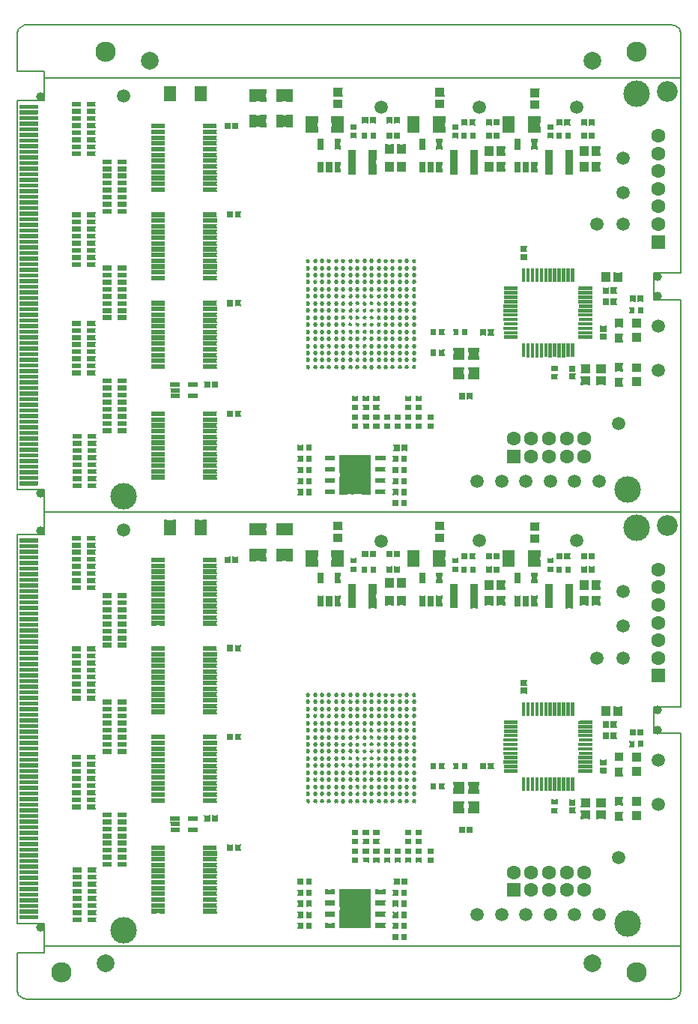
<source format=gbr>
*
%FSLAX26Y26*%
%MOIN*%
%ADD10R,0.023622X0.023622*%
%ADD11R,0.027559X0.027559*%
%ADD12R,0.039370X0.039370*%
%ADD13R,0.021654X0.021654*%
%ADD14R,0.015748X0.015748*%
%ADD15C,0.020472*%
%ADD16R,0.035433X0.035433*%
%ADD17R,0.139764X0.139764*%
%ADD18R,0.053150X0.053150*%
%ADD19R,0.019685X0.019685*%
%ADD20R,0.055118X0.055118*%
%ADD21R,0.018898X0.018898*%
%ADD22R,0.047244X0.047244*%
%ADD23C,0.059055*%
%ADD24C,0.043307*%
%ADD25C,0.062992*%
%ADD26R,0.062992X0.062992*%
%ADD27C,0.118110*%
%ADD28C,0.001700*%
%ADD29R,0.004800X0.004800*%
%ADD30R,0.004000X0.004000*%
%ADD31C,0.092520*%
%ADD32C,0.039370*%
%ADD33C,0.005906*%
%ADD34C,0.090551*%
%ADD35C,0.078740*%
%IPPOS*%
%LNgts*%
%LPD*%
G75*
G54D10*
X1259843Y421260D02*
Y425197D01*
X1299213Y421260D02*
Y425197D01*
X1259843Y519685D02*
Y523622D01*
X1299213Y519685D02*
Y523622D01*
X1722441Y421260D02*
Y425197D01*
X1683071Y421260D02*
Y425197D01*
X1722441Y322835D02*
Y326772D01*
X1683071Y322835D02*
Y326772D01*
X1850394Y942913D02*
Y946850D01*
X1889764Y942913D02*
Y946850D01*
X1850394Y1033465D02*
Y1037402D01*
X1889764Y1033465D02*
Y1037402D01*
X1992126Y1033465D02*
Y1037402D01*
X1952756Y1033465D02*
Y1037402D01*
X1722441Y470472D02*
Y474409D01*
X1683071Y470472D02*
Y474409D01*
X1299213Y322835D02*
Y326772D01*
X1259843Y322835D02*
Y326772D01*
X1683071Y273622D02*
Y277559D01*
X1722441Y273622D02*
Y277559D01*
X1299213Y372047D02*
Y375984D01*
X1259843Y372047D02*
Y375984D01*
X2736220Y1131890D02*
Y1135827D01*
X2775591Y1131890D02*
Y1135827D01*
X1683071Y372047D02*
Y375984D01*
X1722441Y372047D02*
Y375984D01*
X1299213Y470472D02*
Y474409D01*
X1259843Y470472D02*
Y474409D01*
X2411417Y1907480D02*
Y1911417D01*
X2450787Y1907480D02*
Y1911417D01*
X1988189Y1907480D02*
Y1911417D01*
X2027559Y1907480D02*
Y1911417D01*
X1545276Y1907480D02*
Y1911417D01*
X1584646Y1907480D02*
Y1911417D01*
G54D11*
X1978740Y751181D02*
Y752756D01*
X2013386Y751181D02*
Y752756D01*
X1722441Y520866D02*
Y522441D01*
X1687795Y520866D02*
Y522441D01*
X1547638Y1977559D02*
Y1979134D01*
X1582283Y1977559D02*
Y1979134D01*
X844882Y802362D02*
Y803937D01*
X879528Y802362D02*
Y803937D01*
X1655906Y1908661D02*
Y1910236D01*
X1690551Y1908661D02*
Y1910236D01*
Y1977559D02*
Y1979134D01*
X1655906Y1977559D02*
Y1979134D01*
X2655118Y1170472D02*
Y1172047D01*
X2620472Y1170472D02*
Y1172047D01*
X2773228Y1184252D02*
Y1185827D01*
X2738583Y1184252D02*
Y1185827D01*
X981890Y1164567D02*
Y1166142D01*
X947244Y1164567D02*
Y1166142D01*
X981890Y672441D02*
Y674016D01*
X947244Y672441D02*
Y674016D01*
X2025197Y1967717D02*
Y1969291D01*
X1990551Y1967717D02*
Y1969291D01*
X2133465Y1967717D02*
Y1969291D01*
X2098819Y1967717D02*
Y1969291D01*
X2133465Y1908661D02*
Y1910236D01*
X2098819Y1908661D02*
Y1910236D01*
X2620472Y1219685D02*
Y1221260D01*
X2655118Y1219685D02*
Y1221260D01*
X2522047Y1967717D02*
Y1969291D01*
X2556693Y1967717D02*
Y1969291D01*
X2522047Y1908661D02*
Y1910236D01*
X2556693Y1908661D02*
Y1910236D01*
X2448425Y1967717D02*
Y1969291D01*
X2413780Y1967717D02*
Y1969291D01*
X2107874Y1034646D02*
Y1036220D01*
X2073228Y1034646D02*
Y1036220D01*
X947244Y1558268D02*
Y1559843D01*
X981890Y1558268D02*
Y1559843D01*
X935433Y1951969D02*
Y1953543D01*
X970079Y1951969D02*
Y1953543D01*
G54D12*
X2674213Y1277559D02*
Y1281496D01*
X2621063Y1277559D02*
Y1281496D01*
X2575787Y1769685D02*
Y1773622D01*
X2522638Y1769685D02*
Y1773622D01*
X1709646Y1848425D02*
Y1852362D01*
X1656496Y1848425D02*
Y1852362D01*
X2575787Y1838583D02*
Y1842520D01*
X2522638Y1838583D02*
Y1842520D01*
X2099409Y1769685D02*
Y1773622D01*
X2152559Y1769685D02*
Y1773622D01*
X2099409Y1838583D02*
Y1842520D01*
X2152559Y1838583D02*
Y1842520D01*
X1709646Y1769685D02*
Y1773622D01*
X1656496Y1769685D02*
Y1773622D01*
G54D13*
X606280Y1164370D02*
X646634D01*
X606280Y1138780D02*
X646634D01*
X606280Y1113189D02*
X646634D01*
X606280Y1087598D02*
X646634D01*
X606280Y1062008D02*
X646634D01*
X606280Y1036417D02*
X646634D01*
X606280Y1010827D02*
X646634D01*
X606280Y985236D02*
X646634D01*
X606280Y959646D02*
X646634D01*
X606280Y934055D02*
X646634D01*
X606280Y908465D02*
X646634D01*
X606280Y882874D02*
X646634D01*
X837618D02*
X877972D01*
X837618Y908465D02*
X877972D01*
X837618Y934055D02*
X877972D01*
X837618Y959646D02*
X877972D01*
X837618Y985236D02*
X877972D01*
X837618Y1010827D02*
X877972D01*
X837618Y1036417D02*
X877972D01*
X837618Y1062008D02*
X877972D01*
X837618Y1087598D02*
X877972D01*
X837618Y1113189D02*
X877972D01*
X837618Y1138780D02*
X877972D01*
X837618Y1164370D02*
X877972D01*
X606280Y672244D02*
X646634D01*
X606280Y646654D02*
X646634D01*
X606280Y621063D02*
X646634D01*
X606280Y595472D02*
X646634D01*
X606280Y569882D02*
X646634D01*
X606280Y544291D02*
X646634D01*
X606280Y518701D02*
X646634D01*
X606280Y493110D02*
X646634D01*
X606280Y467520D02*
X646634D01*
X606280Y441929D02*
X646634D01*
X606280Y416339D02*
X646634D01*
X606280Y390748D02*
X646634D01*
X837618D02*
X877972D01*
X837618Y416339D02*
X877972D01*
X837618Y441929D02*
X877972D01*
X837618Y467520D02*
X877972D01*
X837618Y493110D02*
X877972D01*
X837618Y518701D02*
X877972D01*
X837618Y544291D02*
X877972D01*
X837618Y569882D02*
X877972D01*
X837618Y595472D02*
X877972D01*
X837618Y621063D02*
X877972D01*
X837618Y646654D02*
X877972D01*
X837618Y672244D02*
X877972D01*
X606280Y1951772D02*
X646634D01*
X606280Y1926181D02*
X646634D01*
X606280Y1900591D02*
X646634D01*
X606280Y1875000D02*
X646634D01*
X606280Y1849409D02*
X646634D01*
X606280Y1823819D02*
X646634D01*
X606280Y1798228D02*
X646634D01*
X606280Y1772638D02*
X646634D01*
X606280Y1747047D02*
X646634D01*
X606280Y1721457D02*
X646634D01*
X606280Y1695866D02*
X646634D01*
X606280Y1670276D02*
X646634D01*
X837618D02*
X877972D01*
X837618Y1695866D02*
X877972D01*
X837618Y1721457D02*
X877972D01*
X837618Y1747047D02*
X877972D01*
X837618Y1772638D02*
X877972D01*
X837618Y1798228D02*
X877972D01*
X837618Y1823819D02*
X877972D01*
X837618Y1849409D02*
X877972D01*
X837618Y1875000D02*
X877972D01*
X837618Y1900591D02*
X877972D01*
X837618Y1926181D02*
X877972D01*
X837618Y1951772D02*
X877972D01*
X606280Y1558071D02*
X646634D01*
X606280Y1532480D02*
X646634D01*
X606280Y1506890D02*
X646634D01*
X606280Y1481299D02*
X646634D01*
X606280Y1455709D02*
X646634D01*
X606280Y1430118D02*
X646634D01*
X606280Y1404528D02*
X646634D01*
X606280Y1378937D02*
X646634D01*
X606280Y1353346D02*
X646634D01*
X606280Y1327756D02*
X646634D01*
X606280Y1302165D02*
X646634D01*
X606280Y1276575D02*
X646634D01*
X837618D02*
X877972D01*
X837618Y1302165D02*
X877972D01*
X837618Y1327756D02*
X877972D01*
X837618Y1353346D02*
X877972D01*
X837618Y1378937D02*
X877972D01*
X837618Y1404528D02*
X877972D01*
X837618Y1430118D02*
X877972D01*
X837618Y1455709D02*
X877972D01*
X837618Y1481299D02*
X877972D01*
X837618Y1506890D02*
X877972D01*
X837618Y1532480D02*
X877972D01*
X837618Y1558071D02*
X877972D01*
G54D14*
X2470472Y932067D02*
Y978327D01*
X2450787Y932067D02*
Y978327D01*
X2431102Y932067D02*
Y978327D01*
X2411417Y932067D02*
Y978327D01*
X2391732Y932067D02*
Y978327D01*
X2372047Y932067D02*
Y978327D01*
X2352362Y932067D02*
Y978327D01*
X2332677Y932067D02*
Y978327D01*
X2312992Y932067D02*
Y978327D01*
X2293307Y932067D02*
Y978327D01*
X2273622Y932067D02*
Y978327D01*
X2253937Y932067D02*
Y978327D01*
Y1265768D02*
Y1312028D01*
X2273622Y1265768D02*
Y1312028D01*
X2293307Y1265768D02*
Y1312028D01*
X2312992Y1265768D02*
Y1312028D01*
X2332677Y1265768D02*
Y1312028D01*
X2352362Y1265768D02*
Y1312028D01*
X2372047Y1265768D02*
Y1312028D01*
X2391732Y1265768D02*
Y1312028D01*
X2411417Y1265768D02*
Y1312028D01*
X2431102Y1265768D02*
Y1312028D01*
X2450787Y1265768D02*
Y1312028D01*
X2470472Y1265768D02*
Y1312028D01*
X2172224Y1013780D02*
X2218484D01*
X2172224Y1033465D02*
X2218484D01*
X2172224Y1053150D02*
X2218484D01*
X2172224Y1072835D02*
X2218484D01*
X2172224Y1092520D02*
X2218484D01*
X2172224Y1112205D02*
X2218484D01*
X2172224Y1131890D02*
X2218484D01*
X2172224Y1151575D02*
X2218484D01*
X2172224Y1171260D02*
X2218484D01*
X2172224Y1190945D02*
X2218484D01*
X2172224Y1210630D02*
X2218484D01*
X2172224Y1230315D02*
X2218484D01*
X2505925D02*
X2552185D01*
X2505925Y1210630D02*
X2552185D01*
X2505925Y1190945D02*
X2552185D01*
X2505925Y1171260D02*
X2552185D01*
X2505925Y1151575D02*
X2552185D01*
X2505925Y1131890D02*
X2552185D01*
X2505925Y1112205D02*
X2552185D01*
X2505925Y1092520D02*
X2552185D01*
X2505925Y1072835D02*
X2552185D01*
X2505925Y1053150D02*
X2552185D01*
X2505925Y1033465D02*
X2552185D01*
X2505925Y1013780D02*
X2552185D01*
G54D10*
X2389764Y875984D02*
X2393701D01*
X2389764Y836614D02*
X2393701D01*
X1946850Y1948819D02*
X1950787D01*
X1946850Y1909449D02*
X1950787D01*
X2370079Y1948819D02*
X2374016D01*
X2370079Y1909449D02*
X2374016D01*
X1738189Y657480D02*
X1742126D01*
X1738189Y618110D02*
X1742126D01*
X1643701D02*
X1647638D01*
X1643701Y657480D02*
X1647638D01*
X1690945Y618110D02*
X1694882D01*
X1690945Y657480D02*
X1694882D01*
X1596457D02*
X1600394D01*
X1596457Y618110D02*
X1600394D01*
X1549213Y657480D02*
X1553150D01*
X1549213Y618110D02*
X1553150D01*
X1501969Y657480D02*
X1505906D01*
X1501969Y618110D02*
X1505906D01*
X1549213Y700787D02*
X1553150D01*
X1549213Y740157D02*
X1553150D01*
X1501969D02*
X1505906D01*
X1501969Y700787D02*
X1505906D01*
X1596457Y740157D02*
X1600394D01*
X1596457Y700787D02*
X1600394D01*
X1738189Y740157D02*
X1742126D01*
X1738189Y700787D02*
X1742126D01*
X1785433Y740157D02*
X1789370D01*
X1785433Y700787D02*
X1789370D01*
X1785433Y657480D02*
X1789370D01*
X1785433Y618110D02*
X1789370D01*
X1836614D02*
X1840551D01*
X1836614Y657480D02*
X1840551D01*
X1494094Y1909449D02*
X1498031D01*
X1494094Y1948819D02*
X1498031D01*
G54D15*
X1545276Y1352362D03*
X1576772D03*
X1608268D03*
X1639764D03*
X1671260D03*
X1702756D03*
X1734252D03*
X1545276Y1320866D03*
X1576772D03*
X1608268D03*
X1639764D03*
X1671260D03*
X1545276Y1289370D03*
X1608268D03*
X1671260D03*
X1545276Y1257874D03*
X1608268D03*
X1513780Y1226378D03*
X1671260D03*
X1293307Y1352362D03*
X1324803D03*
X1356299D03*
X1387795D03*
X1419291D03*
X1450787D03*
X1482283D03*
X1513780D03*
X1765748D03*
X1293307Y1320866D03*
X1324803D03*
X1356299D03*
X1387795D03*
X1419291D03*
X1450787D03*
X1482283D03*
X1513780D03*
X1702756D03*
X1734252D03*
X1765748D03*
X1293307Y1289370D03*
X1324803D03*
X1356299D03*
X1387795D03*
X1419291D03*
X1450787D03*
X1482283D03*
X1513780D03*
X1576772D03*
X1639764D03*
X1702756D03*
X1734252D03*
X1765748D03*
X1293307Y1257874D03*
X1324803D03*
X1356299D03*
X1387795D03*
X1419291D03*
X1450787D03*
X1482283D03*
X1513780D03*
X1576772D03*
X1639764D03*
X1671260D03*
X1702756D03*
X1734252D03*
X1765748D03*
X1293307Y1226378D03*
X1324803D03*
X1356299D03*
X1387795D03*
X1419291D03*
X1450787D03*
X1482283D03*
X1545276D03*
X1576772D03*
X1608268D03*
X1639764D03*
X1702756D03*
X1734252D03*
X1765748D03*
X1293307Y1194882D03*
X1324803D03*
X1356299D03*
X1387795D03*
X1419291D03*
X1450787D03*
X1482283D03*
X1513780D03*
X1545276D03*
X1576772D03*
X1608268D03*
X1639764D03*
X1671260D03*
X1702756D03*
X1734252D03*
X1765748D03*
X1293307Y1163386D03*
X1324803D03*
X1356299D03*
X1387795D03*
X1419291D03*
X1450787D03*
X1482283D03*
X1513780D03*
X1545276D03*
X1576772D03*
X1608268D03*
X1639764D03*
X1671260D03*
X1702756D03*
X1734252D03*
X1765748D03*
X1293307Y1131890D03*
X1324803D03*
X1356299D03*
X1387795D03*
X1419291D03*
X1450787D03*
X1482283D03*
X1513780D03*
X1545276D03*
X1576772D03*
X1608268D03*
X1639764D03*
X1671260D03*
X1702756D03*
X1734252D03*
X1765748D03*
X1293307Y1100394D03*
X1324803D03*
X1356299D03*
X1387795D03*
X1419291D03*
X1450787D03*
X1482283D03*
X1513780D03*
X1545276D03*
X1576772D03*
X1608268D03*
X1639764D03*
X1671260D03*
X1702756D03*
X1734252D03*
X1765748D03*
X1293307Y1068898D03*
X1324803D03*
X1356299D03*
X1387795D03*
X1419291D03*
X1450787D03*
X1482283D03*
X1513780D03*
X1545276D03*
X1576772D03*
X1608268D03*
X1639764D03*
X1671260D03*
X1702756D03*
X1734252D03*
X1765748D03*
X1293307Y1037402D03*
X1324803D03*
X1356299D03*
X1387795D03*
X1419291D03*
X1450787D03*
X1482283D03*
X1513780D03*
X1545276D03*
X1576772D03*
X1608268D03*
X1639764D03*
X1671260D03*
X1702756D03*
X1734252D03*
X1765748D03*
X1293307Y1005906D03*
X1324803D03*
X1356299D03*
X1387795D03*
X1419291D03*
X1450787D03*
X1482283D03*
X1513780D03*
X1545276D03*
X1576772D03*
X1608268D03*
X1639764D03*
X1671260D03*
X1702756D03*
X1734252D03*
X1765748D03*
X1293307Y974409D03*
X1324803D03*
X1356299D03*
X1387795D03*
X1419291D03*
X1450787D03*
X1482283D03*
X1513780D03*
X1545276D03*
X1576772D03*
X1608268D03*
X1639764D03*
X1671260D03*
X1702756D03*
X1734252D03*
X1765748D03*
X1293307Y942913D03*
X1324803D03*
X1356299D03*
X1387795D03*
X1419291D03*
X1450787D03*
X1482283D03*
X1513780D03*
X1545276D03*
X1576772D03*
X1608268D03*
X1639764D03*
X1671260D03*
X1702756D03*
X1734252D03*
X1765748D03*
X1293307Y911417D03*
X1324803D03*
X1356299D03*
X1387795D03*
X1419291D03*
X1450787D03*
X1482283D03*
X1513780D03*
X1545276D03*
X1576772D03*
X1608268D03*
X1639764D03*
X1671260D03*
X1702756D03*
X1734252D03*
X1765748D03*
X1293307Y879921D03*
X1324803D03*
X1356299D03*
X1387795D03*
X1419291D03*
X1450787D03*
X1482283D03*
X1513780D03*
X1545276D03*
X1576772D03*
X1608268D03*
X1639764D03*
X1671260D03*
X1702756D03*
X1734252D03*
X1765748D03*
G54D11*
X1350394Y1861220D02*
Y1882874D01*
X1425197Y1861220D02*
Y1882874D01*
Y1758858D02*
Y1780512D01*
X1387795Y1758858D02*
Y1780512D01*
X1350394Y1758858D02*
Y1780512D01*
X1803150Y1861220D02*
Y1882874D01*
X1877953Y1861220D02*
Y1882874D01*
Y1758858D02*
Y1780512D01*
X1840551Y1758858D02*
Y1780512D01*
X1803150Y1758858D02*
Y1780512D01*
X2226378Y1861220D02*
Y1882874D01*
X2301181Y1861220D02*
Y1882874D01*
Y1758858D02*
Y1780512D01*
X2263780Y1758858D02*
Y1780512D01*
X2226378Y1758858D02*
Y1780512D01*
G54D16*
X2456693Y1753937D02*
Y1828740D01*
X2366142Y1753937D02*
Y1828740D01*
X1942913Y1753937D02*
Y1828740D01*
X2033465Y1753937D02*
Y1828740D01*
X1490157Y1753937D02*
Y1828740D01*
X1580709Y1753937D02*
Y1828740D01*
G54D13*
X1379921Y476575D02*
X1403543D01*
X1379921Y426575D02*
X1403543D01*
X1379921Y376575D02*
X1403543D01*
X1379921Y326575D02*
X1403543D01*
X1604331D02*
X1627953D01*
X1604331Y376575D02*
X1627953D01*
X1604331Y426575D02*
X1627953D01*
X1604331Y476575D02*
X1627953D01*
G54D17*
X1503937Y383858D02*
Y419291D01*
G54D18*
X680118Y2088583D02*
Y2104331D01*
X815945Y2088583D02*
Y2104331D01*
G54D19*
X690945Y803150D02*
X714567D01*
X690945Y777559D02*
X714567D01*
X690945Y751969D02*
X714567D01*
X769685D02*
X793307D01*
X769685Y803150D02*
X793307D01*
G54D13*
X323819Y352362D02*
X341535D01*
X323819Y383858D02*
X341535D01*
X323819Y446850D02*
X341535D01*
X323819Y415354D02*
X341535D01*
X323819Y509843D02*
X341535D01*
X323819Y572835D02*
X341535D01*
X323819Y541339D02*
X341535D01*
X323819Y478346D02*
X341535D01*
X256890D02*
X274606D01*
X256890Y541339D02*
X274606D01*
X256890Y572835D02*
X274606D01*
X256890Y509843D02*
X274606D01*
X256890Y415354D02*
X274606D01*
X256890Y446850D02*
X274606D01*
X256890Y383858D02*
X274606D01*
X256890Y352362D02*
X274606D01*
X457677Y598425D02*
X475394D01*
X457677Y629921D02*
X475394D01*
X457677Y692913D02*
X475394D01*
X457677Y661417D02*
X475394D01*
X457677Y755906D02*
X475394D01*
X457677Y818898D02*
X475394D01*
X457677Y787402D02*
X475394D01*
X457677Y724409D02*
X475394D01*
X390748D02*
X408465D01*
X390748Y787402D02*
X408465D01*
X390748Y818898D02*
X408465D01*
X390748Y755906D02*
X408465D01*
X390748Y661417D02*
X408465D01*
X390748Y692913D02*
X408465D01*
X390748Y629921D02*
X408465D01*
X390748Y598425D02*
X408465D01*
X319882Y854331D02*
X337598D01*
X319882Y885827D02*
X337598D01*
X319882Y948819D02*
X337598D01*
X319882Y917323D02*
X337598D01*
X319882Y1011811D02*
X337598D01*
X319882Y1074803D02*
X337598D01*
X319882Y1043307D02*
X337598D01*
X319882Y980315D02*
X337598D01*
X252953D02*
X270669D01*
X252953Y1043307D02*
X270669D01*
X252953Y1074803D02*
X270669D01*
X252953Y1011811D02*
X270669D01*
X252953Y917323D02*
X270669D01*
X252953Y948819D02*
X270669D01*
X252953Y885827D02*
X270669D01*
X252953Y854331D02*
X270669D01*
X457677Y1100394D02*
X475394D01*
X457677Y1131890D02*
X475394D01*
X457677Y1194882D02*
X475394D01*
X457677Y1163386D02*
X475394D01*
X457677Y1257874D02*
X475394D01*
X457677Y1320866D02*
X475394D01*
X457677Y1289370D02*
X475394D01*
X457677Y1226378D02*
X475394D01*
X390748D02*
X408465D01*
X390748Y1289370D02*
X408465D01*
X390748Y1320866D02*
X408465D01*
X390748Y1257874D02*
X408465D01*
X390748Y1163386D02*
X408465D01*
X390748Y1194882D02*
X408465D01*
X390748Y1131890D02*
X408465D01*
X390748Y1100394D02*
X408465D01*
X319882Y1336614D02*
X337598D01*
X319882Y1368110D02*
X337598D01*
X319882Y1431102D02*
X337598D01*
X319882Y1399606D02*
X337598D01*
X319882Y1494094D02*
X337598D01*
X319882Y1557087D02*
X337598D01*
X319882Y1525591D02*
X337598D01*
X319882Y1462598D02*
X337598D01*
X252953D02*
X270669D01*
X252953Y1525591D02*
X270669D01*
X252953Y1557087D02*
X270669D01*
X252953Y1494094D02*
X270669D01*
X252953Y1399606D02*
X270669D01*
X252953Y1431102D02*
X270669D01*
X252953Y1368110D02*
X270669D01*
X252953Y1336614D02*
X270669D01*
X457677Y1572835D02*
X475394D01*
X457677Y1604331D02*
X475394D01*
X457677Y1667323D02*
X475394D01*
X457677Y1635827D02*
X475394D01*
X457677Y1730315D02*
X475394D01*
X457677Y1793307D02*
X475394D01*
X457677Y1761811D02*
X475394D01*
X457677Y1698819D02*
X475394D01*
X390748D02*
X408465D01*
X390748Y1761811D02*
X408465D01*
X390748Y1793307D02*
X408465D01*
X390748Y1730315D02*
X408465D01*
X390748Y1635827D02*
X408465D01*
X390748Y1667323D02*
X408465D01*
X390748Y1604331D02*
X408465D01*
X390748Y1572835D02*
X408465D01*
X319882Y1828740D02*
X337598D01*
X319882Y1860236D02*
X337598D01*
X319882Y1923228D02*
X337598D01*
X319882Y1891732D02*
X337598D01*
X319882Y1986220D02*
X337598D01*
X319882Y2049213D02*
X337598D01*
X319882Y2017717D02*
X337598D01*
X319882Y1954724D02*
X337598D01*
X252953D02*
X270669D01*
X252953Y2017717D02*
X270669D01*
X252953Y2049213D02*
X270669D01*
X252953Y1986220D02*
X270669D01*
X252953Y1891732D02*
X270669D01*
X252953Y1923228D02*
X270669D01*
X252953Y1860236D02*
X270669D01*
X252953Y1828740D02*
X270669D01*
G54D12*
X1877953Y2103346D02*
X1881890D01*
X1877953Y2050197D02*
X1881890D01*
X2301181Y2047244D02*
X2305118D01*
X2301181Y2100394D02*
X2305118D01*
X2527559Y819882D02*
X2531496D01*
X2527559Y873031D02*
X2531496D01*
X2596457Y819882D02*
X2600394D01*
X2596457Y873031D02*
X2600394D01*
X1425197Y2050197D02*
X1429134D01*
X1425197Y2103346D02*
X1429134D01*
G54D20*
X1179134Y2088583D02*
X1198819D01*
X1179134Y1974409D02*
X1198819D01*
X1061024Y2088583D02*
X1080709D01*
X1061024Y1974409D02*
X1080709D01*
X2187008Y1948819D02*
Y1968504D01*
X2301181Y1948819D02*
Y1968504D01*
X1763780Y1948819D02*
Y1968504D01*
X1877953Y1948819D02*
Y1968504D01*
X1311024Y1948819D02*
Y1968504D01*
X1425197Y1948819D02*
Y1968504D01*
G54D16*
X2677165Y811024D02*
Y814961D01*
Y877953D02*
Y881890D01*
Y1007874D02*
Y1011811D01*
Y1074803D02*
Y1078740D01*
G54D11*
X2469685Y873622D02*
X2471260D01*
X2469685Y838976D02*
X2471260D01*
X2253150Y1370472D02*
X2254724D01*
X2253150Y1405118D02*
X2254724D01*
X2607480Y1016142D02*
X2609055D01*
X2607480Y1050787D02*
X2609055D01*
G54D12*
X2754921Y814961D02*
X2756890D01*
X2754921Y877953D02*
X2756890D01*
X2754921Y1011811D02*
X2756890D01*
X2754921Y1074803D02*
X2756890D01*
G54D21*
X19291Y1888287D02*
X83071D01*
X19291Y1863287D02*
X83071D01*
X19291Y1838287D02*
X83071D01*
X19291Y1813287D02*
X83071D01*
X19291Y2038287D02*
X83071D01*
X19291Y1988287D02*
X83071D01*
X19291Y1938287D02*
X83071D01*
X19291Y1788287D02*
X83071D01*
X19291Y1738287D02*
X83071D01*
X19291Y1688287D02*
X83071D01*
X19291Y1638287D02*
X83071D01*
X19291Y1588287D02*
X83071D01*
X19291Y1538287D02*
X83071D01*
X19291Y1488287D02*
X83071D01*
X19291Y1438287D02*
X83071D01*
X19291Y1388287D02*
X83071D01*
X19291Y1338287D02*
X83071D01*
X19291Y1288287D02*
X83071D01*
X19291Y1238287D02*
X83071D01*
X19291Y1188287D02*
X83071D01*
X19291Y1138287D02*
X83071D01*
X19291Y1088287D02*
X83071D01*
X19291Y1038287D02*
X83071D01*
X19291Y988287D02*
X83071D01*
X19291Y938287D02*
X83071D01*
X19291Y888287D02*
X83071D01*
X19291Y838287D02*
X83071D01*
X19291Y788287D02*
X83071D01*
X19291Y738287D02*
X83071D01*
X19291Y688287D02*
X83071D01*
X19291Y638287D02*
X83071D01*
X19291Y588287D02*
X83071D01*
X19291Y538287D02*
X83071D01*
X19291Y488287D02*
X83071D01*
X19291Y438287D02*
X83071D01*
X19291Y388287D02*
X83071D01*
X19291Y2013287D02*
X83071D01*
X19291Y1963287D02*
X83071D01*
X19291Y1913287D02*
X83071D01*
X19291Y1763287D02*
X83071D01*
X19291Y1713287D02*
X83071D01*
X19291Y1663287D02*
X83071D01*
X19291Y1613287D02*
X83071D01*
X19291Y1563287D02*
X83071D01*
X19291Y1513287D02*
X83071D01*
X19291Y1463287D02*
X83071D01*
X19291Y1413287D02*
X83071D01*
X19291Y1363287D02*
X83071D01*
X19291Y1313287D02*
X83071D01*
X19291Y1263287D02*
X83071D01*
X19291Y1213287D02*
X83071D01*
X19291Y1163287D02*
X83071D01*
X19291Y1113287D02*
X83071D01*
X19291Y1063287D02*
X83071D01*
X19291Y1013287D02*
X83071D01*
X19291Y963287D02*
X83071D01*
X19291Y913287D02*
X83071D01*
X19291Y863287D02*
X83071D01*
X19291Y813287D02*
X83071D01*
X19291Y763287D02*
X83071D01*
X19291Y713287D02*
X83071D01*
X19291Y663287D02*
X83071D01*
X19291Y613287D02*
X83071D01*
X19291Y563287D02*
X83071D01*
X19291Y513287D02*
X83071D01*
X19291Y463287D02*
X83071D01*
X19291Y413287D02*
X83071D01*
X19291Y363287D02*
X83071D01*
G54D22*
X2031496Y848425D02*
Y856299D01*
X1964567Y848425D02*
Y856299D01*
X2031496Y935039D02*
Y942913D01*
X1964567Y935039D02*
Y942913D01*
G54D23*
X2057087Y2037402D03*
X2854331Y1062992D03*
X2490157Y2037402D03*
X1618110Y2035433D03*
X472441Y2086614D03*
X2854331Y866142D03*
X2677165Y629921D03*
X2047244Y374016D03*
X2696850Y1811024D03*
Y1657480D03*
X2578740Y1515748D03*
X2696850D03*
X2588583Y374016D03*
X2480315D03*
X2372047D03*
X2263780D03*
X2155512D03*
G54D24*
X472441Y305118D03*
X2755906Y2096457D03*
X2716535Y334646D03*
G54D25*
X2854331Y1673228D03*
Y1751969D03*
Y1830709D03*
Y1515748D03*
Y1594488D03*
Y1909449D03*
X2208661Y562992D03*
X2287402Y484252D03*
Y562992D03*
X2366142Y484252D03*
Y562992D03*
X2444882Y484252D03*
Y562992D03*
X2523622Y484252D03*
Y562992D03*
G54D26*
X2854331Y1437008D03*
X2208661Y484252D03*
G54D27*
X472441Y305118D03*
X2755906Y2096457D03*
X2716535Y334646D03*
%LPC*%
G75*
X2716535Y334646D02*
G54D28*
X2497373Y1237711D02*
X2498529Y1238867D01*
X1851885Y605621D02*
X1853040Y606777D01*
G54D29*
X597735Y1151575D02*
X655179D01*
X597735Y1125984D02*
X655179D01*
X597735Y1100394D02*
X655179D01*
X597735Y1074803D02*
X655179D01*
X597735Y1049213D02*
X655179D01*
X597735Y1023622D02*
X655179D01*
X597735Y998031D02*
X655179D01*
X597735Y972441D02*
X655179D01*
X597735Y946850D02*
X655179D01*
X597735Y921260D02*
X655179D01*
X597735Y895669D02*
X655179D01*
X886517D02*
X829073D01*
X886517Y921260D02*
X829073D01*
X886517Y946850D02*
X829073D01*
X886517Y972441D02*
X829073D01*
X886517Y998031D02*
X829073D01*
X886517Y1023622D02*
X829073D01*
X886517Y1049213D02*
X829073D01*
X886517Y1074803D02*
X829073D01*
X886517Y1100394D02*
X829073D01*
X886517Y1125984D02*
X829073D01*
X886517Y1151575D02*
X829073D01*
X597735Y659449D02*
X655179D01*
X597735Y633858D02*
X655179D01*
X597735Y608268D02*
X655179D01*
X597735Y582677D02*
X655179D01*
X597735Y557087D02*
X655179D01*
X597735Y531496D02*
X655179D01*
X597735Y505906D02*
X655179D01*
X597735Y480315D02*
X655179D01*
X597735Y454724D02*
X655179D01*
X597735Y429134D02*
X655179D01*
X597735Y403543D02*
X655179D01*
X886517D02*
X829073D01*
X886517Y429134D02*
X829073D01*
X886517Y454724D02*
X829073D01*
X886517Y480315D02*
X829073D01*
X886517Y505906D02*
X829073D01*
X886517Y531496D02*
X829073D01*
X886517Y557087D02*
X829073D01*
X886517Y582677D02*
X829073D01*
X886517Y608268D02*
X829073D01*
X886517Y633858D02*
X829073D01*
X886517Y659449D02*
X829073D01*
X597735Y1938976D02*
X655179D01*
X597735Y1913386D02*
X655179D01*
X597735Y1887795D02*
X655179D01*
X597735Y1862205D02*
X655179D01*
X597735Y1836614D02*
X655179D01*
X597735Y1811024D02*
X655179D01*
X597735Y1785433D02*
X655179D01*
X597735Y1759843D02*
X655179D01*
X597735Y1734252D02*
X655179D01*
X597735Y1708661D02*
X655179D01*
X597735Y1683071D02*
X655179D01*
X886517D02*
X829073D01*
X886517Y1708661D02*
X829073D01*
X886517Y1734252D02*
X829073D01*
X886517Y1759843D02*
X829073D01*
X886517Y1785433D02*
X829073D01*
X886517Y1811024D02*
X829073D01*
X886517Y1836614D02*
X829073D01*
X886517Y1862205D02*
X829073D01*
X886517Y1887795D02*
X829073D01*
X886517Y1913386D02*
X829073D01*
X886517Y1938976D02*
X829073D01*
X597735Y1545276D02*
X655179D01*
X597735Y1519685D02*
X655179D01*
X597735Y1494094D02*
X655179D01*
X597735Y1468504D02*
X655179D01*
X597735Y1442913D02*
X655179D01*
X597735Y1417323D02*
X655179D01*
X597735Y1391732D02*
X655179D01*
X597735Y1366142D02*
X655179D01*
X597735Y1340551D02*
X655179D01*
X597735Y1314961D02*
X655179D01*
X597735Y1289370D02*
X655179D01*
X886517D02*
X829073D01*
X886517Y1314961D02*
X829073D01*
X886517Y1340551D02*
X829073D01*
X886517Y1366142D02*
X829073D01*
X886517Y1391732D02*
X829073D01*
X886517Y1417323D02*
X829073D01*
X886517Y1442913D02*
X829073D01*
X886517Y1468504D02*
X829073D01*
X886517Y1494094D02*
X829073D01*
X886517Y1519685D02*
X829073D01*
X886517Y1545276D02*
X829073D01*
X2460630Y983919D02*
Y926475D01*
X2440945Y983919D02*
Y926475D01*
X2421260Y983919D02*
Y926475D01*
X2401575Y983919D02*
Y926475D01*
X2381890Y983919D02*
Y926475D01*
X2362205Y983919D02*
Y926475D01*
X2342520Y983919D02*
Y926475D01*
X2322835Y983919D02*
Y926475D01*
X2303150Y983919D02*
Y926475D01*
X2283465Y983919D02*
Y926475D01*
X2263780Y983919D02*
Y926475D01*
Y1260176D02*
Y1317620D01*
X2283465Y1260176D02*
Y1317620D01*
X2303150Y1260176D02*
Y1317620D01*
X2322835Y1260176D02*
Y1317620D01*
X2342520Y1260176D02*
Y1317620D01*
X2362205Y1260176D02*
Y1317620D01*
X2381890Y1260176D02*
Y1317620D01*
X2401575Y1260176D02*
Y1317620D01*
X2421260Y1260176D02*
Y1317620D01*
X2440945Y1260176D02*
Y1317620D01*
X2460630Y1260176D02*
Y1317620D01*
X2224076Y1023622D02*
X2166632D01*
X2224076Y1043307D02*
X2166632D01*
X2224076Y1062992D02*
X2166632D01*
X2224076Y1082677D02*
X2166632D01*
X2224076Y1102362D02*
X2166632D01*
X2224076Y1122047D02*
X2166632D01*
X2224076Y1141732D02*
X2166632D01*
X2224076Y1161417D02*
X2166632D01*
X2224076Y1181102D02*
X2166632D01*
X2224076Y1200787D02*
X2166632D01*
X2224076Y1220472D02*
X2166632D01*
X2500333D02*
X2557777D01*
X2500333Y1200787D02*
X2557777D01*
X2500333Y1181102D02*
X2557777D01*
X2500333Y1161417D02*
X2557777D01*
X2500333Y1141732D02*
X2557777D01*
X2500333Y1122047D02*
X2557777D01*
X2500333Y1102362D02*
X2557777D01*
X2500333Y1082677D02*
X2557777D01*
X2500333Y1062992D02*
X2557777D01*
X2500333Y1043307D02*
X2557777D01*
X2500333Y1023622D02*
X2557777D01*
G54D28*
X2497373Y1237711D02*
X2498529Y1238867D01*
X1851885Y605621D02*
X1853040Y606777D01*
G54D30*
X597341Y1151575D02*
X655572D01*
X597341Y1125984D02*
X655572D01*
X597341Y1100394D02*
X655572D01*
X597341Y1074803D02*
X655572D01*
X597341Y1049213D02*
X655572D01*
X597341Y1023622D02*
X655572D01*
X597341Y998031D02*
X655572D01*
X597341Y972441D02*
X655572D01*
X597341Y946850D02*
X655572D01*
X597341Y921260D02*
X655572D01*
X597341Y895669D02*
X655572D01*
X886911D02*
X828680D01*
X886911Y921260D02*
X828680D01*
X886911Y946850D02*
X828680D01*
X886911Y972441D02*
X828680D01*
X886911Y998031D02*
X828680D01*
X886911Y1023622D02*
X828680D01*
X886911Y1049213D02*
X828680D01*
X886911Y1074803D02*
X828680D01*
X886911Y1100394D02*
X828680D01*
X886911Y1125984D02*
X828680D01*
X886911Y1151575D02*
X828680D01*
X597341Y659449D02*
X655572D01*
X597341Y633858D02*
X655572D01*
X597341Y608268D02*
X655572D01*
X597341Y582677D02*
X655572D01*
X597341Y557087D02*
X655572D01*
X597341Y531496D02*
X655572D01*
X597341Y505906D02*
X655572D01*
X597341Y480315D02*
X655572D01*
X597341Y454724D02*
X655572D01*
X597341Y429134D02*
X655572D01*
X597341Y403543D02*
X655572D01*
X886911D02*
X828680D01*
X886911Y429134D02*
X828680D01*
X886911Y454724D02*
X828680D01*
X886911Y480315D02*
X828680D01*
X886911Y505906D02*
X828680D01*
X886911Y531496D02*
X828680D01*
X886911Y557087D02*
X828680D01*
X886911Y582677D02*
X828680D01*
X886911Y608268D02*
X828680D01*
X886911Y633858D02*
X828680D01*
X886911Y659449D02*
X828680D01*
X597341Y1938976D02*
X655572D01*
X597341Y1913386D02*
X655572D01*
X597341Y1887795D02*
X655572D01*
X597341Y1862205D02*
X655572D01*
X597341Y1836614D02*
X655572D01*
X597341Y1811024D02*
X655572D01*
X597341Y1785433D02*
X655572D01*
X597341Y1759843D02*
X655572D01*
X597341Y1734252D02*
X655572D01*
X597341Y1708661D02*
X655572D01*
X597341Y1683071D02*
X655572D01*
X886911D02*
X828680D01*
X886911Y1708661D02*
X828680D01*
X886911Y1734252D02*
X828680D01*
X886911Y1759843D02*
X828680D01*
X886911Y1785433D02*
X828680D01*
X886911Y1811024D02*
X828680D01*
X886911Y1836614D02*
X828680D01*
X886911Y1862205D02*
X828680D01*
X886911Y1887795D02*
X828680D01*
X886911Y1913386D02*
X828680D01*
X886911Y1938976D02*
X828680D01*
X597341Y1545276D02*
X655572D01*
X597341Y1519685D02*
X655572D01*
X597341Y1494094D02*
X655572D01*
X597341Y1468504D02*
X655572D01*
X597341Y1442913D02*
X655572D01*
X597341Y1417323D02*
X655572D01*
X597341Y1391732D02*
X655572D01*
X597341Y1366142D02*
X655572D01*
X597341Y1340551D02*
X655572D01*
X597341Y1314961D02*
X655572D01*
X597341Y1289370D02*
X655572D01*
X886911D02*
X828680D01*
X886911Y1314961D02*
X828680D01*
X886911Y1340551D02*
X828680D01*
X886911Y1366142D02*
X828680D01*
X886911Y1391732D02*
X828680D01*
X886911Y1417323D02*
X828680D01*
X886911Y1442913D02*
X828680D01*
X886911Y1468504D02*
X828680D01*
X886911Y1494094D02*
X828680D01*
X886911Y1519685D02*
X828680D01*
X886911Y1545276D02*
X828680D01*
X2460630Y984313D02*
Y926081D01*
X2440945Y984313D02*
Y926081D01*
X2421260Y984313D02*
Y926081D01*
X2401575Y984313D02*
Y926081D01*
X2381890Y984313D02*
Y926081D01*
X2362205Y984313D02*
Y926081D01*
X2342520Y984313D02*
Y926081D01*
X2322835Y984313D02*
Y926081D01*
X2303150Y984313D02*
Y926081D01*
X2283465Y984313D02*
Y926081D01*
X2263780Y984313D02*
Y926081D01*
Y1259782D02*
Y1318013D01*
X2283465Y1259782D02*
Y1318013D01*
X2303150Y1259782D02*
Y1318013D01*
X2322835Y1259782D02*
Y1318013D01*
X2342520Y1259782D02*
Y1318013D01*
X2362205Y1259782D02*
Y1318013D01*
X2381890Y1259782D02*
Y1318013D01*
X2401575Y1259782D02*
Y1318013D01*
X2421260Y1259782D02*
Y1318013D01*
X2440945Y1259782D02*
Y1318013D01*
X2460630Y1259782D02*
Y1318013D01*
X2224470Y1023622D02*
X2166239D01*
X2224470Y1043307D02*
X2166239D01*
X2224470Y1062992D02*
X2166239D01*
X2224470Y1082677D02*
X2166239D01*
X2224470Y1102362D02*
X2166239D01*
X2224470Y1122047D02*
X2166239D01*
X2224470Y1141732D02*
X2166239D01*
X2224470Y1161417D02*
X2166239D01*
X2224470Y1181102D02*
X2166239D01*
X2224470Y1200787D02*
X2166239D01*
X2224470Y1220472D02*
X2166239D01*
X2499939D02*
X2558171D01*
X2499939Y1200787D02*
X2558171D01*
X2499939Y1181102D02*
X2558171D01*
X2499939Y1161417D02*
X2558171D01*
X2499939Y1141732D02*
X2558171D01*
X2499939Y1122047D02*
X2558171D01*
X2499939Y1102362D02*
X2558171D01*
X2499939Y1082677D02*
X2558171D01*
X2499939Y1062992D02*
X2558171D01*
X2499939Y1043307D02*
X2558171D01*
X2499939Y1023622D02*
X2558171D01*
%LPD*%
G75*
X2558171Y1023622D02*
G54D31*
X2892059Y2104787D03*
G54D32*
X102953Y319488D03*
X2849803Y1196260D03*
Y1284055D03*
X102953Y2082087D03*
G54D33*
X0Y334646D02*
Y2066929D01*
X118110D01*
Y2165354D01*
X2952756D01*
Y1299213D01*
X2834646D01*
Y1181102D01*
X2952756D01*
Y236220D01*
X118110D01*
Y334646D01*
X0D01*
%LPC*%
G75*
X0Y334646D02*
G36*
X90853Y1152765D02*
G03X91543Y1154353I-1380J1543D01*
G01Y1172222D01*
G03X90853Y1173810I-2069J45D01*
G02X93593Y1171610I507J-2174D01*
G01Y1154965D01*
G02X91393Y1152765I-2200J0D01*
G01X90853D01*
G37*
G36*
Y1177765D02*
G03X91543Y1179353I-1380J1543D01*
G01Y1197222D01*
G03X90853Y1198810I-2069J45D01*
G02X93593Y1196610I507J-2174D01*
G01Y1179965D01*
G02X91393Y1177765I-2200J0D01*
G01X90853D01*
G37*
G36*
X91015Y373819D02*
G02X93593Y371610I357J-2191D01*
G01Y354965D01*
G02X91034Y352753I-2220J-18D01*
G03X91543Y355338I-1349J1608D01*
G01X91543Y371336D01*
G03X91281Y373483I-1891J859D01*
G01X91015Y373819D01*
G37*
G36*
X91035Y1998823D02*
G02X93593Y1996610I337J-2195D01*
G01Y1979965D01*
G02X91043Y1977751I-2221J-18D01*
G03X91543Y1980365I-1347J1613D01*
G01X91543Y1996278D01*
G03X91303Y1998484I-1869J913D01*
G01X91035Y1998823D01*
G37*
G36*
X91048Y427750D02*
G03X91543Y430377I-1347J1614D01*
G01Y445963D01*
G02X91623Y446268I700J-21D01*
G03X91145Y448844I-1822J994D01*
G02X93593Y446610I224J-2213D01*
G01Y429965D01*
G02X91481Y427767I-2200J0D01*
G01X91048Y427750D01*
G37*
G36*
X91069Y2002745D02*
G03X91543Y2005435I-1343J1623D01*
G01Y2021066D01*
G03X91120Y2023842I-1783J1148D01*
G02X93593Y2021610I249J-2210D01*
G01Y2004965D01*
G02X91509Y2002768I-2200J0D01*
G01X91069Y2002745D01*
G37*
G36*
X91275Y377710D02*
G03X91543Y380847I-1323J1693D01*
G01Y395651D01*
G02X91672Y396036I700J-20D01*
G03X91327Y398872I-1678J1234D01*
G02X93593Y396610I35J-2231D01*
G01Y379965D01*
G02X91781Y377799I-2200J0D01*
G01X91275Y377710D01*
G37*
G36*
X91297Y2048868D02*
G02X93593Y2046610I66J-2229D01*
G01Y2029965D01*
G02X91303Y2027706I-2230J-30D01*
G03X91543Y2030889I-1323J1700D01*
G01Y2045694D01*
G02X91663Y2046065I700J-20D01*
G03X91610Y2048452I-1693J1156D01*
G01X91297Y2048868D01*
G37*
G36*
X91543Y407319D02*
Y419504D01*
G02X92179Y420180I700J-20D01*
G03X93266Y420616I-188J2041D01*
G01X93593Y420877D01*
Y405966D01*
X93270Y406217D01*
G03X92176Y406643I-1261J-1621D01*
G02X91543Y407319I67J697D01*
G37*
G36*
Y457454D02*
G01Y469498D01*
G02X92178Y470179I705J-20D01*
G03X93270Y470608I-173J2043D01*
G01X93593Y470861D01*
Y456118D01*
X93272Y456362D01*
G03X92180Y456778I-1252J-1646D01*
G02X91543Y457454I63J697D01*
G37*
G36*
Y482337D02*
G01Y494319D01*
G02X92182Y494996I700J-20D01*
G03X93270Y495424I-177J2042D01*
G01X93593Y495678D01*
Y480989D01*
X93270Y481238D01*
G03X92179Y481660I-1257J-1630D01*
G02X91543Y482337I64J697D01*
G37*
G36*
Y507247D02*
G01Y519333D01*
G02X92182Y520010I700J-20D01*
G03X93270Y520438I-177J2042D01*
G01X93593Y520692D01*
Y505878D01*
X93268Y506132D01*
G03X92192Y506557I-1261J-1619D01*
G02X91543Y507247I65J711D01*
G37*
G36*
Y532263D02*
G01Y544457D01*
G02X92182Y545134I700J-20D01*
G03X93271Y545557I-175J2065D01*
G01X93593Y545805D01*
Y530907D01*
X93269Y531159D01*
G03X92186Y531585I-1262J-1619D01*
G02X91543Y532263I57J698D01*
G37*
G36*
Y557230D02*
G01Y569497D01*
G02X92187Y570180I706J-20D01*
G03X93270Y570608I-181J2042D01*
G01X93593Y570861D01*
Y555873D01*
X93268Y556127D01*
G03X92176Y556554I-1261J-1619D01*
G02X91543Y557230I67J697D01*
G37*
G36*
Y582234D02*
G01Y594366D01*
G02X92182Y595042I700J-21D01*
G03X93270Y595471I-177J2042D01*
G01X93593Y595724D01*
Y580878D01*
X93268Y581132D01*
G03X92184Y581557I-1261J-1619D01*
G02X91543Y582234I59J698D01*
G37*
G36*
Y607211D02*
G01Y619373D01*
G02X92182Y620050I700J-20D01*
G03X93270Y620479I-177J2042D01*
G01X93593Y620732D01*
Y605854D01*
X93268Y606108D01*
G03X92176Y606535I-1261J-1618D01*
G02X91543Y607211I67J697D01*
G37*
G36*
Y632442D02*
G01Y644397D01*
G02X92181Y645074I700J-20D01*
G03X93273Y645490I-173J2095D01*
G01X93593Y645731D01*
Y631105D01*
X93272Y631349D01*
G03X92185Y631765I-1252J-1644D01*
G02X91543Y632442I58J698D01*
G37*
G36*
Y657319D02*
G01Y669506D01*
G02X92173Y670182I700J-20D01*
G03X93264Y670633I-204J2040D01*
G01X93593Y670902D01*
Y655965D01*
X93270Y656216D01*
G03X92176Y656642I-1261J-1621D01*
G02X91543Y657319I67J697D01*
G37*
G36*
Y682456D02*
G01Y694473D01*
G02X92181Y695150I700J-20D01*
G03X93270Y695575I-175J2057D01*
G01X93593Y695825D01*
Y681119D01*
X93272Y681363D01*
G03X92173Y681779I-1252J-1646D01*
G02X91543Y682456I70J696D01*
G37*
G36*
Y707334D02*
G01Y719497D01*
G02X92189Y720180I706J-20D01*
G03X93270Y720608I-183J2042D01*
G01X93593Y720861D01*
Y705986D01*
X93271Y706235D01*
G03X92178Y706657I-1258J-1629D01*
G02X91543Y707334I65J697D01*
G37*
G36*
Y757249D02*
G01Y769354D01*
G02X92182Y770031I700J-20D01*
G03X93270Y770459I-177J2042D01*
G01X93593Y770713D01*
Y755889D01*
X93269Y756142D01*
G03X92189Y756568I-1262J-1618D01*
G02X91543Y757249I61J705D01*
G37*
G36*
Y807230D02*
G01Y819497D01*
G02X92187Y820180I706J-20D01*
G03X93270Y820608I-181J2042D01*
G01X93593Y820861D01*
Y805873D01*
X93268Y806127D01*
G03X92176Y806553I-1261J-1619D01*
G02X91543Y807230I67J697D01*
G37*
G36*
Y832220D02*
G01Y844388D01*
G02X92186Y845065I700J-20D01*
G03X93273Y845480I-178J2100D01*
G01X93593Y845720D01*
Y830863D01*
X93268Y831117D01*
G03X92176Y831544I-1261J-1618D01*
G02X91543Y832220I67J697D01*
G37*
G36*
Y857212D02*
G01Y869374D01*
G02X92182Y870050I700J-20D01*
G03X93270Y870479I-177J2042D01*
G01X93593Y870732D01*
Y855855D01*
X93268Y856109D01*
G03X92176Y856536I-1261J-1618D01*
G02X91543Y857212I67J697D01*
G37*
G36*
Y882430D02*
G01Y894407D01*
G02X92180Y895084I700J-20D01*
G03X93270Y895500I-173J2090D01*
G01X93593Y895744D01*
Y881087D01*
X93270Y881334D01*
G03X92177Y881750I-1251J-1643D01*
G02X91543Y882430I71J701D01*
G37*
G36*
Y907212D02*
G01Y919496D01*
G02X92190Y920180I711J-25D01*
G03X93270Y920608I-184J2042D01*
G01X93593Y920861D01*
Y905855D01*
X93268Y906109D01*
G03X92176Y906536I-1261J-1618D01*
G02X91543Y907212I67J697D01*
G37*
G36*
Y932440D02*
G01Y944472D01*
G02X92182Y945149I700J-20D01*
G03X93271Y945574I-176J2058D01*
G01X93593Y945824D01*
Y931091D01*
X93272Y931336D01*
G03X92189Y931753I-1253J-1642D01*
G02X91543Y932440I69J712D01*
G37*
G36*
Y957329D02*
G01Y969540D01*
G02X92107Y970206I700J-20D01*
G03X93245Y970837I-374J2016D01*
G01X93593Y971217D01*
Y955981D01*
X93269Y956231D01*
G03X92185Y956652I-1256J-1631D01*
G02X91543Y957329I59J698D01*
G37*
G36*
Y982284D02*
G01Y994429D01*
G02X92180Y995106I700J-20D01*
G03X93272Y995526I-173J2079D01*
G01X93593Y995771D01*
Y980899D01*
X93269Y981152D01*
G03X92217Y981575I-1262J-1619D01*
G02X91543Y982284I76J746D01*
G37*
G36*
Y1007213D02*
G01Y1019354D01*
G02X92182Y1020031I700J-20D01*
G03X93270Y1020459I-177J2042D01*
G01X93593Y1020712D01*
Y1005848D01*
X93270Y1006092D01*
G03X92221Y1006505I-1268J-1682D01*
G02X91543Y1007213I72J747D01*
G37*
G36*
Y1032230D02*
G01Y1044377D01*
G02X92185Y1045055I700J-20D01*
G03X93271Y1045467I-177J2105D01*
G01X93593Y1045707D01*
Y1030873D01*
X93268Y1031127D01*
G03X92184Y1031553I-1261J-1619D01*
G02X91543Y1032230I59J697D01*
G37*
G36*
Y1057229D02*
G01Y1069497D01*
G02X92187Y1070180I706J-20D01*
G03X93270Y1070608I-181J2042D01*
G01X93593Y1070861D01*
Y1055872D01*
X93268Y1056126D01*
G03X92184Y1056552I-1261J-1618D01*
G02X91543Y1057229I59J697D01*
G37*
G36*
Y1082217D02*
G01Y1094388D01*
G02X92183Y1095065I700J-20D01*
G03X93273Y1095480I-175J2100D01*
G01X93593Y1095720D01*
Y1080860D01*
X93268Y1081114D01*
G03X92182Y1081540I-1261J-1618D01*
G02X91543Y1082217I61J697D01*
G37*
G36*
Y1107215D02*
G01Y1119408D01*
G02X92180Y1120085I700J-20D01*
G03X93272Y1120503I-173J2090D01*
G01X93593Y1120745D01*
Y1105858D01*
X93268Y1106113D01*
G03X92176Y1106539I-1261J-1618D01*
G02X91543Y1107215I67J697D01*
G37*
G36*
Y1132438D02*
G01Y1144406D01*
G02X92180Y1145083I700J-20D01*
G03X93270Y1145498I-173J2091D01*
G01X93593Y1145742D01*
Y1131100D01*
X93272Y1131345D01*
G03X92184Y1131761I-1252J-1644D01*
G02X91543Y1132438I59J698D01*
G37*
G36*
Y1257261D02*
G01Y1269334D01*
G02X92182Y1270011I700J-20D01*
G03X93270Y1270440I-177J2042D01*
G01X93593Y1270693D01*
Y1255906D01*
X93269Y1256158D01*
G03X92176Y1256585I-1262J-1619D01*
G02X91543Y1257261I67J697D01*
G37*
G36*
Y1282231D02*
G01Y1294378D01*
G02X92186Y1295056I700J-20D01*
G03X93271Y1295467I-178J2104D01*
G01X93593Y1295708D01*
Y1280874D01*
X93268Y1281129D01*
G03X92176Y1281555I-1261J-1619D01*
G02X91543Y1282231I67J697D01*
G37*
G36*
Y1307228D02*
G01Y1319497D01*
G02X92180Y1320179I706J-20D01*
G03X93270Y1320608I-174J2043D01*
G01X93593Y1320861D01*
Y1305871D01*
X93268Y1306125D01*
G03X92176Y1306551I-1261J-1618D01*
G02X91543Y1307228I67J697D01*
G37*
G36*
Y1333520D02*
G01Y1343037D01*
G02X92179Y1343714I700J-20D01*
G03X93270Y1344143I-174J2043D01*
G01X93593Y1344396D01*
Y1332161D01*
X93270Y1332415D01*
G03X92182Y1332843I-1264J-1614D01*
G02X91543Y1333520I61J697D01*
G37*
G36*
Y1358644D02*
G01Y1368127D01*
G02X92181Y1368804I700J-20D01*
G03X93270Y1369233I-175J2043D01*
G01X93593Y1369486D01*
Y1357285D01*
X93270Y1357538D01*
G03X92182Y1357967I-1264J-1614D01*
G02X91543Y1358644I61J697D01*
G37*
G36*
Y1383633D02*
G01Y1393338D01*
G02X92181Y1394015I700J-20D01*
G03X93270Y1394444I-175J2042D01*
G01X93593Y1394697D01*
Y1382275D01*
X93270Y1382528D01*
G03X92182Y1382957I-1264J-1614D01*
G02X91543Y1383633I61J697D01*
G37*
G36*
Y1408658D02*
G01Y1418254D01*
G02X92179Y1418931I700J-20D01*
G03X93270Y1419360I-174J2043D01*
G01X93593Y1419613D01*
Y1407300D01*
X93270Y1407553D01*
G03X92182Y1407981I-1264J-1614D01*
G02X91543Y1408658I61J697D01*
G37*
G36*
Y1433401D02*
G01Y1443212D01*
G02X92180Y1443888I700J-20D01*
G03X93270Y1444317I-175J2043D01*
G01X93593Y1444570D01*
Y1432042D01*
X93270Y1432295D01*
G03X92182Y1432724I-1264J-1614D01*
G02X91543Y1433401I61J697D01*
G37*
G36*
Y1458632D02*
G01Y1467815D01*
G02X92181Y1468492I700J-20D01*
G03X93270Y1468921I-175J2043D01*
G01X93593Y1469174D01*
Y1457273D01*
X93270Y1457527D01*
G03X92182Y1457955I-1264J-1614D01*
G02X91543Y1458632I61J697D01*
G37*
G36*
Y1482339D02*
G01Y1494410D01*
G02X92180Y1495087I700J-20D01*
G03X93269Y1495502I-173J2089D01*
G01X93593Y1495747D01*
Y1480992D01*
X93270Y1481241D01*
G03X92179Y1481662I-1257J-1631D01*
G02X91543Y1482339I64J697D01*
G37*
G36*
Y1508566D02*
G01Y1518173D01*
G02X92180Y1518850I700J-20D01*
G03X93270Y1519279I-175J2043D01*
G01X93593Y1519532D01*
Y1507207D01*
X93270Y1507461D01*
G03X92182Y1507889I-1264J-1614D01*
G02X91543Y1508566I61J697D01*
G37*
G36*
Y1532228D02*
G01Y1544378D01*
G02X92186Y1545056I700J-20D01*
G03X93271Y1545468I-178J2104D01*
G01X93593Y1545708D01*
Y1530872D01*
X93268Y1531126D01*
G03X92176Y1531552I-1261J-1618D01*
G02X91543Y1532228I67J697D01*
G37*
G36*
Y1558507D02*
G01Y1568180D01*
G02X92182Y1568857I700J-20D01*
G03X93270Y1569286I-177J2042D01*
G01X93593Y1569539D01*
Y1557148D01*
X93270Y1557402D01*
G03X92182Y1557830I-1264J-1614D01*
G02X91543Y1558507I61J697D01*
G37*
G36*
Y1608640D02*
G01Y1618013D01*
G02X92181Y1618690I700J-20D01*
G03X93270Y1619119I-176J2042D01*
G01X93593Y1619372D01*
Y1607281D01*
X93270Y1607534D01*
G03X92182Y1607963I-1264J-1614D01*
G02X91543Y1608640I61J697D01*
G37*
G36*
Y1632388D02*
G01Y1644407D01*
G02X92180Y1645083I700J-20D01*
G03X93270Y1645499I-173J2091D01*
G01X93593Y1645743D01*
Y1631045D01*
X93270Y1631293D01*
G03X92181Y1631712I-1254J-1637D01*
G02X91543Y1632388I63J697D01*
G37*
G36*
Y1658679D02*
G01Y1668248D01*
G02X92182Y1668925I700J-20D01*
G03X93270Y1669354I-177J2042D01*
G01X93593Y1669607D01*
Y1657320D01*
X93270Y1657573D01*
G03X92182Y1658002I-1264J-1614D01*
G02X91543Y1658679I61J697D01*
G37*
G36*
Y1682342D02*
G01Y1694418D01*
G02X92180Y1695095I700J-20D01*
G03X93272Y1695513I-173J2085D01*
G01X93593Y1695757D01*
Y1680981D01*
X93269Y1681231D01*
G03X92199Y1681651I-1256J-1631D01*
G02X91543Y1682342I70J723D01*
G37*
G36*
Y1708629D02*
G01Y1718220D01*
G02X92179Y1718897I700J-20D01*
G03X93270Y1719326I-174J2043D01*
G01X93593Y1719579D01*
Y1707270D01*
X93270Y1707524D01*
G03X92182Y1707952I-1264J-1614D01*
G02X91543Y1708629I61J697D01*
G37*
G36*
Y1732298D02*
G01Y1744410D01*
G02X92180Y1745087I700J-20D01*
G03X93269Y1745503I-173J2089D01*
G01X93593Y1745748D01*
Y1730944D01*
X93270Y1731195D01*
G03X92176Y1731622I-1262J-1620D01*
G02X91543Y1732298I67J697D01*
G37*
G36*
Y1758606D02*
G01Y1768226D01*
G02X92179Y1768903I700J-20D01*
G03X93270Y1769332I-174J2043D01*
G01X93593Y1769585D01*
Y1757248D01*
X93270Y1757501D01*
G03X92182Y1757930I-1264J-1614D01*
G02X91543Y1758606I61J697D01*
G37*
G36*
Y1782229D02*
G01Y1794422D01*
G02X92180Y1795099I700J-20D01*
G03X93272Y1795518I-173J2083D01*
G01X93593Y1795762D01*
Y1780873D01*
X93268Y1781127D01*
G03X92184Y1781552I-1261J-1619D01*
G02X91543Y1782229I59J698D01*
G37*
G36*
Y1808505D02*
G01Y1818082D01*
G02X92182Y1818759I700J-20D01*
G03X93270Y1819187I-177J2042D01*
G01X93593Y1819440D01*
Y1807146D01*
X93270Y1807400D01*
G03X92182Y1807828I-1264J-1614D01*
G02X91543Y1808505I61J697D01*
G37*
G36*
Y1833586D02*
G01Y1843118D01*
G02X92182Y1843795I700J-20D01*
G03X93270Y1844224I-177J2042D01*
G01X93593Y1844477D01*
Y1832227D01*
X93270Y1832480D01*
G03X92182Y1832909I-1264J-1614D01*
G02X91543Y1833586I61J697D01*
G37*
G36*
Y1858632D02*
G01Y1868038D01*
G02X92182Y1868715I700J-20D01*
G03X93270Y1869144I-177J2042D01*
G01X93593Y1869397D01*
Y1857274D01*
X93270Y1857527D01*
G03X92182Y1857956I-1264J-1614D01*
G02X91543Y1858632I61J697D01*
G37*
G36*
Y1883632D02*
G01Y1893123D01*
G02X92182Y1893800I700J-20D01*
G03X93270Y1894229I-177J2042D01*
G01X93593Y1894482D01*
Y1882274D01*
X93270Y1882527D01*
G03X92182Y1882956I-1264J-1614D01*
G02X91543Y1883632I61J697D01*
G37*
G36*
Y1908690D02*
G01Y1918245D01*
G02X92177Y1918922I700J-20D01*
G03X93270Y1919351I-171J2043D01*
G01X93593Y1919604D01*
Y1907332D01*
X93270Y1907585D01*
G03X92182Y1908014I-1264J-1614D01*
G02X91543Y1908690I61J697D01*
G37*
G36*
Y1933669D02*
G01Y1943198D01*
G02X92181Y1943875I700J-20D01*
G03X93270Y1944304I-176J2042D01*
G01X93593Y1944557D01*
Y1932310D01*
X93270Y1932563D01*
G03X92182Y1932992I-1264J-1614D01*
G02X91543Y1933669I61J697D01*
G37*
G36*
X241053Y846787D02*
G01Y861836D01*
X241376Y861583D01*
G03X242472Y861154I1264J1614D01*
G02X243102Y860474I-69J-697D01*
G01Y848149D01*
G02X242467Y847469I-700J17D01*
G03X241376Y847040I173J-2043D01*
G01X241053Y846787D01*
G37*
G36*
Y878230D02*
Y893256D01*
X241376Y893003D01*
G03X242472Y892574I1264J1614D01*
G02X243102Y891894I-69J-697D01*
G01Y879593D01*
G02X242467Y878912I-700J17D01*
G03X241376Y878483I173J-2043D01*
G01X241053Y878230D01*
G37*
G36*
Y909710D02*
Y924699D01*
X241376Y924446D01*
G03X242472Y924017I1264J1614D01*
G02X243102Y923337I-69J-697D01*
G01Y911072D01*
G02X242467Y910392I-700J17D01*
G03X241376Y909963I173J-2043D01*
G01X241053Y909710D01*
G37*
G36*
Y941276D02*
Y956324D01*
X241376Y956071D01*
G03X242472Y955642I1264J1614D01*
G02X243102Y954962I-69J-697D01*
G01Y942638D01*
G02X242467Y941958I-700J17D01*
G03X241376Y941529I173J-2043D01*
G01X241053Y941276D01*
G37*
G36*
Y972719D02*
Y987720D01*
X241376Y987466D01*
G03X242472Y987037I1264J1614D01*
G02X243102Y986357I-69J-697D01*
G01Y974081D01*
G02X242467Y973400I-700J17D01*
G03X241376Y972972I173J-2043D01*
G01X241053Y972719D01*
G37*
G36*
Y1004203D02*
Y1019188D01*
X241376Y1018935D01*
G03X242472Y1018506I1264J1614D01*
G02X243102Y1017826I-69J-697D01*
G01Y1005565D01*
G02X242467Y1004884I-700J17D01*
G03X241376Y1004456I173J-2043D01*
G01X241053Y1004203D01*
G37*
G36*
Y1035763D02*
Y1050813D01*
X241376Y1050559D01*
G03X242472Y1050130I1264J1614D01*
G02X243102Y1049450I-69J-697D01*
G01Y1037125D01*
G02X242467Y1036445I-700J17D01*
G03X241376Y1036016I173J-2043D01*
G01X241053Y1035763D01*
G37*
G36*
Y1065103D02*
Y1080013D01*
G03X242472Y1079331I1539J1384D01*
G02X243102Y1078651I-69J-697D01*
G01Y1066644D01*
G02X242832Y1066108I-700J17D01*
G03X242257Y1063576I1260J-1617D01*
G01X242271Y1063544D01*
X242279Y1063510D01*
X242281Y1063476D01*
X242276Y1063441D01*
X242266Y1063408D01*
X242251Y1063376D01*
X242230Y1063349D01*
X242204Y1063325D01*
X242175Y1063306D01*
X242143Y1063292D01*
X242109Y1063284D01*
X242074Y1063282D01*
X242040Y1063286D01*
X242006Y1063296D01*
X241975Y1063312D01*
X241963Y1063320D01*
G02X241053Y1065103I1289J1783D01*
G37*
G36*
Y1330378D02*
G01Y1342814D01*
X241376Y1342561D01*
G03X242472Y1342131I1264J1614D01*
G02X243102Y1341452I-69J-697D01*
G01Y1331737D01*
G02X242467Y1331060I-700J20D01*
G03X241376Y1330631I173J-2043D01*
G01X241053Y1330378D01*
G37*
G36*
Y1358410D02*
Y1369232D01*
G03X242473Y1368549I1539J1384D01*
G02X243102Y1367869I-71J-696D01*
G01Y1358897D01*
G03X243551Y1356183I1811J-1095D01*
G01X243096Y1356215D01*
G02X241053Y1358410I157J2194D01*
G37*
G36*
Y1393575D02*
G01Y1405669D01*
X241376Y1405416D01*
G03X242470Y1404987I1264J1614D01*
G02X243102Y1404307I-67J-697D01*
G01Y1394938D01*
G02X242467Y1394257I-700J17D01*
G03X241376Y1393829I173J-2043D01*
G01X241053Y1393575D01*
G37*
G36*
Y1424867D02*
Y1437157D01*
X241376Y1436904D01*
G03X242472Y1436475I1264J1614D01*
G02X243102Y1435795I-69J-697D01*
G01Y1426229D01*
G02X242467Y1425549I-700J17D01*
G03X241376Y1425120I173J-2043D01*
G01X241053Y1424867D01*
G37*
G36*
Y1456474D02*
Y1468586D01*
X241376Y1468333D01*
G03X242472Y1467903I1264J1614D01*
G02X243102Y1467224I-69J-697D01*
G01Y1457836D01*
G02X242467Y1457156I-700J17D01*
G03X241376Y1456727I173J-2043D01*
G01X241053Y1456474D01*
G37*
G36*
Y1487990D02*
Y1500159D01*
X241376Y1499906D01*
G03X242472Y1499477I1264J1614D01*
G02X243102Y1498797I-69J-697D01*
G01Y1489352D01*
G02X242467Y1488672I-700J17D01*
G03X241376Y1488243I173J-2043D01*
G01X241053Y1487990D01*
G37*
G36*
Y1518004D02*
Y1533099D01*
X241376Y1532846D01*
G03X242472Y1532417I1264J1614D01*
G02X243102Y1531737I-69J-697D01*
G01Y1519366D01*
G02X242467Y1518686I-700J17D01*
G03X241376Y1518257I173J-2043D01*
G01X241053Y1518004D01*
G37*
G36*
Y1550653D02*
Y1563075D01*
X241376Y1562822D01*
G03X242472Y1562393I1264J1614D01*
G02X243102Y1561713I-69J-697D01*
G01Y1552016D01*
G02X242467Y1551335I-700J17D01*
G03X241376Y1550907I173J-2043D01*
G01X241053Y1550653D01*
G37*
G36*
Y1822504D02*
Y1834706D01*
X241376Y1834453D01*
G03X242472Y1834024I1264J1614D01*
G02X243102Y1833344I-70J-697D01*
G01Y1823866D01*
G02X242467Y1823186I-700J17D01*
G03X241376Y1822757I173J-2043D01*
G01X241053Y1822504D01*
G37*
G36*
Y1852418D02*
Y1867736D01*
X241376Y1867483D01*
G03X242472Y1867054I1264J1614D01*
G02X243102Y1866374I-69J-697D01*
G01Y1853780D01*
G02X242467Y1853100I-700J17D01*
G03X241376Y1852671I173J-2043D01*
G01X241053Y1852418D01*
G37*
G36*
Y1885518D02*
Y1897934D01*
X241376Y1897681D01*
G03X242472Y1897252I1264J1614D01*
G02X243102Y1896572I-69J-697D01*
G01Y1886880D01*
G02X242467Y1886200I-700J17D01*
G03X241376Y1885771I173J-2043D01*
G01X241053Y1885518D01*
G37*
G36*
Y1916791D02*
Y1929196D01*
X241376Y1928943D01*
G03X242472Y1928514I1264J1614D01*
G02X243102Y1927834I-70J-697D01*
G01Y1918153D01*
G02X242467Y1917473I-700J17D01*
G03X241376Y1917044I173J-2043D01*
G01X241053Y1916791D01*
G37*
G36*
Y1948689D02*
Y1960861D01*
X241376Y1960608D01*
G03X242472Y1960179I1264J1614D01*
G02X243102Y1959499I-69J-697D01*
G01Y1950051D01*
G02X242467Y1949371I-700J17D01*
G03X241376Y1948942I173J-2043D01*
G01X241053Y1948689D01*
G37*
G36*
Y1980007D02*
Y1992418D01*
X241376Y1992165D01*
G03X242472Y1991736I1264J1614D01*
G02X243102Y1991056I-69J-697D01*
G01Y1981369D01*
G02X242467Y1980688I-700J17D01*
G03X241376Y1980260I173J-2043D01*
G01X241053Y1980007D01*
G37*
G36*
Y2011577D02*
Y2023686D01*
X241376Y2023433D01*
G03X242472Y2023004I1264J1614D01*
G02X243102Y2022324I-70J-697D01*
G01Y2012939D01*
G02X242467Y2012258I-700J17D01*
G03X241376Y2011830I173J-2043D01*
G01X241053Y2011577D01*
G37*
G36*
Y2043179D02*
Y2055296D01*
X241376Y2055043D01*
G03X242470Y2054614I1264J1614D01*
G02X243102Y2053933I-67J-697D01*
G01Y2044541D01*
G02X242467Y2043861I-700J17D01*
G03X241376Y2043432I173J-2043D01*
G01X241053Y2043179D01*
G37*
G36*
X244990Y344800D02*
Y359775D01*
X245313Y359522D01*
G03X246409Y359092I1264J1614D01*
G02X247039Y358413I-70J-697D01*
G01Y346162D01*
G02X246404Y345482I-700J17D01*
G03X245313Y345053I173J-2043D01*
G01X244990Y344800D01*
G37*
G36*
Y376368D02*
Y391292D01*
X245313Y391038D01*
G03X246409Y390609I1264J1614D01*
G02X247039Y389929I-69J-697D01*
G01Y377731D01*
G02X246404Y377050I-700J17D01*
G03X245313Y376622I173J-2043D01*
G01X244990Y376368D01*
G37*
G36*
Y407663D02*
Y422869D01*
X245313Y422615D01*
G03X246409Y422186I1264J1614D01*
G02X247039Y421506I-69J-697D01*
G01Y409025D01*
G02X246404Y408345I-700J17D01*
G03X245313Y407916I173J-2043D01*
G01X244990Y407663D01*
G37*
G36*
Y439288D02*
Y454264D01*
X245313Y454011D01*
G03X246409Y453582I1264J1614D01*
G02X247039Y452902I-69J-697D01*
G01Y440650D01*
G02X246404Y439970I-700J17D01*
G03X245313Y439541I173J-2043D01*
G01X244990Y439288D01*
G37*
G36*
Y470857D02*
Y485780D01*
X245313Y485526D01*
G03X246409Y485097I1264J1614D01*
G02X247039Y484417I-69J-697D01*
G01Y472219D01*
G02X246404Y471539I-700J17D01*
G03X245313Y471110I173J-2043D01*
G01X244990Y470857D01*
G37*
G36*
Y502299D02*
Y517351D01*
X245313Y517098D01*
G03X246409Y516669I1264J1614D01*
G02X247039Y515989I-69J-697D01*
G01Y503662D01*
G02X246404Y502981I-700J17D01*
G03X245313Y502552I173J-2043D01*
G01X244990Y502299D01*
G37*
G36*
Y533779D02*
Y548749D01*
X245313Y548496D01*
G03X246409Y548067I1264J1614D01*
G02X247039Y547387I-69J-697D01*
G01Y535141D01*
G02X246404Y534460I-700J17D01*
G03X245313Y534032I173J-2043D01*
G01X244990Y533779D01*
G37*
G36*
Y565343D02*
Y580268D01*
X245313Y580015D01*
G03X246409Y579586I1264J1614D01*
G02X247039Y578906I-69J-697D01*
G01Y566705D01*
G02X246404Y566025I-700J17D01*
G03X245313Y565596I173J-2043D01*
G01X244990Y565343D01*
G37*
G36*
X347449Y848214D02*
Y860660D01*
G02X348086Y861341I700J-17D01*
G03X349175Y861769I-174J2043D01*
G01X349499Y862022D01*
Y846852D01*
X349175Y847105D01*
G03X348079Y847535I-1264J-1614D01*
G02X347449Y848214I69J697D01*
G37*
G36*
Y879708D02*
G01Y892171D01*
G02X348088Y892851I700J-17D01*
G03X349175Y893280I-177J2042D01*
G01X349499Y893533D01*
Y878346D01*
X349175Y878599D01*
G03X348079Y879028I-1264J-1614D01*
G02X347449Y879708I69J697D01*
G37*
G36*
Y911290D02*
G01Y923589D01*
G02X348086Y924269I700J-17D01*
G03X349175Y924698I-174J2043D01*
G01X349499Y924951D01*
Y909911D01*
X349175Y910164D01*
G03X348116Y910590I-1264J-1614D01*
G02X347449Y911290I74J738D01*
G37*
G36*
Y942702D02*
G01Y955147D01*
G02X348085Y955828I700J-17D01*
G03X349175Y956256I-173J2043D01*
G01X349499Y956509D01*
Y941340D01*
X349175Y941593D01*
G03X348079Y942022I-1264J-1614D01*
G02X347449Y942702I69J697D01*
G37*
G36*
Y974195D02*
G01Y986657D01*
G02X348085Y987337I700J-17D01*
G03X349175Y987766I-173J2043D01*
G01X349499Y988019D01*
Y972833D01*
X349175Y973086D01*
G03X348079Y973515I-1264J-1614D01*
G02X347449Y974195I69J697D01*
G37*
G36*
Y1005785D02*
G01Y1018048D01*
G02X348084Y1018729I700J-17D01*
G03X349175Y1019157I-173J2043D01*
G01X349499Y1019411D01*
Y1004423D01*
X349175Y1004676D01*
G03X348079Y1005105I-1264J-1614D01*
G02X347449Y1005785I69J697D01*
G37*
G36*
Y1037190D02*
G01Y1049634D01*
G02X348083Y1050314I700J-17D01*
G03X349175Y1050743I-171J2043D01*
G01X349499Y1050996D01*
Y1035827D01*
X349175Y1036081D01*
G03X348081Y1036509I-1264J-1614D01*
G02X347449Y1037190I67J697D01*
G37*
G36*
Y1068670D02*
G01Y1081143D01*
G02X348084Y1081823I700J-17D01*
G03X349175Y1082252I-172J2043D01*
G01X349499Y1082505D01*
Y1067308D01*
X349175Y1067561D01*
G03X348079Y1067990I-1264J-1614D01*
G02X347449Y1068670I69J697D01*
G37*
G36*
Y1330461D02*
G01Y1343051D01*
G02X348084Y1343731I700J-17D01*
G03X349175Y1344160I-172J2043D01*
G01X349499Y1344413D01*
Y1329099D01*
X349175Y1329352D01*
G03X348079Y1329781I-1264J-1614D01*
G02X347449Y1330461I69J697D01*
G37*
G36*
Y1362067D02*
G01Y1374282D01*
G02X348085Y1374962I700J-17D01*
G03X349175Y1375391I-173J2043D01*
G01X349499Y1375644D01*
Y1360704D01*
X349175Y1360958D01*
G03X348079Y1361387I-1264J-1614D01*
G02X347449Y1362067I69J697D01*
G37*
G36*
Y1393612D02*
G01Y1405948D01*
G02X348083Y1406628I700J-17D01*
G03X349175Y1407057I-171J2043D01*
G01X349499Y1407310D01*
Y1392250D01*
X349175Y1392504D01*
G03X348079Y1392933I-1264J-1614D01*
G02X347449Y1393612I69J697D01*
G37*
G36*
Y1424949D02*
G01Y1437538D01*
G02X348085Y1438219I700J-17D01*
G03X349175Y1438647I-174J2043D01*
G01X349499Y1438901D01*
Y1423587D01*
X349175Y1423840D01*
G03X348079Y1424269I-1264J-1614D01*
G02X347449Y1424949I69J697D01*
G37*
G36*
Y1456550D02*
G01Y1468772D01*
G02X348085Y1469452I700J-17D01*
G03X349175Y1469881I-173J2043D01*
G01X349499Y1470134D01*
Y1455189D01*
X349175Y1455442D01*
G03X348079Y1455871I-1264J-1614D01*
G02X347449Y1456550I69J697D01*
G37*
G36*
Y1487987D02*
G01Y1500433D01*
G02X348085Y1501113I700J-17D01*
G03X349175Y1501542I-173J2043D01*
G01X349499Y1501795D01*
Y1486625D01*
X349175Y1486878D01*
G03X348079Y1487307I-1264J-1614D01*
G02X347449Y1487987I69J697D01*
G37*
G36*
Y1519437D02*
G01Y1532026D01*
G02X348085Y1532706I700J-17D01*
G03X349175Y1533135I-173J2043D01*
G01X349499Y1533388D01*
Y1518075D01*
X349175Y1518328D01*
G03X348079Y1518757I-1264J-1614D01*
G02X347449Y1519437I69J697D01*
G37*
G36*
Y1551046D02*
G01Y1563264D01*
G02X348085Y1563944I700J-17D01*
G03X349175Y1564373I-174J2043D01*
G01X349499Y1564626D01*
Y1549684D01*
X349175Y1549937D01*
G03X348079Y1550366I-1264J-1614D01*
G02X347449Y1551046I69J697D01*
G37*
G36*
Y1822692D02*
G01Y1834929D01*
G02X348084Y1835609I700J-17D01*
G03X349175Y1836038I-173J2043D01*
G01X349499Y1836291D01*
Y1821330D01*
X349175Y1821583D01*
G03X348079Y1822012I-1264J-1614D01*
G02X347449Y1822692I69J697D01*
G37*
G36*
Y1854250D02*
G01Y1866567D01*
G02X348086Y1867247I700J-17D01*
G03X349175Y1867676I-175J2043D01*
G01X349499Y1867929D01*
Y1852888D01*
X349175Y1853141D01*
G03X348079Y1853570I-1264J-1614D01*
G02X347449Y1854250I69J697D01*
G37*
G36*
Y1885582D02*
G01Y1898181D01*
G02X348083Y1898861I700J-17D01*
G03X349175Y1899290I-172J2043D01*
G01X349499Y1899543D01*
Y1884220D01*
X349175Y1884473D01*
G03X348079Y1884902I-1264J-1614D01*
G02X347449Y1885582I69J697D01*
G37*
G36*
Y1917181D02*
G01Y1929504D01*
G02X348085Y1930184I700J-17D01*
G03X349175Y1930613I-173J2043D01*
G01X349499Y1930866D01*
Y1915819D01*
X349175Y1916072D01*
G03X348079Y1916501I-1264J-1614D01*
G02X347449Y1917181I69J697D01*
G37*
G36*
Y1948692D02*
G01Y1961055D01*
G02X348084Y1961735I700J-17D01*
G03X349175Y1962164I-172J2043D01*
G01X349499Y1962417D01*
Y1947330D01*
X349175Y1947583D01*
G03X348079Y1948012I-1264J-1614D01*
G02X347449Y1948692I69J697D01*
G37*
G36*
Y1980072D02*
G01Y1992666D01*
G02X348084Y1993346I700J-17D01*
G03X349175Y1993775I-173J2043D01*
G01X349499Y1994028D01*
Y1978710D01*
X349175Y1978963D01*
G03X348079Y1979393I-1264J-1614D01*
G02X347449Y1980072I69J697D01*
G37*
G36*
Y2011675D02*
G01Y2023984D01*
G02X348085Y2024664I700J-17D01*
G03X349175Y2025093I-173J2043D01*
G01X349499Y2025346D01*
Y2010313D01*
X349175Y2010566D01*
G03X348079Y2010995I-1264J-1614D01*
G02X347449Y2011675I69J697D01*
G37*
G36*
Y2043186D02*
G01Y2055542D01*
G02X348085Y2056223I700J-17D01*
G03X349175Y2056651I-173J2043D01*
G01X349499Y2056905D01*
Y2041823D01*
X349175Y2042077D01*
G03X348079Y2042506I-1264J-1614D01*
G02X347449Y2043186I69J697D01*
G37*
G36*
X351386Y346236D02*
G01Y358716D01*
G02X352020Y359396I700J-17D01*
G03X353112Y359825I-172J2043D01*
G01X353436Y360078D01*
Y344874D01*
X353112Y345127D01*
G03X352016Y345556I-1264J-1614D01*
G02X351386Y346236I69J697D01*
G37*
G36*
Y377869D02*
G01Y390024D01*
G02X352019Y390704I700J-17D01*
G03X353112Y391133I-171J2043D01*
G01X353436Y391386D01*
Y376506D01*
X353112Y376760D01*
G03X352016Y377189I-1264J-1614D01*
G02X351386Y377869I69J697D01*
G37*
G36*
Y411448D02*
G01Y419261D01*
G02X352022Y419942I700J-17D01*
G03X353112Y420370I-173J2043D01*
G01X353436Y420623D01*
Y410085D01*
X353112Y410338D01*
G03X352016Y410768I-1264J-1614D01*
G02X351386Y411448I69J697D01*
G37*
G36*
Y440731D02*
G01Y453201D01*
G02X352022Y453882I700J-17D01*
G03X353112Y454310I-174J2043D01*
G01X353436Y454564D01*
Y439369D01*
X353112Y439622D01*
G03X352016Y440051I-1264J-1614D01*
G02X351386Y440731I69J697D01*
G37*
G36*
Y474440D02*
G01Y482373D01*
G02X351979Y483047I699J-17D01*
G03X353112Y483481I-135J2050D01*
G01X353436Y483735D01*
Y473077D01*
X353112Y473331D01*
G03X352016Y473760I-1264J-1614D01*
G02X351386Y474440I69J697D01*
G37*
G36*
Y503721D02*
G01Y516040D01*
G02X352023Y516721I700J-17D01*
G03X353112Y517149I-174J2043D01*
G01X353436Y517402D01*
Y502359D01*
X353112Y502612D01*
G03X352016Y503042I-1264J-1614D01*
G02X351386Y503721I69J697D01*
G37*
G36*
Y537265D02*
G01Y545544D01*
G02X352022Y546225I700J-17D01*
G03X353112Y546653I-173J2043D01*
G01X353436Y546906D01*
Y535903D01*
X353112Y536156D01*
G03X352016Y536585I-1264J-1614D01*
G02X351386Y537265I69J697D01*
G37*
G36*
Y566846D02*
G01Y579044D01*
G02X352022Y579725I700J-17D01*
G03X353112Y580153I-173J2043D01*
G01X353436Y580407D01*
Y565484D01*
X353112Y565737D01*
G03X352016Y566166I-1264J-1614D01*
G02X351386Y566846I69J697D01*
G37*
G36*
X378848Y590777D02*
G01Y605951D01*
X379171Y605698D01*
G03X380267Y605268I1264J1614D01*
G02X380898Y604588I-69J-697D01*
G01Y592139D01*
G02X380262Y591458I-700J17D01*
G03X379171Y591030I173J-2043D01*
G01X378848Y590777D01*
G37*
G36*
Y622349D02*
Y637338D01*
X379171Y637085D01*
G03X380267Y636656I1264J1614D01*
G02X380898Y635976I-69J-697D01*
G01Y623712D01*
G02X380262Y623031I-700J17D01*
G03X379171Y622602I173J-2043D01*
G01X378848Y622349D01*
G37*
G36*
Y653813D02*
Y668846D01*
X379171Y668593D01*
G03X380267Y668164I1264J1614D01*
G02X380898Y667484I-69J-697D01*
G01Y655175D01*
G02X380262Y654495I-700J17D01*
G03X379171Y654066I173J-2043D01*
G01X378848Y653813D01*
G37*
G36*
Y685314D02*
Y700434D01*
X379171Y700180D01*
G03X380267Y699751I1264J1614D01*
G02X380898Y699071I-69J-697D01*
G01Y686676D01*
G02X380262Y685996I-700J17D01*
G03X379171Y685567I173J-2043D01*
G01X378848Y685314D01*
G37*
G36*
Y716848D02*
Y731823D01*
X379171Y731570D01*
G03X380268Y731141I1264J1614D01*
G02X380898Y730461I-70J-697D01*
G01Y718210D01*
G02X380262Y717530I-700J17D01*
G03X379171Y717101I173J-2043D01*
G01X378848Y716848D01*
G37*
G36*
Y748413D02*
Y763340D01*
X379171Y763086D01*
G03X380267Y762657I1264J1614D01*
G02X380898Y761977I-69J-697D01*
G01Y749775D01*
G02X380262Y749095I-700J17D01*
G03X379171Y748666I173J-2043D01*
G01X378848Y748413D01*
G37*
G36*
Y779713D02*
Y794922D01*
X379171Y794669D01*
G03X380267Y794239I1264J1614D01*
G02X380898Y793559I-69J-697D01*
G01Y781075D01*
G02X380262Y780395I-700J17D01*
G03X379171Y779966I173J-2043D01*
G01X378848Y779713D01*
G37*
G36*
Y811336D02*
Y826308D01*
X379171Y826055D01*
G03X380267Y825626I1264J1614D01*
G02X380898Y824946I-69J-697D01*
G01Y812698D01*
G02X380262Y812017I-700J17D01*
G03X379171Y811589I173J-2043D01*
G01X378848Y811336D01*
G37*
G36*
Y1157773D02*
Y1173086D01*
G02X379310Y1174435I2200J0D01*
G01X379333Y1174461D01*
X379361Y1174482D01*
X379392Y1174498D01*
X379425Y1174509D01*
X379460Y1174513D01*
X379495Y1174512D01*
X379529Y1174504D01*
X379561Y1174491D01*
X379590Y1174472D01*
X379616Y1174449D01*
X379637Y1174421D01*
X379653Y1174390D01*
X379664Y1174357D01*
X379668Y1174322D01*
X379667Y1174287D01*
X379661Y1174259D01*
G03X380559Y1171952I1972J-560D01*
G02X380898Y1171366I-373J-606D01*
G01Y1159135D01*
G02X380262Y1158455I-700J17D01*
G03X379171Y1158026I173J-2043D01*
G01X378848Y1157773D01*
G37*
G36*
Y1185181D02*
Y1200417D01*
G03X380259Y1199736I1539J1384D01*
G02X380898Y1199055I-61J-697D01*
G01Y1186885D01*
G02X380569Y1186308I-700J17D01*
G03X379692Y1183975I1085J-1739D01*
G01X379700Y1183941D01*
X379702Y1183907D01*
X379698Y1183872D01*
X379688Y1183839D01*
X379672Y1183807D01*
X379651Y1183780D01*
X379626Y1183756D01*
X379597Y1183736D01*
X379565Y1183723D01*
X379531Y1183714D01*
X379496Y1183713D01*
X379462Y1183717D01*
X379428Y1183726D01*
X379397Y1183742D01*
X379369Y1183763D01*
X379347Y1183786D01*
G02X378848Y1185181I1700J1396D01*
G37*
G36*
Y1248174D02*
G01Y1263332D01*
G03X380270Y1262649I1539J1384D01*
G02X380898Y1261969I-73J-696D01*
G01Y1249856D01*
G02X380577Y1249285I-700J17D01*
G03X379744Y1246908I1110J-1723D01*
G01X379753Y1246874D01*
X379756Y1246840D01*
X379752Y1246805D01*
X379743Y1246771D01*
X379728Y1246740D01*
X379707Y1246712D01*
X379683Y1246687D01*
X379654Y1246668D01*
X379622Y1246653D01*
X379588Y1246644D01*
X379554Y1246642D01*
X379519Y1246645D01*
X379485Y1246655D01*
X379454Y1246670D01*
X379425Y1246690D01*
X379406Y1246709D01*
G02X378848Y1248174I1641J1465D01*
G37*
G36*
Y1280713D02*
G01Y1295777D01*
X379171Y1295524D01*
G03X380267Y1295095I1264J1614D01*
G02X380898Y1294415I-69J-697D01*
G01Y1282075D01*
G02X380262Y1281394I-700J17D01*
G03X379171Y1280966I173J-2043D01*
G01X378848Y1280713D01*
G37*
G36*
Y1311166D02*
Y1326256D01*
G03X380258Y1325574I1539J1384D01*
G02X380898Y1324894I-60J-697D01*
G01Y1312801D01*
G02X380599Y1312244I-700J17D01*
G03X379856Y1309790I1160J-1690D01*
G01X379867Y1309756D01*
X379871Y1309722D01*
X379869Y1309687D01*
X379861Y1309653D01*
X379847Y1309621D01*
X379828Y1309592D01*
X379804Y1309566D01*
X379776Y1309545D01*
X379745Y1309530D01*
X379712Y1309519D01*
X379677Y1309515D01*
X379643Y1309517D01*
X379609Y1309525D01*
X379576Y1309539D01*
X379547Y1309558D01*
X379532Y1309571D01*
G02X378848Y1311166I1516J1594D01*
G37*
G36*
Y1566741D02*
G01Y1581391D01*
X379172Y1581144D01*
G03X380268Y1580730I1249J1647D01*
G02X380898Y1580050I-70J-697D01*
G01Y1568104D01*
G02X380262Y1567423I-700J17D01*
G03X379171Y1566994I173J-2043D01*
G01X378848Y1566741D01*
G37*
G36*
Y1598084D02*
Y1610467D01*
X379171Y1610214D01*
G03X380267Y1609785I1264J1614D01*
G02X380898Y1609105I-69J-697D01*
G01Y1599446D01*
G02X380262Y1598766I-700J17D01*
G03X379171Y1598337I173J-2043D01*
G01X378848Y1598084D01*
G37*
G36*
Y1629677D02*
Y1641841D01*
X379171Y1641588D01*
G03X380267Y1641159I1264J1614D01*
G02X380898Y1640479I-69J-697D01*
G01Y1631039D01*
G02X380262Y1630359I-700J17D01*
G03X379171Y1629930I173J-2043D01*
G01X378848Y1629677D01*
G37*
G36*
Y1659712D02*
Y1674729D01*
X379171Y1674476D01*
G03X380267Y1674047I1264J1614D01*
G02X380898Y1673367I-69J-697D01*
G01Y1661074D01*
G02X380262Y1660394I-700J17D01*
G03X379171Y1659965I173J-2043D01*
G01X378848Y1659712D01*
G37*
G36*
Y1692815D02*
Y1704959D01*
X379171Y1704706D01*
G03X380267Y1704277I1264J1614D01*
G02X380898Y1703597I-69J-697D01*
G01Y1694177D01*
G02X380262Y1693497I-700J17D01*
G03X379171Y1693068I173J-2043D01*
G01X378848Y1692815D01*
G37*
G36*
Y1722730D02*
Y1737729D01*
X379171Y1737476D01*
G03X380267Y1737047I1264J1614D01*
G02X380898Y1736367I-69J-697D01*
G01Y1724092D01*
G02X380262Y1723412I-700J17D01*
G03X379171Y1722983I173J-2043D01*
G01X378848Y1722730D01*
G37*
G36*
Y1755617D02*
Y1767804D01*
X379171Y1767551D01*
G03X380267Y1767121I1264J1614D01*
G02X380898Y1766442I-69J-697D01*
G01Y1756979D01*
G02X380262Y1756299I-700J17D01*
G03X379171Y1755870I173J-2043D01*
G01X378848Y1755617D01*
G37*
G36*
Y1785763D02*
Y1800817D01*
X379171Y1800564D01*
G03X380267Y1800135I1264J1614D01*
G02X380898Y1799455I-69J-697D01*
G01Y1787125D01*
G02X380262Y1786445I-700J17D01*
G03X379171Y1786016I173J-2043D01*
G01X378848Y1785763D01*
G37*
G36*
X485244Y593853D02*
Y602970D01*
G02X485663Y603594I700J-17D01*
G01X486531Y603978D01*
G03X486971Y604241I-824J1877D01*
G01X487294Y604494D01*
Y592263D01*
X486971Y592516D01*
G03X486500Y592792I-1264J-1614D01*
G02X485780Y593188I1629J3813D01*
G02X485244Y593853I186J697D01*
G37*
G36*
Y623807D02*
G01Y636184D01*
G02X485879Y636864I700J-17D01*
G03X486971Y637293I-172J2043D01*
G01X487294Y637546D01*
Y622445D01*
X486971Y622698D01*
G03X485875Y623127I-1264J-1614D01*
G02X485244Y623807I69J697D01*
G37*
G36*
Y657511D02*
G01Y665679D01*
G02X485880Y666358I700J-17D01*
G03X486971Y666787I-173J2043D01*
G01X487294Y667040D01*
Y656148D01*
X486971Y656401D01*
G03X485875Y656831I-1264J-1614D01*
G02X485244Y657511I69J697D01*
G37*
G36*
Y686796D02*
G01Y699228D01*
G02X485879Y699908I700J-17D01*
G03X486971Y700337I-172J2043D01*
G01X487294Y700590D01*
Y685433D01*
X486971Y685687D01*
G03X485874Y686116I-1264J-1614D01*
G02X485244Y686796I70J697D01*
G37*
G36*
Y718296D02*
G01Y730674D01*
G02X485880Y731354I700J-17D01*
G03X486971Y731783I-173J2043D01*
G01X487294Y732036D01*
Y716934D01*
X486971Y717187D01*
G03X485875Y717616I-1264J-1614D01*
G02X485244Y718296I69J697D01*
G37*
G36*
Y749909D02*
G01Y762074D01*
G02X485880Y762754I700J-17D01*
G03X486971Y763183I-173J2043D01*
G01X487294Y763436D01*
Y748550D01*
X486971Y748803D01*
G03X485874Y749233I-1264J-1614D01*
G02X485244Y749909I70J697D01*
G37*
G36*
Y781282D02*
G01Y793716D01*
G02X485880Y794397I700J-17D01*
G03X486971Y794825I-173J2043D01*
G01X487294Y795078D01*
Y779920D01*
X486971Y780174D01*
G03X485875Y780603I-1264J-1614D01*
G02X485244Y781282I69J697D01*
G37*
G36*
Y812783D02*
G01Y825250D01*
G02X485880Y825930I700J-17D01*
G03X486971Y826359I-173J2043D01*
G01X487294Y826612D01*
Y811422D01*
X486971Y811675D01*
G03X485875Y812104I-1264J-1614D01*
G02X485244Y812783I69J697D01*
G37*
G36*
Y1157220D02*
G01Y1169635D01*
G02X485880Y1170316I700J-17D01*
G03X486971Y1170745I-173J2043D01*
G01X487294Y1170998D01*
Y1155858D01*
X486971Y1156111D01*
G03X485875Y1156540I-1264J-1614D01*
G02X485244Y1157220I69J697D01*
G37*
G36*
Y1188891D02*
G01Y1201089D01*
G02X485880Y1201769I700J-17D01*
G03X486971Y1202198I-173J2043D01*
G01X487294Y1202451D01*
Y1187529D01*
X486971Y1187782D01*
G03X485875Y1188211I-1264J-1614D01*
G02X485244Y1188891I69J697D01*
G37*
G36*
Y1251760D02*
G01Y1264219D01*
G02X485878Y1264899I700J-17D01*
G03X486971Y1265328I-171J2043D01*
G01X487294Y1265581D01*
Y1250399D01*
X486971Y1250652D01*
G03X485875Y1251081I-1264J-1614D01*
G02X485244Y1251760I69J697D01*
G37*
G36*
Y1283389D02*
G01Y1295636D01*
G02X485879Y1296317I700J-17D01*
G03X486971Y1296745I-173J2043D01*
G01X487294Y1296998D01*
Y1282027D01*
X486971Y1282280D01*
G03X485875Y1282710I-1264J-1614D01*
G02X485244Y1283389I69J697D01*
G37*
G36*
Y1314746D02*
G01Y1327184D01*
G02X485880Y1327863I700J-17D01*
G03X486971Y1328292I-173J2043D01*
G01X487294Y1328545D01*
Y1313384D01*
X486971Y1313637D01*
G03X485877Y1314066I-1264J-1614D01*
G02X485244Y1314746I67J697D01*
G37*
G36*
Y1568685D02*
G01Y1580930D01*
G02X485535Y1581482I700J-17D01*
G03X486218Y1583968I-1195J1665D01*
G01X486207Y1584001D01*
X486202Y1584036D01*
X486203Y1584071D01*
X486209Y1584105D01*
X486222Y1584137D01*
X486240Y1584167D01*
X486263Y1584193D01*
X486291Y1584215D01*
X486321Y1584232D01*
X486354Y1584243D01*
X486389Y1584248D01*
X486424Y1584247D01*
X486458Y1584240D01*
X486490Y1584228D01*
X486520Y1584210D01*
X486534Y1584198D01*
G02X487294Y1582535I-1440J-1663D01*
G01Y1567323D01*
G03X485875Y1568005I-1539J-1384D01*
G02X485244Y1568685I69J697D01*
G37*
G36*
Y1598299D02*
G01Y1610641D01*
G02X485881Y1611321I700J-17D01*
G03X486971Y1611749I-174J2043D01*
G01X487294Y1612002D01*
Y1596937D01*
X486971Y1597190D01*
G03X485875Y1597619I-1264J-1614D01*
G02X485244Y1598299I69J697D01*
G37*
G36*
Y1627850D02*
G01Y1640096D01*
G02X485880Y1640776I700J-17D01*
G03X487294Y1641458I-125J2066D01*
G01Y1626126D01*
G02X486860Y1624815I-2200J0D01*
G01X486837Y1624789D01*
X486810Y1624767D01*
X486779Y1624751D01*
X486746Y1624740D01*
X486712Y1624735D01*
X486677Y1624736D01*
X486643Y1624743D01*
X486610Y1624755D01*
X486581Y1624774D01*
X486555Y1624797D01*
X486533Y1624824D01*
X486516Y1624855D01*
X486505Y1624888D01*
X486500Y1624922D01*
X486501Y1624957D01*
X486508Y1624990D01*
G03X485578Y1627274I-1982J524D01*
G02X485244Y1627850I366J597D01*
G37*
G36*
Y1661246D02*
G01Y1673510D01*
G02X485880Y1674191I700J-17D01*
G03X486971Y1674619I-174J2043D01*
G01X487294Y1674872D01*
Y1659884D01*
X486971Y1660137D01*
G03X485875Y1660566I-1264J-1614D01*
G02X485244Y1661246I69J697D01*
G37*
G36*
Y1692788D02*
G01Y1705017D01*
G02X485880Y1705697I700J-17D01*
G03X486971Y1706126I-173J2043D01*
G01X487294Y1706379D01*
Y1691427D01*
X486971Y1691680D01*
G03X485875Y1692109I-1264J-1614D01*
G02X485244Y1692788I69J697D01*
G37*
G36*
Y1722439D02*
G01Y1734502D01*
G02X485880Y1735182I700J-17D01*
G03X487294Y1735864I-125J2066D01*
G01Y1720614D01*
G02X487134Y1719792I-2200J-0D01*
G01X487118Y1719760D01*
X487097Y1719733D01*
X487072Y1719709D01*
X487043Y1719690D01*
X487011Y1719676D01*
X486977Y1719668D01*
X486942Y1719666D01*
X486907Y1719671D01*
X486874Y1719681D01*
X486843Y1719697D01*
X486815Y1719718D01*
X486791Y1719743D01*
X486772Y1719772D01*
X486758Y1719804D01*
X486751Y1719838D01*
X486749Y1719873D01*
X486749Y1719883D01*
G03X485628Y1721832I-2047J119D01*
G02X485244Y1722439I316J625D01*
G37*
G36*
Y1755828D02*
G01Y1767997D01*
G02X485878Y1768677I700J-17D01*
G03X486971Y1769106I-171J2043D01*
G01X487294Y1769359D01*
Y1754465D01*
X486971Y1754719D01*
G03X485875Y1755148I-1264J-1614D01*
G02X485244Y1755828I69J697D01*
G37*
G36*
Y1787278D02*
G01Y1799620D01*
G02X485879Y1800300I700J-17D01*
G03X486971Y1800729I-172J2043D01*
G01X487294Y1800982D01*
Y1785916D01*
X486971Y1786169D01*
G03X485875Y1786598I-1264J-1614D01*
G02X485244Y1787278I69J697D01*
G37*
G36*
X594379Y980595D02*
G01Y994937D01*
G02X596608Y997203I2233J33D01*
G03X596290Y994326I1333J-1603D01*
G02X596429Y993918I-560J-419D01*
G01Y981963D01*
G02X595795Y981277I-700J12D01*
G03X594703Y980848I171J-2043D01*
G01X594379Y980595D01*
G37*
G36*
Y1768024D02*
Y1782338D01*
G02X596620Y1784603I2232J32D01*
G03X596294Y1781738I1333J-1603D01*
G02X596429Y1781336I-565J-414D01*
G01Y1769390D01*
G02X595793Y1768706I-700J12D01*
G03X594703Y1768277I173J-2043D01*
G01X594379Y1768024D01*
G37*
G36*
Y382009D02*
Y399450D01*
X594702Y399199D01*
G03X595784Y398774I1261J1621D01*
G02X596429Y398088I-55J-698D01*
G01Y383376D01*
G02X595790Y382690I-700J12D01*
G03X594703Y382262I177J-2042D01*
G01X594379Y382009D01*
G37*
G36*
Y408793D02*
Y423838D01*
X594703Y423585D01*
G03X595796Y423156I1264J1614D01*
G02X596429Y422471I-67J-697D01*
G01Y410161D01*
G02X595795Y409475I-700J12D01*
G03X594703Y409046I171J-2043D01*
G01X594379Y408793D01*
G37*
G36*
Y434337D02*
Y449429D01*
X594703Y449175D01*
G03X595796Y448747I1264J1614D01*
G02X596429Y448061I-67J-697D01*
G01Y435704D01*
G02X595795Y435019I-700J12D01*
G03X594703Y434590I171J-2043D01*
G01X594379Y434337D01*
G37*
G36*
Y460934D02*
Y475795D01*
X594701Y475561D01*
G03X595800Y475166I1231J1698D01*
G02X596429Y474482I-71J-696D01*
G01Y462300D01*
G02X595793Y461616I-700J13D01*
G03X594703Y461187I173J-2043D01*
G01X594379Y460934D01*
G37*
G36*
Y484536D02*
Y499613D01*
X594703Y499360D01*
G03X595796Y498931I1264J1614D01*
G02X596429Y498245I-67J-697D01*
G01Y485903D01*
G02X595795Y485218I-700J12D01*
G03X594703Y484789I171J-2043D01*
G01X594379Y484536D01*
G37*
G36*
Y512091D02*
Y527131D01*
X594699Y526892D01*
G03X595800Y526483I1245J1665D01*
G02X596429Y525798I-71J-696D01*
G01Y513458D01*
G02X595795Y512773I-700J12D01*
G03X594703Y512344I171J-2043D01*
G01X594379Y512091D01*
G37*
G36*
Y535678D02*
Y550802D01*
X594703Y550549D01*
G03X595796Y550120I1264J1614D01*
G02X596429Y549435I-67J-697D01*
G01Y537045D01*
G02X595795Y536360I-700J12D01*
G03X594703Y535931I171J-2043D01*
G01X594379Y535678D01*
G37*
G36*
Y563175D02*
Y578311D01*
X594699Y578072D01*
G03X595800Y577663I1245J1665D01*
G02X596429Y576978I-71J-696D01*
G01Y564542D01*
G02X595793Y563857I-700J12D01*
G03X594703Y563428I173J-2043D01*
G01X594379Y563175D01*
G37*
G36*
Y587039D02*
Y601915D01*
X594703Y601662D01*
G03X595796Y601233I1264J1614D01*
G02X596429Y600548I-67J-697D01*
G01Y588406D01*
G02X595793Y587721I-700J12D01*
G03X594703Y587293I173J-2043D01*
G01X594379Y587039D01*
G37*
G36*
Y614523D02*
Y629517D01*
X594699Y629277D01*
G03X595797Y628866I1246J1661D01*
G02X596429Y628181I-68J-697D01*
G01Y615889D01*
G02X595793Y615205I-700J13D01*
G03X594703Y614776I173J-2043D01*
G01X594379Y614523D01*
G37*
G36*
Y874110D02*
Y891646D01*
X594703Y891394D01*
G03X595786Y890968I1262J1618D01*
G02X596429Y890282I-57J-698D01*
G01Y875477D01*
G02X595790Y874792I-700J12D01*
G03X594703Y874363I177J-2042D01*
G01X594379Y874110D01*
G37*
G36*
Y900872D02*
Y915964D01*
X594703Y915711D01*
G03X595796Y915282I1264J1614D01*
G02X596429Y914597I-67J-697D01*
G01Y902240D01*
G02X595795Y901554I-700J12D01*
G03X594703Y901126I171J-2043D01*
G01X594379Y900872D01*
G37*
G36*
Y925511D02*
Y940561D01*
X594703Y940308D01*
G03X595796Y939879I1264J1614D01*
G02X596429Y939194I-67J-697D01*
G01Y926878D01*
G02X595795Y926193I-700J12D01*
G03X594703Y925764I171J-2043D01*
G01X594379Y925511D01*
G37*
G36*
Y952991D02*
Y968093D01*
X594699Y967853D01*
G03X595796Y967444I1246J1662D01*
G02X596429Y966759I-67J-697D01*
G01Y954358D01*
G02X595795Y953673I-700J12D01*
G03X594703Y953244I171J-2043D01*
G01X594379Y952991D01*
G37*
G36*
Y1001126D02*
Y1015230D01*
G03X595799Y1014548I1539J1384D01*
G02X596429Y1013863I-70J-697D01*
G01Y1001964D01*
G02X596322Y1001604I-700J13D01*
G03X596730Y998876I1743J-1134D01*
G01X596233Y998954D01*
G02X594379Y1001126I346J2173D01*
G37*
G36*
Y1028834D02*
G01Y1043915D01*
X594703Y1043662D01*
G03X595796Y1043233I1264J1614D01*
G02X596429Y1042548I-67J-697D01*
G01Y1030201D01*
G02X595795Y1029516I-700J12D01*
G03X594703Y1029087I171J-2043D01*
G01X594379Y1028834D01*
G37*
G36*
Y1055436D02*
Y1070347D01*
X594700Y1070111D01*
G03X595799Y1069710I1237J1683D01*
G02X596429Y1069025I-70J-697D01*
G01Y1056804D01*
G02X595795Y1056118I-700J12D01*
G03X594703Y1055690I171J-2043D01*
G01X594379Y1055436D01*
G37*
G36*
Y1079072D02*
Y1094107D01*
X594703Y1093854D01*
G03X595796Y1093425I1264J1614D01*
G02X596429Y1092740I-67J-697D01*
G01Y1080438D01*
G02X595793Y1079754I-700J12D01*
G03X594703Y1079325I173J-2043D01*
G01X594379Y1079072D01*
G37*
G36*
Y1106598D02*
Y1121619D01*
X594699Y1121381D01*
G03X595800Y1120971I1245J1665D01*
G02X596429Y1120287I-71J-696D01*
G01Y1107965D01*
G02X595793Y1107280I-700J12D01*
G03X594703Y1106851I173J-2043D01*
G01X594379Y1106598D01*
G37*
G36*
Y1130251D02*
Y1145291D01*
X594703Y1145038D01*
G03X595796Y1144609I1264J1614D01*
G02X596429Y1143923I-67J-697D01*
G01Y1131618D01*
G02X595793Y1130933I-700J12D01*
G03X594703Y1130504I173J-2043D01*
G01X594379Y1130251D01*
G37*
G36*
Y1267804D02*
Y1285340D01*
X594703Y1285087D01*
G03X595786Y1284661I1262J1619D01*
G02X596429Y1283975I-57J-698D01*
G01Y1269171D01*
G02X595790Y1268486I-700J12D01*
G03X594703Y1268057I177J-2042D01*
G01X594379Y1267804D01*
G37*
G36*
Y1295572D02*
Y1310587D01*
X594703Y1310346D01*
G03X595806Y1309940I1241J1669D01*
G02X596429Y1309256I-77J-696D01*
G01Y1296939D01*
G02X595793Y1296254I-700J12D01*
G03X594703Y1295825I173J-2043D01*
G01X594379Y1295572D01*
G37*
G36*
Y1319227D02*
Y1334276D01*
X594703Y1334023D01*
G03X595796Y1333594I1264J1614D01*
G02X596429Y1332909I-67J-697D01*
G01Y1320594D01*
G02X595795Y1319909I-700J12D01*
G03X594703Y1319480I171J-2043D01*
G01X594379Y1319227D01*
G37*
G36*
Y1346791D02*
Y1361784D01*
X594701Y1361543D01*
G03X595799Y1361136I1243J1666D01*
G02X596429Y1360451I-70J-697D01*
G01Y1348159D01*
G02X595793Y1347473I-700J12D01*
G03X594703Y1347045I173J-2043D01*
G01X594379Y1346791D01*
G37*
G36*
Y1370378D02*
Y1385381D01*
X594703Y1385128D01*
G03X595796Y1384699I1264J1614D01*
G02X596429Y1384014I-67J-697D01*
G01Y1371745D01*
G02X595795Y1371060I-700J12D01*
G03X594703Y1370631I171J-2043D01*
G01X594379Y1370378D01*
G37*
G36*
Y1396983D02*
Y1412038D01*
X594703Y1411785D01*
G03X595796Y1411356I1264J1614D01*
G02X596429Y1410670I-67J-697D01*
G01Y1398351D01*
G02X595795Y1397665I-700J12D01*
G03X594703Y1397237I171J-2043D01*
G01X594379Y1396983D01*
G37*
G36*
Y1421695D02*
Y1436494D01*
X594703Y1436241D01*
G03X595799Y1435811I1264J1614D01*
G02X596429Y1435127I-69J-697D01*
G01Y1423063D01*
G02X595795Y1422377I-700J12D01*
G03X594703Y1421948I171J-2043D01*
G01X594379Y1421695D01*
G37*
G36*
Y1448216D02*
Y1463143D01*
X594703Y1462890D01*
G03X595796Y1462461I1264J1614D01*
G02X596429Y1461776I-67J-697D01*
G01Y1449583D01*
G02X595795Y1448898I-700J12D01*
G03X594703Y1448469I171J-2043D01*
G01X594379Y1448216D01*
G37*
G36*
Y1473686D02*
Y1488829D01*
X594703Y1488576D01*
G03X595796Y1488147I1264J1614D01*
G02X596429Y1487462I-67J-697D01*
G01Y1475053D01*
G02X595795Y1474368I-700J12D01*
G03X594703Y1473939I171J-2043D01*
G01X594379Y1473686D01*
G37*
G36*
Y1499286D02*
Y1514328D01*
X594703Y1514075D01*
G03X595799Y1513645I1264J1614D01*
G02X596429Y1512961I-69J-697D01*
G01Y1500653D01*
G02X595795Y1499968I-700J12D01*
G03X594703Y1499539I171J-2043D01*
G01X594379Y1499286D01*
G37*
G36*
Y1523939D02*
Y1539010D01*
X594703Y1538757D01*
G03X595796Y1538328I1264J1614D01*
G02X596429Y1537643I-67J-697D01*
G01Y1525306D01*
G02X595793Y1524620I-700J12D01*
G03X594703Y1524192I173J-2043D01*
G01X594379Y1523939D01*
G37*
G36*
Y1688292D02*
Y1703304D01*
X594703Y1703051D01*
G03X595799Y1702622I1264J1614D01*
G02X596429Y1701938I-69J-697D01*
G01Y1689660D01*
G02X595795Y1688974I-700J12D01*
G03X594703Y1688546I171J-2043D01*
G01X594379Y1688292D01*
G37*
G36*
Y1712916D02*
Y1727976D01*
X594703Y1727723D01*
G03X595796Y1727294I1264J1614D01*
G02X596429Y1726609I-67J-697D01*
G01Y1714284D01*
G02X595795Y1713598I-700J12D01*
G03X594703Y1713169I171J-2043D01*
G01X594379Y1712916D01*
G37*
G36*
Y1739461D02*
Y1754547D01*
X594703Y1754294D01*
G03X595796Y1753865I1264J1614D01*
G02X596429Y1753180I-67J-697D01*
G01Y1740829D01*
G02X595795Y1740143I-700J12D01*
G03X594703Y1739714I171J-2043D01*
G01X594379Y1739461D01*
G37*
G36*
Y1790539D02*
Y1805748D01*
X594703Y1805495D01*
G03X595796Y1805066I1264J1614D01*
G02X596429Y1804381I-67J-697D01*
G01Y1791906D01*
G02X595795Y1791221I-700J12D01*
G03X594703Y1790792I171J-2043D01*
G01X594379Y1790539D01*
G37*
G36*
Y1816255D02*
Y1831301D01*
X594703Y1831048D01*
G03X595796Y1830619I1264J1614D01*
G02X596429Y1829934I-67J-697D01*
G01Y1817621D01*
G02X595793Y1816936I-700J12D01*
G03X594703Y1816508I173J-2043D01*
G01X594379Y1816255D01*
G37*
G36*
Y1841953D02*
Y1856910D01*
X594703Y1856656D01*
G03X595796Y1856228I1264J1614D01*
G02X596429Y1855542I-67J-697D01*
G01Y1843320D01*
G02X595795Y1842635I-700J12D01*
G03X594703Y1842206I171J-2043D01*
G01X594379Y1841953D01*
G37*
G36*
Y1867400D02*
Y1882499D01*
X594703Y1882245D01*
G03X595796Y1881817I1264J1614D01*
G02X596429Y1881131I-67J-697D01*
G01Y1868767D01*
G02X595795Y1868082I-700J12D01*
G03X594703Y1867653I171J-2043D01*
G01X594379Y1867400D01*
G37*
G36*
Y1892980D02*
Y1907997D01*
X594703Y1907744D01*
G03X595796Y1907315I1264J1614D01*
G02X596429Y1906630I-67J-697D01*
G01Y1894347D01*
G02X595795Y1893662I-700J12D01*
G03X594703Y1893233I171J-2043D01*
G01X594379Y1892980D01*
G37*
G36*
Y1918638D02*
Y1933684D01*
X594703Y1933431D01*
G03X595796Y1933002I1264J1614D01*
G02X596429Y1932317I-67J-697D01*
G01Y1920005D01*
G02X595795Y1919320I-700J12D01*
G03X594703Y1918891I171J-2043D01*
G01X594379Y1918638D01*
G37*
G36*
X617718Y1658375D02*
X617974Y1658702D01*
G03X618400Y1659786I-1616J1261D01*
G02X619099Y1660425I697J-61D01*
G01X633811D01*
G02X634509Y1659786I1J-700D01*
G03X634935Y1658702I2042J177D01*
G01X635192Y1658375D01*
X617718D01*
G37*
G36*
X617728Y1264674D02*
X617984Y1265001D01*
G03X618410Y1266085I-1616J1261D01*
G02X619110Y1266724I697J-61D01*
G01X633809D01*
G02X634507Y1266085I1J-700D01*
G03X634934Y1265001I2042J177D01*
G01X635190Y1264674D01*
X617728D01*
G37*
G36*
X617742Y378848D02*
X617998Y379174D01*
G03X618425Y380258I-1616J1261D01*
G02X619122Y380898I697J-61D01*
G01X633792D01*
G02X634489Y380258I0J-700D01*
G03X634915Y379174I2042J177D01*
G01X635171Y378848D01*
X617742D01*
G37*
G36*
Y870974D02*
X617998Y871300D01*
G03X618425Y872384I-1616J1261D01*
G02X619122Y873024I697J-61D01*
G01X633791D01*
G02X634489Y872384I0J-700D01*
G03X634915Y871300I2042J177D01*
G01X635171Y870974D01*
X617742D01*
G37*
G36*
X652470Y2081814D02*
Y2111081D01*
X652793Y2110828D01*
G03X653880Y2110399I1265J1613D01*
G02X654520Y2109701I-61J-697D01*
G01Y2083194D01*
G02X653880Y2082497I-700J0D01*
G03X652793Y2082068I178J-2042D01*
G01X652470Y2081814D01*
G37*
G36*
X656484Y383376D02*
Y398088D01*
G02X657124Y398774I700J-12D01*
G03X658211Y399202I-177J2042D01*
G01X658534Y399455D01*
Y382013D01*
X658211Y382264D01*
G03X657129Y382690I-1262J-1619D01*
G02X656484Y383376I56J698D01*
G37*
G36*
Y641276D02*
G01Y652031D01*
G02X657118Y652717I700J-12D01*
G03X658211Y653145I-171J2043D01*
G01X658534Y653399D01*
Y639908D01*
X658211Y640162D01*
G03X657117Y640591I-1264J-1614D01*
G02X656484Y641276I67J697D01*
G37*
G36*
X665470Y2060934D02*
G03X666152Y2062345I-1383J1539D01*
G02X666849Y2062984I697J-61D01*
G01X693390D01*
G02X694088Y2062345I0J-700D01*
G03X694770Y2060934I2066J129D01*
G01X665470D01*
G37*
G36*
X665473Y2131979D02*
X694774D01*
G03X694092Y2130569I1383J-1539D01*
G02X693394Y2129929I-697J61D01*
G01X666852D01*
G02X666156Y2130569I1J700D01*
G03X665729Y2131652I-2042J-177D01*
G01X665473Y2131979D01*
G37*
G36*
X680029Y743253D02*
Y760684D01*
G02X681407Y762725I2200J0D01*
G01X681440Y762735D01*
X681475Y762740D01*
X681510Y762738D01*
X681544Y762730D01*
X681576Y762716D01*
X681605Y762697D01*
X681631Y762673D01*
X681651Y762645D01*
X681667Y762614D01*
X681677Y762581D01*
X681682Y762546D01*
X681680Y762512D01*
X681672Y762478D01*
X681658Y762446D01*
X681647Y762427D01*
G03X681883Y759873I1711J-1130D01*
G02X682079Y759404I-504J-486D01*
G01Y744594D01*
G02X681867Y744109I-700J17D01*
G03X681566Y741542I1430J-1469D01*
G01X681582Y741511D01*
X681593Y741478D01*
X681597Y741444D01*
X681596Y741409D01*
X681589Y741375D01*
X681576Y741342D01*
X681557Y741313D01*
X681534Y741287D01*
X681506Y741266D01*
X681475Y741249D01*
X681442Y741239D01*
X681408Y741234D01*
X681373Y741235D01*
X681339Y741242D01*
X681315Y741252D01*
G02X680029Y743253I914J2001D01*
G37*
G36*
Y768843D02*
G01Y783085D01*
G03X681449Y782403I1539J1384D01*
G02X682079Y781724I-70J-697D01*
G01Y769826D01*
G02X681947Y769433I-700J17D01*
G03X682279Y766580I1666J-1252D01*
G01X681757Y766694D01*
G02X680029Y768843I472J2149D01*
G37*
G36*
X694030Y741053D02*
G01X694283Y741376D01*
G03X694713Y742472I-1614J1264D01*
G02X695392Y743102I697J-69D01*
G01X710125D01*
G02X710806Y742467I-17J-700D01*
G03X711234Y741376I2043J173D01*
G01X711488Y741053D01*
X694030D01*
G37*
G36*
X723433Y797047D02*
Y809307D01*
G02X724068Y809988I700J-17D01*
G03X725160Y810416I-172J2043D01*
G01X725483Y810669D01*
Y795722D01*
X725160Y795962D01*
G03X724062Y796368I-1241J-1671D01*
G02X723433Y797047I71J696D01*
G37*
G36*
X801845Y792187D02*
G03X802173Y795216I-1327J1676D01*
G01Y811041D01*
G02X802279Y811394I700J-17D01*
G03X801869Y814116I-1747J1128D01*
G02X804223Y811866I127J-2224D01*
G01Y794434D01*
G02X802327Y792255I-2200J0D01*
G01X801845Y792187D01*
G37*
G36*
X802173Y747860D02*
Y756176D01*
G02X802809Y756857I700J-17D01*
G03X803900Y757285I-173J2043D01*
G01X804223Y757538D01*
Y746490D01*
X803900Y746743D01*
G03X802808Y747172I-1264J-1614D01*
G02X802173Y747860I75J706D01*
G37*
G36*
X807186Y2060934D02*
G03X807868Y2062345I-1383J1539D01*
G02X808565Y2062984I697J-61D01*
G01X823311D01*
G02X824008Y2062345I-1J-700D01*
G03X824690Y2060934I2066J129D01*
G01X807186D01*
G37*
G36*
X807198Y2131979D02*
X824666D01*
G03X823984Y2130569I1383J-1539D01*
G02X823291Y2129929I-697J61D01*
G01X808577D01*
G02X807880Y2130569I0J700D01*
G03X807454Y2131652I-2042J-177D01*
G01X807198Y2131979D01*
G37*
G36*
X825718Y639092D02*
Y654067D01*
X826041Y653814D01*
G03X827137Y653385I1264J1614D01*
G02X827768Y652700I-69J-697D01*
G01Y640459D01*
G02X827132Y639774I-700J12D01*
G03X826041Y639345I173J-2043D01*
G01X825718Y639092D01*
G37*
G36*
Y1131293D02*
Y1146212D01*
X826041Y1145958D01*
G03X827135Y1145530I1264J1614D01*
G02X827768Y1144844I-67J-697D01*
G01Y1132660D01*
G02X827134Y1131975I-700J12D01*
G03X826041Y1131546I171J-2043D01*
G01X825718Y1131293D01*
G37*
G36*
Y1319226D02*
Y1332041D01*
X826041Y1331788D01*
G03X827135Y1331359I1264J1614D01*
G02X827768Y1330674I-67J-697D01*
G01Y1321555D01*
G02X827562Y1321071I-700J12D01*
G01X825718Y1319226D01*
G37*
G36*
Y1523925D02*
Y1539010D01*
X826041Y1538757D01*
G03X827135Y1538328I1264J1614D01*
G02X827768Y1537643I-67J-697D01*
G01Y1525292D01*
G02X827132Y1524607I-700J12D01*
G03X826041Y1524178I173J-2043D01*
G01X825718Y1523925D01*
G37*
G36*
Y1917606D02*
Y1932690D01*
X826041Y1932437D01*
G03X827135Y1932008I1264J1614D01*
G02X827768Y1931323I-67J-697D01*
G01Y1918973D01*
G02X827134Y1918288I-700J12D01*
G03X826041Y1917859I171J-2043D01*
G01X825718Y1917606D01*
G37*
G36*
X830029Y792761D02*
Y812941D01*
X830352Y812688D01*
G03X831131Y812310I1264J1614D01*
G02X831603Y812164I-972J-3989D01*
G02X832079Y811517I-224J-663D01*
G01Y794124D01*
G02X831443Y793443I-700J17D01*
G03X830352Y793015I173J-2043D01*
G01X830029Y792761D01*
G37*
G36*
X833162Y818790D02*
X853638D01*
X853385Y818467D01*
G03X852956Y817373I1614J-1264D01*
G02X852271Y816740I-697J67D01*
G01X834529D01*
G02X833844Y817380I12J700D01*
G03X833415Y818467I-2042J-177D01*
G01X833162Y818790D01*
G37*
G36*
X841543Y2089080D02*
Y2103792D01*
G02X842183Y2104489I700J0D01*
G03X843270Y2104918I-178J2042D01*
G01X843593Y2105172D01*
Y2087700D01*
X843270Y2087954D01*
G03X842183Y2088383I-1265J-1613D01*
G02X841543Y2089080I61J697D01*
G37*
G36*
X870787Y818790D02*
G01X888250D01*
X887997Y818467D01*
G03X887568Y817371I1614J-1264D01*
G02X886883Y816740I-697J69D01*
G01X872154D01*
G02X871469Y817374I12J700D01*
G03X871040Y818467I-2043J-171D01*
G01X870787Y818790D01*
G37*
G36*
X870809Y787509D02*
X871063Y787832D01*
G03X871491Y788926I-1614J1264D01*
G02X872176Y789559I697J-67D01*
G01X886876D01*
G02X887562Y788922I-12J-700D01*
G03X887990Y787832I2043J175D01*
G01X888244Y787509D01*
X870809D01*
G37*
G36*
X887506Y1570020D02*
G02X889873Y1567771I140J-2223D01*
G01Y1549270D01*
G03X888464Y1549950I-1538J-1387D01*
G02X887823Y1550635I59J698D01*
G01Y1566961D01*
G02X887924Y1567311I700J-12D01*
G03X887805Y1569629I-1747J1072D01*
G01X887506Y1570020D01*
G37*
G36*
X887823Y389307D02*
Y397250D01*
G02X888431Y397932I700J-12D01*
G03X889549Y398363I-147J2047D01*
G01X889873Y398617D01*
Y387940D01*
X889549Y388193D01*
G03X888456Y388622I-1264J-1614D01*
G02X887823Y389307I67J697D01*
G37*
G36*
Y412398D02*
G01Y420692D01*
G02X888459Y421377I700J-12D01*
G03X889549Y421806I-173J2043D01*
G01X889873Y422059D01*
Y411031D01*
X889549Y411284D01*
G03X888456Y411713I-1264J-1614D01*
G02X887823Y412398I67J697D01*
G37*
G36*
Y440488D02*
G01Y448740D01*
G02X888460Y449425I700J-12D01*
G03X889549Y449854I-174J2043D01*
G01X889873Y450107D01*
Y439121D01*
X889549Y439374D01*
G03X888456Y439803I-1264J-1614D01*
G02X887823Y440488I67J697D01*
G37*
G36*
Y465917D02*
G01Y474170D01*
G02X888459Y474856I700J-12D01*
G03X889549Y475284I-174J2043D01*
G01X889873Y475537D01*
Y464550D01*
X889549Y464803D01*
G03X888453Y465233I-1264J-1614D01*
G02X887823Y465917I69J696D01*
G37*
G36*
Y491550D02*
G01Y499711D01*
G02X888457Y500397I700J-12D01*
G03X889549Y500825I-171J2043D01*
G01X889873Y501079D01*
Y490183D01*
X889549Y490436D01*
G03X888456Y490865I-1264J-1614D01*
G02X887823Y491550I67J697D01*
G37*
G36*
Y514607D02*
G01Y522903D01*
G02X888457Y523588I700J-12D01*
G03X889549Y524017I-171J2043D01*
G01X889873Y524270D01*
Y513240D01*
X889549Y513493D01*
G03X888456Y513922I-1264J-1614D01*
G02X887823Y514607I67J697D01*
G37*
G36*
Y540389D02*
G01Y548626D01*
G02X888457Y549311I700J-12D01*
G03X889549Y549740I-171J2043D01*
G01X889873Y549993D01*
Y539021D01*
X889549Y539275D01*
G03X888456Y539704I-1264J-1614D01*
G02X887823Y540389I67J697D01*
G37*
G36*
Y568441D02*
G01Y576690D01*
G02X888458Y577375I700J-12D01*
G03X889549Y577803I-173J2043D01*
G01X889873Y578057D01*
Y567073D01*
X889549Y567327D01*
G03X888456Y567756I-1264J-1614D01*
G02X887823Y568441I67J697D01*
G37*
G36*
Y591418D02*
G01Y599602D01*
G02X888457Y600288I700J-12D01*
G03X889549Y600717I-171J2043D01*
G01X889873Y600970D01*
Y590051D01*
X889549Y590304D01*
G03X888456Y590733I-1264J-1614D01*
G02X887823Y591418I67J697D01*
G37*
G36*
Y617161D02*
G01Y625105D01*
G02X888434Y625788I700J-12D01*
G03X889546Y626216I-150J2046D01*
G01X889873Y626472D01*
Y615794D01*
X889549Y616047D01*
G03X888456Y616476I-1264J-1614D01*
G02X887823Y617161I67J697D01*
G37*
G36*
Y664041D02*
G01Y680539D01*
G02X888050Y681044I700J-12D01*
G03X888423Y683614I-1384J1513D01*
G01X888407Y683645D01*
X888396Y683678D01*
X888392Y683713D01*
X888394Y683748D01*
X888401Y683782D01*
X888415Y683814D01*
X888434Y683843D01*
X888457Y683869D01*
X888485Y683890D01*
X888516Y683906D01*
X888549Y683916D01*
X888584Y683921D01*
X888619Y683919D01*
X888653Y683911D01*
X888684Y683899D01*
G02X889873Y681945I-1011J-1954D01*
G01Y662544D01*
G02X888858Y660690I-2200J0D01*
G01X888827Y660674D01*
X888794Y660663D01*
X888759Y660659D01*
X888724Y660660D01*
X888690Y660668D01*
X888658Y660681D01*
X888629Y660700D01*
X888603Y660723D01*
X888582Y660751D01*
X888565Y660782D01*
X888555Y660815D01*
X888550Y660850D01*
X888552Y660884D01*
X888559Y660918D01*
X888573Y660951D01*
X888576Y660957D01*
G03X888077Y663513I-1803J975D01*
G02X887823Y664041I445J540D01*
G37*
G36*
Y878934D02*
G01Y887227D01*
G02X888459Y887912I700J-12D01*
G03X889549Y888341I-173J2043D01*
G01X889873Y888594D01*
Y877567D01*
X889549Y877820D01*
G03X888456Y878249I-1264J-1614D01*
G02X887823Y878934I67J697D01*
G37*
G36*
Y904563D02*
G01Y912521D01*
G02X888423Y913201I699J-12D01*
G03X889549Y913634I-141J2048D01*
G01X889873Y913888D01*
Y903195D01*
X889549Y903449D01*
G03X888456Y903878I-1264J-1614D01*
G02X887823Y904563I67J697D01*
G37*
G36*
Y955633D02*
G01Y963756D01*
G02X888457Y964441I700J-12D01*
G03X889549Y964870I-171J2043D01*
G01X889873Y965123D01*
Y954266D01*
X889549Y954519D01*
G03X888453Y954949I-1264J-1614D01*
G02X887823Y955633I69J697D01*
G37*
G36*
Y981143D02*
G01Y989438D01*
G02X888457Y990123I700J-12D01*
G03X889549Y990552I-171J2043D01*
G01X889873Y990805D01*
Y979775D01*
X889549Y980028D01*
G03X888456Y980457I-1264J-1614D01*
G02X887823Y981143I67J697D01*
G37*
G36*
Y1006924D02*
G01Y1015161D01*
G02X888457Y1015846I700J-12D01*
G03X889549Y1016275I-171J2043D01*
G01X889873Y1016528D01*
Y1005557D01*
X889549Y1005810D01*
G03X888456Y1006239I-1264J-1614D01*
G02X887823Y1006924I67J697D01*
G37*
G36*
Y1032365D02*
G01Y1040608D01*
G02X888457Y1041293I700J-12D01*
G03X889549Y1041722I-171J2043D01*
G01X889873Y1041975D01*
Y1030998D01*
X889549Y1031251D01*
G03X888456Y1031680I-1264J-1614D01*
G02X887823Y1032365I67J697D01*
G37*
G36*
Y1057969D02*
G01Y1066147D01*
G02X888459Y1066832I700J-12D01*
G03X889549Y1067261I-173J2043D01*
G01X889873Y1067514D01*
Y1056602D01*
X889549Y1056855D01*
G03X888456Y1057284I-1264J-1614D01*
G02X887823Y1057969I67J697D01*
G37*
G36*
Y1083697D02*
G01Y1091641D01*
G02X888434Y1092323I700J-12D01*
G03X889546Y1092752I-150J2046D01*
G01X889873Y1093008D01*
Y1082329D01*
X889549Y1082582D01*
G03X888456Y1083011I-1264J-1614D01*
G02X887823Y1083697I67J697D01*
G37*
G36*
Y1109287D02*
G01Y1117091D01*
G02X888457Y1117776I700J-12D01*
G03X889549Y1118205I-171J2043D01*
G01X889873Y1118458D01*
Y1107920D01*
X889549Y1108173D01*
G03X888456Y1108602I-1264J-1614D01*
G02X887823Y1109287I67J697D01*
G37*
G36*
Y1156320D02*
G01Y1172744D01*
G02X888029Y1173229I700J-12D01*
G03X888308Y1175792I-1445J1454D01*
G01X888291Y1175822D01*
X888280Y1175855D01*
X888275Y1175890D01*
X888275Y1175924D01*
X888282Y1175959D01*
X888295Y1175991D01*
X888313Y1176021D01*
X888336Y1176047D01*
X888363Y1176069D01*
X888393Y1176086D01*
X888426Y1176097D01*
X888461Y1176103D01*
X888496Y1176102D01*
X888530Y1176095D01*
X888554Y1176086D01*
G02X889873Y1174071I-882J-2016D01*
G01Y1154670D01*
G02X889215Y1153101I-2200J-0D01*
G01X889188Y1153079D01*
X889158Y1153061D01*
X889125Y1153050D01*
X889091Y1153044D01*
X889056Y1153044D01*
X889022Y1153051D01*
X888989Y1153063D01*
X888959Y1153081D01*
X888932Y1153103D01*
X888910Y1153130D01*
X888893Y1153160D01*
X888881Y1153193D01*
X888875Y1153228D01*
X888876Y1153263D01*
X888882Y1153297D01*
X888890Y1153320D01*
G03X888129Y1155753I-1913J737D01*
G02X887823Y1156320I393J579D01*
G37*
G36*
Y1272554D02*
G01Y1280794D01*
G02X888457Y1281479I700J-12D01*
G03X889549Y1281908I-171J2043D01*
G01X889873Y1282161D01*
Y1271187D01*
X889549Y1271440D01*
G03X888456Y1271869I-1264J-1614D01*
G02X887823Y1272554I67J697D01*
G37*
G36*
Y1298074D02*
G01Y1306386D01*
G02X888457Y1307071I700J-12D01*
G03X889549Y1307500I-171J2043D01*
G01X889873Y1307753D01*
Y1296712D01*
X889549Y1296965D01*
G03X888453Y1297394I-1264J-1614D01*
G02X887823Y1298074I70J697D01*
G37*
G36*
Y1349290D02*
G01Y1357575D01*
G02X888459Y1358260I700J-12D01*
G03X889549Y1358689I-173J2043D01*
G01X889873Y1358942D01*
Y1347923D01*
X889549Y1348176D01*
G03X888456Y1348605I-1264J-1614D01*
G02X887823Y1349290I67J697D01*
G37*
G36*
Y1374894D02*
G01Y1383140D01*
G02X888457Y1383825I700J-12D01*
G03X889549Y1384254I-171J2043D01*
G01X889873Y1384507D01*
Y1373527D01*
X889549Y1373780D01*
G03X888456Y1374209I-1264J-1614D01*
G02X887823Y1374894I67J697D01*
G37*
G36*
Y1400501D02*
G01Y1408750D01*
G02X888459Y1409431I700J-17D01*
G03X889549Y1409859I-174J2043D01*
G01X889873Y1410112D01*
Y1399134D01*
X889549Y1399387D01*
G03X888456Y1399816I-1264J-1614D01*
G02X887823Y1400501I67J697D01*
G37*
G36*
Y1426035D02*
G01Y1434340D01*
G02X888457Y1435025I700J-12D01*
G03X889549Y1435454I-171J2043D01*
G01X889873Y1435707D01*
Y1424668D01*
X889549Y1424921D01*
G03X888456Y1425350I-1264J-1614D01*
G02X887823Y1426035I67J697D01*
G37*
G36*
Y1451738D02*
G01Y1460052D01*
G02X888457Y1460737I700J-12D01*
G03X889549Y1461166I-171J2043D01*
G01X889873Y1461419D01*
Y1450371D01*
X889549Y1450624D01*
G03X888456Y1451053I-1264J-1614D01*
G02X887823Y1451738I67J697D01*
G37*
G36*
Y1476157D02*
G01Y1484432D01*
G02X888459Y1485117I700J-12D01*
G03X889549Y1485546I-173J2043D01*
G01X889873Y1485799D01*
Y1474791D01*
X889549Y1475044D01*
G03X888456Y1475473I-1264J-1614D01*
G02X887823Y1476157I67J697D01*
G37*
G36*
Y1502789D02*
G01Y1511139D01*
G02X888457Y1511824I700J-12D01*
G03X889549Y1512253I-171J2043D01*
G01X889873Y1512506D01*
Y1501422D01*
X889549Y1501675D01*
G03X888456Y1502104I-1264J-1614D01*
G02X887823Y1502789I67J697D01*
G37*
G36*
Y1665389D02*
G01Y1673342D01*
G02X888424Y1674023I699J-12D01*
G03X889549Y1674455I-141J2048D01*
G01X889873Y1674709D01*
Y1664022D01*
X889549Y1664275D01*
G03X888456Y1664704I-1264J-1614D01*
G02X887823Y1665389I67J697D01*
G37*
G36*
Y1691772D02*
G01Y1700115D01*
G02X888457Y1700800I700J-12D01*
G03X889549Y1701229I-171J2043D01*
G01X889873Y1701482D01*
Y1690405D01*
X889549Y1690658D01*
G03X888456Y1691087I-1264J-1614D01*
G02X887823Y1691772I67J697D01*
G37*
G36*
Y1717512D02*
G01Y1725680D01*
G02X888459Y1726361I700J-17D01*
G03X889549Y1726789I-174J2043D01*
G01X889873Y1727042D01*
Y1716145D01*
X889549Y1716398D01*
G03X888456Y1716827I-1264J-1614D01*
G02X887823Y1717512I67J697D01*
G37*
G36*
Y1743145D02*
G01Y1751098D01*
G02X888424Y1751778I699J-12D01*
G03X889549Y1752211I-141J2048D01*
G01X889873Y1752465D01*
Y1741778D01*
X889549Y1742031D01*
G03X888456Y1742460I-1264J-1614D01*
G02X887823Y1743145I67J697D01*
G37*
G36*
Y1768598D02*
G01Y1776841D01*
G02X888457Y1777526I700J-12D01*
G03X889549Y1777955I-171J2043D01*
G01X889873Y1778208D01*
Y1767231D01*
X889549Y1767484D01*
G03X888456Y1767913I-1264J-1614D01*
G02X887823Y1768598I67J697D01*
G37*
G36*
Y1794190D02*
G01Y1802339D01*
G02X888457Y1803024I700J-12D01*
G03X889549Y1803453I-171J2043D01*
G01X889873Y1803706D01*
Y1792823D01*
X889549Y1793076D01*
G03X888456Y1793505I-1264J-1614D01*
G02X887823Y1794190I67J697D01*
G37*
G36*
Y1819724D02*
G01Y1828020D01*
G02X888457Y1828706I700J-12D01*
G03X889549Y1829135I-171J2043D01*
G01X889873Y1829388D01*
Y1818357D01*
X889549Y1818610D01*
G03X888453Y1819039I-1264J-1614D01*
G02X887823Y1819724I69J697D01*
G37*
G36*
Y1843351D02*
G01Y1855745D01*
G02X888462Y1856431I700J-12D01*
G03X889549Y1856859I-177J2042D01*
G01X889873Y1857113D01*
Y1841984D01*
X889549Y1842237D01*
G03X888456Y1842666I-1264J-1614D01*
G02X887823Y1843351I67J697D01*
G37*
G36*
Y1868865D02*
G01Y1881340D01*
G02X888458Y1882025I700J-12D01*
G03X889549Y1882454I-173J2043D01*
G01X889873Y1882707D01*
Y1867498D01*
X889549Y1867751D01*
G03X888456Y1868180I-1264J-1614D01*
G02X887823Y1868865I67J697D01*
G37*
G36*
Y1894552D02*
G01Y1906782D01*
G02X888457Y1907468I700J-12D01*
G03X889549Y1907897I-171J2043D01*
G01X889873Y1908150D01*
Y1893185D01*
X889549Y1893438D01*
G03X888456Y1893867I-1264J-1614D01*
G02X887823Y1894552I67J697D01*
G37*
G36*
Y1920039D02*
G01Y1932543D01*
G02X888458Y1933228I700J-12D01*
G03X889549Y1933657I-173J2043D01*
G01X889873Y1933910D01*
Y1918672D01*
X889549Y1918925D01*
G03X888453Y1919355I-1264J-1614D01*
G02X887823Y1920039I69J696D01*
G37*
G36*
Y1943937D02*
G01Y1960321D01*
G02X887988Y1960761I700J-12D01*
G03X888099Y1963264I-1566J1324D01*
G01X888081Y1963294D01*
X888068Y1963326D01*
X888060Y1963361D01*
X888059Y1963395D01*
X888064Y1963430D01*
X888075Y1963463D01*
X888092Y1963494D01*
X888113Y1963521D01*
X888139Y1963544D01*
X888169Y1963563D01*
X888201Y1963576D01*
X888235Y1963583D01*
X888270Y1963584D01*
X888305Y1963579D01*
X888318Y1963575D01*
G02X889873Y1961472I-645J-2103D01*
G01Y1942071D01*
G02X889796Y1941495I-2200J0D01*
G01X889784Y1941462D01*
X889767Y1941432D01*
X889745Y1941405D01*
X889718Y1941382D01*
X889688Y1941365D01*
X889655Y1941353D01*
X889621Y1941346D01*
X889586Y1941346D01*
X889552Y1941352D01*
X889519Y1941364D01*
X889489Y1941381D01*
X889462Y1941403D01*
X889439Y1941430D01*
X889422Y1941460D01*
X889409Y1941493D01*
X889403Y1941527D01*
X889402Y1941538D01*
G03X888225Y1943315I-2048J-79D01*
G02X887823Y1943937I298J634D01*
G37*
G36*
X887824Y930005D02*
G01Y938277D01*
G02X888457Y938942I699J-32D01*
G03X889549Y939370I-171J2043D01*
G01X889873Y939624D01*
Y928658D01*
X889549Y928911D01*
G03X888456Y929340I-1264J-1614D01*
G02X887824Y930005I67J697D01*
G37*
G36*
X892331Y793876D02*
G01Y812244D01*
G02X892964Y812923I700J-17D01*
G03X894057Y813352I-171J2043D01*
G01X894381Y813605D01*
Y792514D01*
X894057Y792767D01*
G03X892963Y793196I-1264J-1614D01*
G02X892331Y793876I67J697D01*
G37*
G36*
X920580Y1941828D02*
G01Y1962567D01*
X920903Y1962313D01*
G03X921999Y1961884I1264J1614D01*
G02X922630Y1961204I-69J-697D01*
G01Y1943190D01*
G02X921994Y1942510I-700J17D01*
G03X920903Y1942081I173J-2043D01*
G01X920580Y1941828D01*
G37*
G36*
X923702Y1968396D02*
X944205D01*
X943952Y1968073D01*
G03X943523Y1966980I1614J-1264D01*
G02X942838Y1966346I-697J67D01*
G01X925069D01*
G02X924384Y1966986I12J700D01*
G03X923955Y1968073I-2042J-177D01*
G01X923702Y1968396D01*
G37*
G36*
X932391Y661815D02*
Y682468D01*
X932714Y682215D01*
G03X933810Y681785I1264J1614D01*
G02X934441Y681106I-69J-697D01*
G01Y663177D01*
G02X933805Y662497I-700J17D01*
G03X932714Y662068I173J-2043D01*
G01X932391Y661815D01*
G37*
G36*
Y1154028D02*
Y1173084D01*
X932714Y1172830D01*
G03X933810Y1172401I1264J1614D01*
G02X934441Y1171721I-69J-697D01*
G01Y1155391D01*
G02X933805Y1154710I-700J17D01*
G03X932714Y1154281I173J-2043D01*
G01X932391Y1154028D01*
G37*
G36*
Y1548700D02*
Y1569269D01*
X932714Y1569016D01*
G03X933810Y1568587I1264J1614D01*
G02X934441Y1567907I-69J-697D01*
G01Y1550063D01*
G02X933805Y1549382I-700J17D01*
G03X932714Y1548953I173J-2043D01*
G01X932391Y1548700D01*
G37*
G36*
X933430Y1180663D02*
G02X934591Y1180995I1161J-1869D01*
G01X952418D01*
G03X951736Y1179578I1384J-1539D01*
G02X951051Y1178945I-697J67D01*
G01X936358D01*
G02X935761Y1179299I12J700D01*
G03X933579Y1180298I-1783J-1012D01*
G01X933545Y1180294D01*
X933510Y1180295D01*
X933476Y1180303D01*
X933444Y1180316D01*
X933414Y1180334D01*
X933388Y1180358D01*
X933367Y1180386D01*
X933351Y1180416D01*
X933340Y1180450D01*
X933336Y1180484D01*
X933337Y1180519D01*
X933345Y1180553D01*
X933358Y1180585D01*
X933377Y1180615D01*
X933400Y1180641D01*
X933428Y1180662D01*
X933430Y1180663D01*
G37*
G36*
X936361Y1543415D02*
X936614Y1543738D01*
G03X937043Y1544831I-1614J1264D01*
G02X937727Y1545465I697J-67D01*
G01X955437D01*
G02X956118Y1544828I-17J-700D01*
G03X956547Y1543738I2043J174D01*
G01X956800Y1543415D01*
X936361D01*
G37*
G36*
X937186Y688869D02*
X958116D01*
X957863Y688545D01*
G03X957434Y687452I1614J-1264D01*
G02X956749Y686819I-697J67D01*
G01X938553D01*
G02X937868Y687453I12J700D01*
G03X937439Y688545I-2043J-171D01*
G01X937186Y688869D01*
G37*
G36*
X961322Y1937115D02*
X961575Y1937439D01*
G03X962004Y1938532I-1614J1264D01*
G02X962689Y1939165I697J-67D01*
G01X977446D01*
G02X978131Y1938530I-12J-700D01*
G03X978560Y1937439I2043J173D01*
G01X978813Y1937115D01*
X961322D01*
G37*
G36*
X961331Y1968396D02*
X978801D01*
X978548Y1968073D01*
G03X978119Y1966977I1614J-1264D01*
G02X977435Y1966346I-697J69D01*
G01X962699D01*
G02X962013Y1966981I12J700D01*
G03X961585Y1968073I-2043J-171D01*
G01X961331Y1968396D01*
G37*
G36*
X971331Y657588D02*
X971585Y657911D01*
G03X972014Y659007I-1614J1264D01*
G02X972698Y659638I697J-69D01*
G01X990847D01*
G02X991533Y659000I-12J-700D01*
G03X991961Y657911I2043J175D01*
G01X992215Y657588D01*
X971331D01*
G37*
G36*
X972565Y1149714D02*
X972818Y1150037D01*
G03X973247Y1151133I-1614J1264D01*
G02X973932Y1151764I697J-69D01*
G01X991879D01*
G02X992564Y1151128I-12J-700D01*
G03X992993Y1150037I2043J173D01*
G01X993246Y1149714D01*
X972565D01*
G37*
G36*
X973141Y1543415D02*
X973394Y1543738D01*
G03X973823Y1544831I-1614J1264D01*
G02X974508Y1545465I697J-67D01*
G01X989258D01*
G02X989943Y1544829I-12J-700D01*
G03X990372Y1543738I2043J173D01*
G01X990625Y1543415D01*
X973141D01*
G37*
G36*
X973141Y688869D02*
X990639D01*
X990386Y688545D01*
G03X989957Y687452I1614J-1264D01*
G02X989272Y686819I-697J67D01*
G01X974509D01*
G02X973823Y687453I12J700D01*
G03X973395Y688545I-2043J-171D01*
G01X973141Y688869D01*
G37*
G36*
X973150Y1180995D02*
X990611D01*
X990358Y1180671D01*
G03X989928Y1179575I1614J-1264D01*
G02X989244Y1178945I-697J69D01*
G01X974517D01*
G02X973832Y1179579I12J700D01*
G03X973403Y1180671I-2043J-171D01*
G01X973150Y1180995D01*
G37*
G36*
X973170Y1574696D02*
X990621D01*
X990368Y1574372D01*
G03X989938Y1573276I1614J-1264D01*
G02X989254Y1572646I-697J69D01*
G01X974537D01*
G02X973852Y1573280I12J700D01*
G03X973423Y1574372I-2043J-171D01*
G01X973170Y1574696D01*
G37*
G36*
X982882Y1945394D02*
Y1960116D01*
G02X983518Y1960796I700J-17D01*
G03X984608Y1961225I-173J2043D01*
G01X984932Y1961478D01*
Y1944032D01*
X984608Y1944285D01*
G03X983512Y1944714I-1264J-1614D01*
G02X982882Y1945394I69J697D01*
G37*
G36*
X994693Y665843D02*
G01Y680564D01*
G02X995329Y681245I700J-17D01*
G03X996419Y681674I-173J2043D01*
G01X996743Y681927D01*
Y664480D01*
X996419Y664734D01*
G03X995323Y665163I-1264J-1614D01*
G02X994693Y665843I69J697D01*
G37*
G36*
Y1157944D02*
G01Y1172666D01*
G02X995329Y1173346I700J-17D01*
G03X996419Y1173775I-173J2043D01*
G01X996743Y1174028D01*
Y1156582D01*
X996419Y1156835D01*
G03X995323Y1157264I-1264J-1614D01*
G02X994693Y1157944I69J697D01*
G37*
G36*
Y1548349D02*
G01Y1566830D01*
G02X995329Y1567511I700J-17D01*
G03X996419Y1567939I-173J2043D01*
G01X996743Y1568192D01*
Y1547039D01*
X996425Y1547271D01*
G03X995320Y1547669I-1235J-1695D01*
G02X994693Y1548349I72J696D01*
G37*
G36*
X1032391Y1965678D02*
G01Y1983125D01*
X1032714Y1982872D01*
G03X1033802Y1982444I1264J1614D01*
G02X1034441Y1981763I-61J-697D01*
G01Y1967041D01*
G02X1033803Y1966360I-700J17D01*
G03X1032714Y1965932I175J-2042D01*
G01X1032391Y1965678D01*
G37*
G36*
Y2079824D02*
Y2097295D01*
X1032714Y2097041D01*
G03X1033802Y2096613I1264J1614D01*
G02X1034441Y2095932I-61J-697D01*
G01Y2081187D01*
G02X1033803Y2080506I-700J17D01*
G03X1032714Y2080077I175J-2042D01*
G01X1032391Y2079824D01*
G37*
G36*
X1062116Y2117215D02*
X1079598D01*
X1079344Y2116892D01*
G03X1078916Y2115804I1614J-1264D01*
G02X1078235Y2115165I-697J61D01*
G01X1063479D01*
G02X1062798Y2115803I17J700D01*
G03X1062369Y2116892I-2042J-175D01*
G01X1062116Y2117215D01*
G37*
G36*
X1062152Y1945777D02*
X1062405Y1946100D01*
G03X1062834Y1947188I-1614J1264D01*
G02X1063515Y1947827I697J-61D01*
G01X1078218D01*
G02X1078898Y1947189I-17J-700D01*
G03X1079327Y1946100I2042J175D01*
G01X1079580Y1945777D01*
X1062152D01*
G37*
G36*
Y2003042D02*
X1079580D01*
X1079327Y2002719D01*
G03X1078898Y2001631I1614J-1264D01*
G02X1078218Y2000992I-697J61D01*
G01X1063515D01*
G02X1062834Y2001630I17J700D01*
G03X1062405Y2002719I-2042J-175D01*
G01X1062152Y2003042D01*
G37*
G36*
Y2059950D02*
X1062405Y2060274D01*
G03X1062834Y2061361I-1614J1264D01*
G02X1063515Y2062000I697J-61D01*
G01X1078218D01*
G02X1078898Y2061362I-17J-700D01*
G03X1079327Y2060274I2042J175D01*
G01X1079580Y2059950D01*
X1062152D01*
G37*
G36*
X1107291Y1967041D02*
Y1981763D01*
G02X1107929Y1982444I700J-17D01*
G03X1109018Y1982872I-175J2042D01*
G01X1109341Y1983125D01*
Y1965678D01*
X1109018Y1965932D01*
G03X1107930Y1966360I-1264J-1614D01*
G02X1107291Y1967041I61J697D01*
G37*
G36*
Y2081187D02*
G01Y2095932D01*
G02X1107929Y2096613I700J-17D01*
G03X1109018Y2097041I-175J2042D01*
G01X1109341Y2097295D01*
Y2079824D01*
X1109018Y2080077D01*
G03X1107930Y2080506I-1264J-1614D01*
G02X1107291Y2081187I61J697D01*
G37*
G36*
X1150501Y1965678D02*
G01Y1983125D01*
X1150825Y1982872D01*
G03X1151912Y1982444I1264J1614D01*
G02X1152551Y1981763I-61J-697D01*
G01Y1967041D01*
G02X1151913Y1966360I-700J17D01*
G03X1150825Y1965932I175J-2042D01*
G01X1150501Y1965678D01*
G37*
G36*
Y2079824D02*
Y2097295D01*
X1150825Y2097041D01*
G03X1151912Y2096613I1264J1614D01*
G02X1152551Y2095932I-61J-697D01*
G01Y2081187D01*
G02X1151913Y2080506I-700J17D01*
G03X1150825Y2080077I175J-2042D01*
G01X1150501Y2079824D01*
G37*
G36*
X1180226Y2117215D02*
X1197708D01*
X1197455Y2116892D01*
G03X1197026Y2115804I1614J-1264D01*
G02X1196346Y2115165I-697J61D01*
G01X1181589D01*
G02X1180908Y2115803I17J700D01*
G03X1180480Y2116892I-2042J-175D01*
G01X1180226Y2117215D01*
G37*
G36*
X1180262Y1945777D02*
X1180516Y1946100D01*
G03X1180944Y1947188I-1614J1264D01*
G02X1181625Y1947827I697J-61D01*
G01X1196328D01*
G02X1197009Y1947189I-17J-700D01*
G03X1197437Y1946100I2042J175D01*
G01X1197690Y1945777D01*
X1180262D01*
G37*
G36*
Y2003042D02*
X1197690D01*
X1197437Y2002719D01*
G03X1197009Y2001631I1614J-1264D01*
G02X1196328Y2000992I-697J61D01*
G01X1181625D01*
G02X1180944Y2001630I17J700D01*
G03X1180516Y2002719I-2042J-175D01*
G01X1180262Y2003042D01*
G37*
G36*
Y2059950D02*
X1180516Y2060274D01*
G03X1180944Y2061361I-1614J1264D01*
G02X1181625Y2062000I697J-61D01*
G01X1196328D01*
G02X1197009Y2061362I-17J-700D01*
G03X1197437Y2060274I2042J175D01*
G01X1197690Y2059950D01*
X1180262D01*
G37*
G36*
X1225402Y1967041D02*
Y1981763D01*
G02X1226039Y1982444I700J-17D01*
G03X1227128Y1982872I-175J2042D01*
G01X1227451Y1983125D01*
Y1965678D01*
X1227128Y1965932D01*
G03X1226040Y1966360I-1264J-1614D01*
G02X1225402Y1967041I61J697D01*
G37*
G36*
Y2081187D02*
G01Y2095932D01*
G02X1226039Y2096613I700J-17D01*
G03X1227128Y2097041I-175J2042D01*
G01X1227451Y2097295D01*
Y2079824D01*
X1227128Y2080077D01*
G03X1226040Y2080506I-1264J-1614D01*
G02X1225402Y2081187I61J697D01*
G37*
G36*
X1246958Y316985D02*
G01Y332668D01*
X1247292Y332377D01*
G03X1248381Y331893I1342J1552D01*
G02X1249008Y331204I-95J-716D01*
G01Y318358D01*
G02X1248379Y317678I-700J17D01*
G03X1247284Y317242I187J-2062D01*
G01X1246958Y316985D01*
G37*
G36*
Y366176D02*
Y381903D01*
X1247281Y381649D01*
G03X1248354Y381222I1264J1614D01*
G02X1249008Y380524I-81J-732D01*
G01Y367540D01*
G02X1248368Y366858I-707J22D01*
G03X1247281Y366429I178J-2042D01*
G01X1246958Y366176D01*
G37*
G36*
Y415617D02*
Y430635D01*
X1247281Y430381D01*
G03X1248377Y429952I1264J1614D01*
G02X1249008Y429272I-69J-697D01*
G01Y416979D01*
G02X1248372Y416299I-700J17D01*
G03X1247281Y415870I173J-2043D01*
G01X1246958Y415617D01*
G37*
G36*
Y464557D02*
Y480245D01*
X1247283Y479987D01*
G03X1248374Y479542I1302J1634D01*
G02X1249008Y478842I-106J-733D01*
G01Y466073D01*
G02X1248406Y465397I-700J17D01*
G03X1247297Y464872I282J-2031D01*
G01X1246958Y464557D01*
G37*
G36*
X1252248Y536506D02*
X1267294D01*
X1267041Y536183D01*
G03X1266612Y535087I1614J-1264D01*
G02X1265932Y534457I-697J69D01*
G01X1253610D01*
G02X1252930Y535092I17J700D01*
G03X1252501Y536183I-2043J-173D01*
G01X1252248Y536506D01*
G37*
G36*
X1287202Y1343242D02*
X1287268Y1342789D01*
G02X1304419Y1350207I6039J9573D01*
G01X1304134Y1350566D01*
G03X1303073Y1351265I-1604J-1277D01*
G02X1302559Y1351970I185J675D01*
G03X1287263Y1345347I-9252J392D01*
G02X1287419Y1344495I-463J-525D01*
G03X1287202Y1343242I1812J-959D01*
G37*
G36*
X1284028Y917899D02*
G03X1284830Y916384I2071J127D01*
G02X1285016Y915541I-445J-540D01*
G03X1285090Y907147I8292J-4123D01*
G02X1284906Y906318I-636J-294D01*
G03X1284129Y904792I1295J-1620D01*
G02X1284028Y917899I9178J6625D01*
G37*
G36*
X1283961Y949299D02*
G03X1284782Y947790I2069J148D01*
G02X1284975Y946953I-442J-543D01*
G03X1285082Y938659I8332J-4040D01*
G02X1284909Y937814I-627J-312D01*
G03X1284130Y936287I1294J-1622D01*
G02X1283961Y949299I9177J6627D01*
G37*
G36*
X1284108Y981006D02*
G03X1284892Y979481I2072J101D01*
G02X1285064Y978627I-452J-535D01*
G03X1285076Y970167I8244J-4218D01*
G02X1284897Y969335I-633J-299D01*
G03X1284112Y967808I1287J-1627D01*
G02X1284108Y981006I9195J6602D01*
G37*
G36*
X1284021Y1012378D02*
G03X1284831Y1010859I2071J128D01*
G02X1285013Y1010023I-450J-536D01*
G03X1285086Y1001644I8294J-4117D01*
G02X1284906Y1000807I-632J-302D01*
G03X1284128Y999282I1295J-1621D01*
G02X1284021Y1012378I9179J6624D01*
G37*
G36*
X1286164Y1046182D02*
G03X1286518Y1044507I2026J-447D01*
G02X1286460Y1043636I-575J-399D01*
G03X1286318Y1031327I6847J-6234D01*
G02X1286348Y1030462I-535J-451D01*
G03X1285954Y1028796I1642J-1268D01*
G02X1286164Y1046182I7354J8605D01*
G37*
G36*
X1283994Y1075331D02*
G03X1284806Y1073818I2070J137D01*
G02X1284993Y1072975I-444J-541D01*
G03X1285092Y1064624I8314J-4078D01*
G02X1284925Y1063768I-621J-323D01*
G03X1284153Y1062239I1301J-1616D01*
G02X1283994Y1075331I9154J6658D01*
G37*
G36*
X1284022Y1106867D02*
G03X1284831Y1105348I2071J128D01*
G02X1285014Y1104515I-451J-536D01*
G03X1285099Y1096108I8293J-4121D01*
G02X1284905Y1095298I-645J-274D01*
G03X1284127Y1093772I1294J-1621D01*
G02X1284022Y1106867I9180J6622D01*
G37*
G36*
X1283994Y1169820D02*
G03X1284803Y1168310I2070J137D01*
G02X1284996Y1167468I-441J-544D01*
G03X1285078Y1159140I8311J-4083D01*
G02X1284894Y1158306I-634J-298D01*
G03X1284114Y1156782I1292J-1623D01*
G02X1283994Y1169820I9193J6604D01*
G37*
G36*
X1284022Y1201356D02*
G03X1284822Y1199845I2071J129D01*
G02X1285013Y1199001I-441J-544D01*
G03X1285080Y1190632I8294J-4119D01*
G02X1284908Y1189781I-624J-317D01*
G03X1284131Y1188255I1296J-1620D01*
G02X1284022Y1201356I9176J6627D01*
G37*
G36*
X1283965Y1232769D02*
G03X1284780Y1231263I2069J147D01*
G02X1284972Y1230412I-438J-546D01*
G03X1285081Y1222127I8335J-4035D01*
G02X1284915Y1221275I-622J-321D01*
G03X1284135Y1219745I1293J-1623D01*
G02X1283965Y1232769I9172J6633D01*
G37*
G36*
X1283994Y1264308D02*
G03X1284805Y1262797I2070J137D01*
G02X1284992Y1261949I-443J-542D01*
G03X1285086Y1253613I8315J-4075D01*
G02X1284898Y1252795I-641J-283D01*
G03X1284115Y1251269I1289J-1625D01*
G02X1283994Y1264308I9192J6605D01*
G37*
G36*
X1284022Y1295844D02*
G03X1284822Y1294332I2071J129D01*
G02X1285012Y1293486I-441J-544D01*
G03X1285095Y1285091I8295J-4116D01*
G02X1284911Y1284265I-637J-291D01*
G03X1284134Y1282738I1296J-1620D01*
G02X1284022Y1295844I9173J6632D01*
G37*
G36*
X1287364Y1141523D02*
G03X1287520Y1139815I1978J-679D01*
G02X1287339Y1138970I-629J-307D01*
G03X1287258Y1124879I5968J-7080D01*
G02X1287407Y1124031I-469J-520D01*
G03X1287254Y1122325I1805J-1022D01*
G02X1287364Y1141523I6053J9565D01*
G37*
G36*
X1293988Y870687D02*
G02X1294694Y870192I37J-699D01*
G03X1295792Y868878I1999J555D01*
G02X1287063Y889362I-2485J11043D01*
G03X1287257Y887648I1972J-644D01*
G02X1287112Y886804I-618J-329D01*
G03X1293988Y870687I6195J-6883D01*
G37*
G36*
X1283379Y1326302D02*
G03X1284346Y1324880I2045J350D01*
G02X1284617Y1324064I-389J-582D01*
G03X1285519Y1315858I8690J-3198D01*
G02X1285398Y1315025I-615J-336D01*
G03X1284765Y1313439I1440J-1494D01*
G01X1284476Y1313800D01*
G02X1283379Y1326302I8830J7075D01*
G37*
G36*
X1282391Y1949941D02*
G01Y1967325D01*
X1282714Y1967072D01*
G03X1283802Y1966644I1264J1614D01*
G02X1284441Y1965963I-61J-697D01*
G01Y1951303D01*
G02X1283803Y1950623I-700J17D01*
G03X1282714Y1950194I175J-2042D01*
G01X1282391Y1949941D01*
G37*
G36*
X1291685Y388869D02*
X1306644D01*
X1306391Y388545D01*
G03X1305962Y387449I1614J-1264D01*
G02X1305282Y386819I-697J69D01*
G01X1293047D01*
G02X1292367Y387455I17J700D01*
G03X1291938Y388545I-2043J-173D01*
G01X1291685Y388869D01*
G37*
G36*
X1291745Y408375D02*
X1291998Y408699D01*
G03X1292427Y409795I-1614J1264D01*
G02X1293107Y410425I697J-69D01*
G01X1305490D01*
G02X1306170Y409789I-17J-700D01*
G03X1306599Y408699I2043J173D01*
G01X1306852Y408375D01*
X1291745D01*
G37*
G36*
X1291807Y506801D02*
X1292060Y507124D01*
G03X1292489Y508220I-1614J1264D01*
G02X1293169Y508850I697J-69D01*
G01X1305528D01*
G02X1306208Y508215I-17J-700D01*
G03X1306636Y507124I2043J173D01*
G01X1306890Y506801D01*
X1291807D01*
G37*
G36*
X1292308Y487294D02*
X1305958D01*
G03X1305275Y485875I1384J-1539D01*
G02X1304595Y485244I-697J69D01*
G01X1293794D01*
G02X1293190Y485621I17J700D01*
G02X1292906Y486311I3654J1904D01*
G03X1292561Y486971I-1959J-604D01*
G01X1292308Y487294D01*
G37*
G36*
X1302280Y1920186D02*
X1302533Y1920510D01*
G03X1302962Y1921597I-1614J1264D01*
G02X1303642Y1922236I697J-61D01*
G01X1318402D01*
G02X1319082Y1921599I-17J-700D01*
G03X1319511Y1920510I2042J175D01*
G01X1319764Y1920186D01*
X1302280D01*
G37*
G36*
X1302310Y1997136D02*
X1319738D01*
X1319484Y1996813D01*
G03X1319056Y1995725I1614J-1264D01*
G02X1318375Y1995087I-697J61D01*
G01X1303672D01*
G02X1302991Y1995724I17J700D01*
G03X1302563Y1996813I-2042J-175D01*
G01X1302310Y1997136D01*
G37*
G36*
X1310047Y318668D02*
Y331135D01*
G02X1310683Y331816I700J-17D01*
G03X1311774Y332244I-173J2043D01*
G01X1312097Y332497D01*
Y317306D01*
X1311774Y317559D01*
G03X1310678Y317988I-1264J-1614D01*
G02X1310047Y318668I69J697D01*
G37*
G36*
Y418327D02*
G01Y430800D01*
G02X1310683Y431481I700J-17D01*
G03X1311774Y431909I-173J2043D01*
G01X1312097Y432163D01*
Y416937D01*
X1311774Y417190D01*
G03X1310721Y417615I-1264J-1614D01*
G02X1310047Y418327I78J749D01*
G37*
G36*
Y471192D02*
G01Y481982D01*
G02X1310683Y482663I700J-17D01*
G03X1311774Y483091I-173J2043D01*
G01X1312097Y483344D01*
Y469830D01*
X1311774Y470083D01*
G03X1310678Y470512I-1264J-1614D01*
G02X1310047Y471192I69J697D01*
G37*
G36*
X1313623Y1165152D02*
G02X1322998Y1174560I11181J-1766D01*
G03X1322468Y1172932I1532J-1399D01*
G02X1321981Y1172205I-698J-59D01*
G03X1315970Y1166164I2823J-8819D01*
G02X1315251Y1165687I-664J221D01*
G03X1314017Y1165394I-167J-2043D01*
G01X1313623Y1165152D01*
G37*
G36*
X1313625Y1133673D02*
G02X1323010Y1143066I11178J-1783D01*
G01X1322770Y1142673D01*
G03X1322480Y1141428I1752J-1065D01*
G02X1322002Y1140716I-698J-48D01*
G03X1315977Y1134691I2801J-8826D01*
G02X1315253Y1134206I-667J212D01*
G03X1314016Y1133912I-168J-2043D01*
G01X1313625Y1133673D01*
G37*
G36*
X1313627Y1102186D02*
G02X1323015Y1111571I11176J-1792D01*
G03X1322484Y1109926I1530J-1402D01*
G02X1322006Y1109221I-699J-41D01*
G03X1315974Y1103185I2797J-8827D01*
G02X1315252Y1102717I-662J229D01*
G03X1314020Y1102426I-167J-2043D01*
G01X1313627Y1102186D01*
G37*
G36*
X1313631Y1196703D02*
G02X1323028Y1206061I11172J-1821D01*
G01X1322789Y1205670D01*
G03X1322494Y1204434I1748J-1070D01*
G02X1322003Y1203708I-698J-57D01*
G03X1315987Y1197714I2800J-8826D01*
G02X1315258Y1197230I-667J214D01*
G03X1314027Y1196943I-172J-2043D01*
G01X1313631Y1196703D01*
G37*
G36*
X1313635Y1039245D02*
G02X1322993Y1048575I11168J-1844D01*
G03X1322465Y1046937I1533J-1398D01*
G02X1321975Y1046219I-698J-50D01*
G03X1315988Y1040235I2828J-8817D01*
G02X1315266Y1039769I-661J232D01*
G03X1314027Y1039482I-179J-2042D01*
G01X1313635Y1039245D01*
G37*
G36*
X1313648Y940992D02*
G03X1315282Y940480I1382J1547D01*
G02X1316013Y940002I66J-697D01*
G03X1321955Y934103I8790J2912D01*
G02X1322412Y933385I-241J-658D01*
G03X1322931Y931750I2060J-245D01*
G01X1322483Y931844D01*
G02X1313648Y940992I2314J11075D01*
G37*
G36*
Y1035480D02*
G03X1315282Y1034968I1383J1547D01*
G02X1316008Y1034503I66J-697D01*
G03X1321951Y1028592I8795J2899D01*
G02X1322409Y1027870I-239J-658D01*
G03X1322928Y1026239I2060J-243D01*
G01X1322479Y1026333D01*
G02X1313648Y1035480I2318J11075D01*
G37*
G36*
X1313668Y1287338D02*
G03X1315307Y1286841I1367J1560D01*
G02X1316040Y1286380I73J-696D01*
G03X1321948Y1280561I8764J2990D01*
G02X1322430Y1279839I-216J-666D01*
G03X1322952Y1278203I2060J-244D01*
G01X1322504Y1278296D01*
G02X1313668Y1287338I2293J11080D01*
G37*
G36*
X1313669Y909376D02*
G03X1315309Y908881I1366J1561D01*
G02X1316044Y908412I73J-696D01*
G03X1321915Y902619I8759J3005D01*
G02X1322382Y901893I-230J-661D01*
G03X1322896Y900260I2060J-249D01*
G01X1322443Y900356D01*
G02X1313669Y909376I2354J11067D01*
G37*
G36*
X1313670Y1003864D02*
G03X1315309Y1003369I1366J1561D01*
G02X1316045Y1002899I73J-696D01*
G03X1321930Y997103I8758J3007D01*
G02X1322410Y996374I-217J-665D01*
G03X1322929Y994742I2060J-243D01*
G01X1322481Y994836D01*
G02X1313670Y1003864I2316J11075D01*
G37*
G36*
X1314599Y1073797D02*
G02X1326205Y1080130I10204J-4899D01*
G03X1325239Y1078710I1078J-1772D01*
G02X1324563Y1078155I-685J145D01*
G03X1317123Y1074070I240J-9257D01*
G02X1316309Y1073844I-556J426D01*
G03X1315045Y1073915I-742J-1911D01*
G01X1314599Y1073797D01*
G37*
G36*
X1316973Y1360536D02*
G02X1328738Y1362975I7831J-8174D01*
G01X1328336Y1362751D01*
G03X1327475Y1361819I1002J-1789D01*
G02X1326692Y1361428I-636J293D01*
G03X1319462Y1359927I-1889J-9065D01*
G02X1318595Y1359974I-404J572D01*
G03X1317428Y1360490I-1371J-1524D01*
G01X1316973Y1360536D01*
G37*
G36*
X1318246Y870695D02*
G03X1319771Y871490I-109J2072D01*
G02X1320620Y871660I532J-455D01*
G03X1328934Y871634I4183J8262D01*
G02X1329758Y871435I281J-641D01*
G03X1331271Y870632I1642J1267D01*
G02X1324803Y868611I-6453J9294D01*
G02X1318246Y870695I-15J11315D01*
G37*
G36*
X1322229Y1246851D02*
G01X1322600Y1247125D01*
G03X1323337Y1248157I-1218J1649D01*
G02X1324063Y1248644I668J-211D01*
G03X1324070Y1267105I740J9230D01*
G02X1323348Y1267589I-55J698D01*
G03X1322610Y1268626I-1957J-611D01*
G01X1322240Y1268899D01*
G02X1322229Y1246851I2563J-11025D01*
G37*
G36*
X1322298Y985448D02*
G02X1335826Y971836I2505J-11039D01*
G03X1334520Y972945I-1876J-886D01*
G02X1334033Y973668I211J668D01*
G03X1324091Y983642I-9230J741D01*
G02X1323398Y984136I-23J700D01*
G03X1322665Y985174I-1959J-605D01*
G01X1322298Y985448D01*
G37*
G36*
X1337606Y1951303D02*
Y1965963D01*
G02X1338244Y1966644I700J-17D01*
G03X1339333Y1967072I-175J2042D01*
G01X1339656Y1967325D01*
Y1949941D01*
X1339333Y1950194D01*
G03X1338245Y1950623I-1264J-1614D01*
G02X1337606Y1951303I61J697D01*
G37*
G36*
X1339626Y1795365D02*
G01X1360590D01*
X1360334Y1795038D01*
G03X1359908Y1793954I1616J-1261D01*
G02X1359212Y1793315I-697J61D01*
G01X1341004D01*
G02X1340308Y1793954I1J700D01*
G03X1339882Y1795038I-2042J-177D01*
G01X1339626Y1795365D01*
G37*
G36*
X1342825Y1897727D02*
X1363047D01*
G02X1364884Y1896737I0J-2200D01*
G01X1364901Y1896706D01*
X1364912Y1896673D01*
X1364917Y1896638D01*
X1364916Y1896604D01*
X1364909Y1896569D01*
X1364896Y1896537D01*
X1364878Y1896507D01*
X1364855Y1896481D01*
X1364827Y1896460D01*
X1364797Y1896443D01*
X1364763Y1896432D01*
X1364729Y1896427D01*
X1364694Y1896428D01*
X1364660Y1896435D01*
X1364628Y1896448D01*
X1364621Y1896451D01*
G03X1362063Y1895927I-962J-1810D01*
G02X1361527Y1895677I-536J450D01*
G01X1344201D01*
G02X1343507Y1896317I3J700D01*
G03X1343081Y1897400I-2042J-177D01*
G01X1342825Y1897727D01*
G37*
G36*
X1345019Y1321800D02*
G02X1353550Y1331847I11281J-933D01*
G03X1353161Y1330179I1646J-1263D01*
G02X1352744Y1329416I-690J-118D01*
G03X1347287Y1322996I3555J-8550D01*
G02X1346601Y1322454I-682J158D01*
G03X1345390Y1322067I-13J-2050D01*
G01X1345019Y1321800D01*
G37*
G36*
X1345114Y972674D02*
G03X1346739Y972134I1408J1524D01*
G02X1347457Y971659I54J-698D01*
G03X1353493Y965585I8842J2751D01*
G02X1353985Y964857I-205J-669D01*
G03X1354518Y963231I2062J-224D01*
G01X1354065Y963322D01*
G02X1345114Y972674I2228J11093D01*
G37*
G36*
X1345161Y940896D02*
G03X1346799Y940398I1369J1559D01*
G02X1347532Y939932I72J-696D01*
G03X1353416Y934114I8767J2981D01*
G02X1353864Y933394I-249J-655D01*
G03X1354376Y931759I2059J-253D01*
G01X1353928Y931855D01*
G02X1345161Y940896I2365J11065D01*
G37*
G36*
X1349742Y870695D02*
G03X1351268Y871490I-109J2072D01*
G02X1352116Y871660I532J-455D01*
G03X1360430Y871634I4183J8262D01*
G02X1361254Y871435I281J-641D01*
G03X1362767Y870632I1642J1267D01*
G02X1356299Y868611I-6453J9294D01*
G02X1349742Y870695I-15J11315D01*
G37*
G36*
X1358227Y1363516D02*
G02X1367445Y1354333I-1927J-11154D01*
G03X1365796Y1354837I-1376J-1553D01*
G02X1365077Y1355312I-56J698D01*
G03X1359213Y1361152I-8777J-2950D01*
G02X1358738Y1361882I222J664D01*
G03X1358463Y1363118I-2041J194D01*
G01X1358227Y1363516D01*
G37*
G36*
X1359793Y900651D02*
G03X1360067Y902341I-1728J1148D01*
G02X1360433Y903131I680J165D01*
G03X1365425Y909850I-4134J8286D01*
G02X1366074Y910402I685J-147D01*
G03X1367615Y911148I-52J2074D01*
G02X1359793Y900651I-11316J269D01*
G37*
G36*
X1368021Y316874D02*
G01Y336275D01*
G02X1369365Y338302I2200J0D01*
G01X1369398Y338313D01*
X1369433Y338318D01*
X1369468Y338316D01*
X1369502Y338309D01*
X1369534Y338296D01*
X1369564Y338277D01*
X1369590Y338254D01*
X1369611Y338226D01*
X1369627Y338196D01*
X1369638Y338163D01*
X1369643Y338128D01*
X1369641Y338093D01*
X1369634Y338059D01*
X1369621Y338027D01*
X1369609Y338006D01*
G03X1369871Y335444I1718J-1119D01*
G02X1370071Y334954I-501J-490D01*
G01Y318251D01*
G02X1369855Y317743I-700J-2D01*
G03X1369536Y315172I1418J-1481D01*
G01X1369552Y315141D01*
X1369563Y315108D01*
X1369567Y315073D01*
X1369565Y315038D01*
X1369557Y315004D01*
X1369544Y314972D01*
X1369525Y314943D01*
X1369501Y314917D01*
X1369473Y314896D01*
X1369442Y314880D01*
X1369409Y314870D01*
X1369375Y314866D01*
X1369340Y314868D01*
X1369306Y314875D01*
X1369280Y314886D01*
G02X1368021Y316874I941J1989D01*
G37*
G36*
Y368963D02*
G01Y383982D01*
X1368348Y383726D01*
G03X1369431Y383300I1261J1616D01*
G02X1370071Y382602I-61J-697D01*
G01Y370342D01*
G02X1369431Y369645I-700J0D01*
G03X1368348Y369219I177J-2042D01*
G01X1368021Y368963D01*
G37*
G36*
Y421541D02*
Y436275D01*
G02X1369217Y438233I2200J0D01*
G01X1369249Y438246D01*
X1369283Y438253D01*
X1369318Y438255D01*
X1369353Y438250D01*
X1369386Y438239D01*
X1369417Y438223D01*
X1369444Y438202D01*
X1369468Y438176D01*
X1369486Y438146D01*
X1369499Y438114D01*
X1369506Y438080D01*
X1369508Y438045D01*
X1369503Y438010D01*
X1369492Y437977D01*
X1369479Y437950D01*
G03X1369848Y435375I1753J-1063D01*
G02X1370071Y434858I-477J-512D01*
G01Y422921D01*
G02X1369431Y422224I-700J0D01*
G03X1368348Y421798I177J-2042D01*
G01X1368021Y421541D01*
G37*
G36*
Y468990D02*
Y484073D01*
X1368348Y483817D01*
G03X1369431Y483391I1261J1616D01*
G02X1370071Y482693I-61J-697D01*
G01Y470369D01*
G02X1369431Y469672I-700J0D01*
G03X1368348Y469246I177J-2042D01*
G01X1368021Y468990D01*
G37*
G36*
X1372910Y1792893D02*
G02X1375142Y1795365I2210J248D01*
G01X1400448D01*
G02X1402669Y1792847I19J-2222D01*
G03X1399946Y1793315I-1632J-1341D01*
G01X1375689D01*
G03X1373274Y1793181I-1113J-1777D01*
G01X1372910Y1792893D01*
G37*
G36*
X1372923Y1746531D02*
G03X1375626Y1746055I1630J1342D01*
G01X1399790D01*
G02X1400104Y1745975I-12J-700D01*
G03X1402683Y1746451I997J1820D01*
G02X1400448Y1744005I-2213J-222D01*
G01X1375142D01*
G02X1372945Y1746089I0J2200D01*
G01X1372923Y1746531D01*
G37*
G36*
X1376615Y972642D02*
G03X1378245Y972107I1404J1527D01*
G02X1378965Y971621I53J-698D01*
G03X1384999Y965582I8830J2788D01*
G02X1385469Y964862I-227J-662D01*
G03X1386000Y963233I2062J-228D01*
G01X1385551Y963324D01*
G02X1376615Y972642I2238J11091D01*
G37*
G36*
X1376621Y1291173D02*
G02X1385980Y1300543I11175J-1803D01*
G03X1385452Y1298914I1534J-1397D01*
G02X1384966Y1298187I-697J-59D01*
G03X1378960Y1292143I2829J-8817D01*
G02X1378246Y1291703I-651J259D01*
G03X1377012Y1291411I-168J-2043D01*
G01X1376621Y1291173D01*
G37*
G36*
X1376631Y1259741D02*
G02X1386106Y1269066I11164J-1867D01*
G03X1385560Y1267442I1518J-1414D01*
G02X1385075Y1266725I-698J-50D01*
G03X1378986Y1260726I2720J-8851D01*
G02X1378262Y1260261I-660J233D01*
G03X1377024Y1259976I-183J-2042D01*
G01X1376631Y1259741D01*
G37*
G36*
X1380850Y870983D02*
G03X1382409Y871713I-21J2075D01*
G02X1383256Y871850I512J-477D01*
G03X1390536Y871076I4539J8071D01*
G02X1391308Y870744I164J-681D01*
G03X1392670Y869706I1826J984D01*
G02X1387795Y868611I-4855J10220D01*
G02X1380850Y870983I-13J11315D01*
G37*
G36*
X1381241Y1361591D02*
G02X1394257Y1361656I6554J-9229D01*
G03X1392745Y1360852I131J-2070D01*
G02X1391888Y1360669I-543J442D01*
G03X1383581Y1360608I-4093J-8306D01*
G02X1382764Y1360798I-281J642D01*
G03X1381685Y1361479I-1579J-1307D01*
G01X1381241Y1361591D01*
G37*
G36*
X1382621Y488475D02*
X1396666D01*
X1396413Y488152D01*
G03X1396038Y487387I1613J-1265D01*
G02X1395869Y486875I-3976J1028D01*
G02X1395216Y486425I-654J250D01*
G01X1384000D01*
G02X1383322Y486960I-0J697D01*
G03X1382877Y488151I-2069J-94D01*
G01X1382621Y488475D01*
G37*
G36*
X1383004Y338475D02*
X1400454D01*
X1400198Y338148D01*
G03X1399772Y337065I1616J-1261D01*
G02X1399070Y336425I-697J61D01*
G01X1384386D01*
G02X1383687Y337065I-2J700D01*
G03X1383261Y338148I-2042J-177D01*
G01X1383004Y338475D01*
G37*
G36*
X1383025Y314674D02*
X1383281Y315001D01*
G03X1383707Y316085I-1616J1261D01*
G02X1384406Y316724I697J-61D01*
G01X1399067D01*
G02X1399764Y316085I0J-700D01*
G03X1400191Y315001I2042J177D01*
G01X1400447Y314674D01*
X1383025D01*
G37*
G36*
X1389620Y1332037D02*
G02X1398923Y1322937I-1824J-11171D01*
G03X1397271Y1323426I-1362J-1565D01*
G02X1396545Y1323897I-63J697D01*
G03X1390612Y1329687I-8750J-3031D01*
G02X1390146Y1330408I232J661D01*
G03X1389859Y1331643I-2043J175D01*
G01X1389620Y1332037D01*
G37*
G36*
X1389626Y931743D02*
X1389863Y932135D01*
G03X1390152Y933373I-1754J1061D01*
G02X1390634Y934099I697J60D01*
G03X1396654Y940219I-2839J8814D01*
G02X1397371Y940719I671J-198D01*
G03X1398606Y941027I145J2045D01*
G01X1398995Y941272D01*
G02X1389626Y931743I-11200J1641D01*
G37*
G36*
X1392717Y901224D02*
G03X1392759Y902936I-1868J903D01*
G02X1393018Y903771I660J253D01*
G03X1397053Y911219I-5223J7647D01*
G02X1397613Y911873I699J-33D01*
G03X1399025Y912840I-363J2043D01*
G02X1392717Y901224I-11230J-1423D01*
G37*
G36*
X1396564Y1949941D02*
G01Y1967325D01*
X1396888Y1967072D01*
G03X1397975Y1966644I1264J1614D01*
G02X1398614Y1965963I-61J-697D01*
G01Y1951303D01*
G02X1397976Y1950623I-700J17D01*
G03X1396888Y1950194I175J-2042D01*
G01X1396564Y1949941D01*
G37*
G36*
X1404438Y2088383D02*
Y2121905D01*
G02X1406647Y2124173I2233J34D01*
G03X1406350Y2121269I1334J-1603D01*
G02X1406488Y2120868I-561J-418D01*
G01Y2089745D01*
G02X1405852Y2089065I-700J17D01*
G03X1404762Y2088636I173J-2043D01*
G01X1404438Y2088383D01*
G37*
G36*
Y2031638D02*
Y2068755D01*
G02X1406985Y2070973I2222J19D01*
G03X1406488Y2068352I1341J-1612D01*
G01Y2031988D01*
G03X1406988Y2031488I500J0D01*
G01X1447343D01*
G03X1447843Y2031988I0J500D01*
G01Y2068290D01*
G03X1447387Y2070980I-1819J1075D01*
G02X1449892Y2068755I283J-2205D01*
G01Y2031638D01*
G02X1447692Y2029438I-2200J0D01*
G01X1406638D01*
G02X1404438Y2031638I0J2200D01*
G37*
G36*
X1408113Y972632D02*
G03X1409740Y972098I1402J1529D01*
G02X1410465Y971610I57J-698D01*
G03X1415359Y966026I8827J2799D01*
G02X1415747Y965249I-297J-634D01*
G03X1416061Y963561I2014J-498D01*
G01X1415622Y963711D01*
G02X1408113Y972632I3664J10705D01*
G37*
G36*
X1409691Y873925D02*
G03X1411397Y874068I695J1955D01*
G02X1412251Y873906I325J-620D01*
G03X1426297Y873866I7040J6015D01*
G02X1427142Y874014I518J-472D01*
G03X1428849Y873857I1026J1803D01*
G01X1428586Y873477D01*
G02X1409691Y873925I-9300J6444D01*
G37*
G36*
X1410344Y1863290D02*
G01Y1880736D01*
X1410667Y1880483D01*
G03X1411763Y1880054I1264J1614D01*
G02X1412394Y1879374I-69J-697D01*
G01Y1864652D01*
G02X1411758Y1863972I-700J17D01*
G03X1410667Y1863543I173J-2043D01*
G01X1410344Y1863290D01*
G37*
G36*
X1411791Y1360839D02*
G02X1424766Y1362269I7501J-8477D01*
G03X1423345Y1361314I343J-2046D01*
G02X1422516Y1361043I-585J384D01*
G03X1414243Y1360125I-3225J-8680D01*
G02X1413388Y1360215I-370J595D01*
G03X1412247Y1360775I-1429J-1470D01*
G01X1411791Y1360839D01*
G37*
G36*
X1412223Y2124105D02*
X1442941D01*
G03X1442258Y2122686I1384J-1539D01*
G02X1441578Y2122055I-697J69D01*
G01X1413744D01*
G02X1413157Y2122401I17J700D01*
G02X1412806Y2123170I3542J2078D01*
G03X1412477Y2123782I-1943J-653D01*
G01X1412223Y2124105D01*
G37*
G36*
X1413394Y319192D02*
Y333881D01*
G02X1414033Y334578I700J0D01*
G03X1415117Y335004I-177J2042D01*
G01X1415444Y335261D01*
Y317816D01*
X1415120Y318069D01*
G03X1414026Y318496I-1262J-1618D01*
G02X1413394Y319192I67J697D01*
G37*
G36*
X1416444Y1744005D02*
G03X1417126Y1745416I-1383J1539D01*
G02X1417823Y1746055I697J-61D01*
G01X1432559D01*
G02X1433255Y1745416I-1J-700D01*
G03X1433937Y1744005I2066J129D01*
G01X1416444D01*
G37*
G36*
X1416450Y1795365D02*
X1433918D01*
G03X1433236Y1793954I1383J-1539D01*
G02X1432543Y1793315I-697J61D01*
G01X1417830D01*
G02X1417132Y1793954I0J700D01*
G03X1416706Y1795038I-2042J-177D01*
G01X1416450Y1795365D01*
G37*
G36*
X1416482Y1846367D02*
X1416739Y1846694D01*
G03X1417165Y1847778I-1616J1261D01*
G02X1417862Y1848417I697J-61D01*
G01X1432532D01*
G02X1433229Y1847778I0J-700D01*
G03X1433655Y1846694I2042J177D01*
G01X1433911Y1846367D01*
X1416482D01*
G37*
G36*
Y1897727D02*
X1433911D01*
X1433655Y1897400D01*
G03X1433229Y1896317I1616J-1261D01*
G02X1432532Y1895677I-697J61D01*
G01X1417862D01*
G02X1417165Y1896317I0J700D01*
G03X1416739Y1897400I-2042J-177D01*
G01X1416482Y1897727D01*
G37*
G36*
X1416483Y1920186D02*
X1416736Y1920510D01*
G03X1417165Y1921597I-1614J1264D01*
G02X1417845Y1922236I697J-61D01*
G01X1432548D01*
G02X1433229Y1921598I-17J-700D01*
G03X1433658Y1920510I2042J175D01*
G01X1433911Y1920186D01*
X1416483D01*
G37*
G36*
Y1997136D02*
X1433911D01*
X1433658Y1996813D01*
G03X1433229Y1995725I1614J-1264D01*
G02X1432548Y1995087I-697J61D01*
G01X1417845D01*
G02X1417165Y1995724I17J700D01*
G03X1416736Y1996813I-2042J-175D01*
G01X1416483Y1997136D01*
G37*
G36*
X1421150Y900252D02*
G03X1421672Y901882I-1539J1391D01*
G02X1422143Y902608I697J63D01*
G03X1428045Y908398I-2852J8810D01*
G02X1428777Y908867I662J-228D01*
G03X1430422Y909358I281J2055D01*
G02X1421150Y900252I-11130J2059D01*
G37*
G36*
X1422095Y1331833D02*
G02X1430557Y1321962I-2803J-10966D01*
G03X1428966Y1322593I-1493J-1441D01*
G02X1428277Y1323107I-14J700D01*
G03X1422865Y1329409I-8985J-2241D01*
G02X1422475Y1330161I300J633D01*
G03X1422298Y1331419I-2019J357D01*
G01X1422095Y1331833D01*
G37*
G36*
X1432981Y392832D02*
Y410279D01*
X1433308Y410023D01*
G03X1434392Y409597I1261J1616D01*
G02X1435031Y408900I-61J-697D01*
G01Y394211D01*
G02X1434392Y393514I-700J0D01*
G03X1433308Y393088I177J-2042D01*
G01X1432981Y392832D01*
G37*
G36*
X1438000Y1762325D02*
Y1777047D01*
G02X1438636Y1777728I700J-17D01*
G03X1439726Y1778156I-173J2043D01*
G01X1440050Y1778409D01*
Y1760963D01*
X1439726Y1761216D01*
G03X1438631Y1761645I-1264J-1614D01*
G02X1438000Y1762325I69J697D01*
G37*
G36*
Y1864652D02*
G01Y1879374D01*
G02X1438636Y1880054I700J-17D01*
G03X1439726Y1880483I-173J2043D01*
G01X1440050Y1880736D01*
Y1863290D01*
X1439726Y1863543D01*
G03X1438631Y1863972I-1264J-1614D01*
G02X1438000Y1864652I69J697D01*
G37*
G36*
X1439491Y1162666D02*
G02X1462055Y1162300I11296J720D01*
G03X1460613Y1163225I-1741J-1128D01*
G02X1460034Y1163879I120J690D01*
G03X1441559Y1164144I-9247J-493D01*
G02X1440966Y1163544I-694J93D01*
G03X1439820Y1162985I282J-2031D01*
G01X1439491Y1162666D01*
G37*
G36*
X1439488Y1131226D02*
G02X1462085Y1131197I11300J663D01*
G03X1460610Y1132071I-1701J-1188D01*
G02X1460012Y1132703I99J693D01*
G03X1441564Y1132714I-9224J-812D01*
G02X1440963Y1132096I-696J75D01*
G03X1439821Y1131546I276J-2031D01*
G01X1439488Y1131226D01*
G37*
G36*
X1439493Y1069643D02*
G03X1440961Y1068762I1706J1180D01*
G02X1441559Y1068131I-99J-693D01*
G03X1460002Y1067985I9228J767D01*
G02X1460602Y1068609I697J-69D01*
G03X1462092Y1069468I-198J2065D01*
G02X1450787Y1057588I-11299J-567D01*
G02X1439493Y1069643I-4J11315D01*
G37*
G36*
X1439495Y1101166D02*
G03X1440966Y1100280I1709J1176D01*
G02X1441558Y1099643I-106J-692D01*
G03X1460010Y1099563I9229J751D01*
G02X1460613Y1100199I698J-58D01*
G03X1462086Y1101071I-226J2062D01*
G02X1450787Y1089084I-11295J-673D01*
G02X1439495Y1101166I-5J11314D01*
G37*
G36*
X1439508Y1038348D02*
G03X1440967Y1037440I1727J1149D01*
G02X1441547Y1036799I-118J-690D01*
G03X1450237Y1028158I9240J603D01*
G02X1450857Y1027578I-71J-697D01*
G03X1451769Y1026125I2056J278D01*
G01X1450787Y1026092D01*
G02X1439508Y1038348I-4J11314D01*
G37*
G36*
X1439494Y1195643D02*
G02X1462081Y1195643I11294J-761D01*
G03X1460505Y1196321I-1535J-1396D01*
G02X1459831Y1196869I10J700D01*
G03X1452764Y1203928I-9044J-1987D01*
G02X1452382Y1204169I163J681D01*
G03X1449193Y1204169I-1595J-1288D01*
G02X1448800Y1203926I-544J440D01*
G03X1441742Y1196863I1987J-9044D01*
G02X1441067Y1196321I-682J158D01*
G03X1439861Y1195916I18J-2050D01*
G01X1439494Y1195643D01*
G37*
G36*
X1444231Y1361589D02*
G02X1457249Y1361656I6556J-9227D01*
G01X1456806Y1361540D01*
G03X1455737Y1360852I520J-1983D01*
G02X1454882Y1360668I-543J442D01*
G03X1446606Y1360624I-4094J-8306D01*
G02X1445751Y1360801I-316J625D01*
G03X1444677Y1361477I-1576J-1311D01*
G01X1444231Y1361589D01*
G37*
G36*
X1447843Y2089281D02*
Y2120192D01*
G02X1448176Y2120771I700J-17D01*
G03X1449071Y2123087I-1074J1746D01*
G01X1449065Y2123121D01*
X1449064Y2123156D01*
X1449069Y2123190D01*
X1449081Y2123223D01*
X1449098Y2123254D01*
X1449119Y2123281D01*
X1449146Y2123304D01*
X1449176Y2123322D01*
X1449208Y2123334D01*
X1449242Y2123341D01*
X1449277Y2123342D01*
X1449312Y2123336D01*
X1449345Y2123325D01*
X1449375Y2123308D01*
X1449402Y2123286D01*
X1449423Y2123263D01*
G02X1449892Y2121905I-1731J-1358D01*
G01Y2087917D01*
G03X1448471Y2088600I-1539J-1384D01*
G02X1447843Y2089281I73J698D01*
G37*
G36*
X1451780Y1951303D02*
G01Y1965963D01*
G02X1452417Y1966644I700J-17D01*
G03X1453506Y1967072I-175J2042D01*
G01X1453829Y1967325D01*
Y1949941D01*
X1453506Y1950194D01*
G03X1452418Y1950623I-1264J-1614D01*
G02X1451780Y1951303I61J697D01*
G37*
G36*
X1452614Y1332037D02*
G02X1461916Y1322934I-1827J-11171D01*
G03X1460275Y1323425I-1362J-1565D01*
G02X1459541Y1323886I-75J696D01*
G03X1453623Y1329681I-8754J-3020D01*
G02X1453140Y1330405I214J666D01*
G03X1452851Y1331645I-2042J178D01*
G01X1452614Y1332037D01*
G37*
G36*
X1468102Y312903D02*
X1468355Y313226D01*
G03X1468784Y314322I-1614J1264D01*
G02X1469469Y314953I696J-69D01*
G01X1487083D01*
G02X1487768Y314317I-12J-700D01*
G03X1488197Y313226I2043J173D01*
G01X1488450Y312903D01*
X1468102D01*
G37*
G36*
X1468383Y490247D02*
X1488534D01*
X1488281Y489923D01*
G03X1487852Y488830I1614J-1264D01*
G02X1487167Y488197I-697J67D01*
G01X1469751D01*
G02X1469065Y488831I12J700D01*
G03X1468637Y489923I-2043J-171D01*
G01X1468383Y490247D01*
G37*
G36*
X1483216Y1143171D02*
G03X1482310Y1141713I1151J-1726D01*
G02X1481670Y1141129I-691J114D01*
G03X1473051Y1132608I613J-9239D01*
G02X1472459Y1131981I-697J65D01*
G03X1470992Y1131092I245J-2060D01*
G02X1483216Y1143171I11291J797D01*
G37*
G36*
X1483431Y1174647D02*
G03X1482498Y1173208I1118J-1747D01*
G02X1481839Y1172635I-689J126D01*
G03X1473050Y1164091I444J-9249D01*
G02X1472456Y1163452I-698J53D01*
G03X1470994Y1162561I253J-2059D01*
G02X1483431Y1174647I11289J825D01*
G37*
G36*
X1483231Y1206161D02*
G03X1482322Y1204700I1149J-1727D01*
G02X1481695Y1204124I-689J121D01*
G03X1473049Y1195565I588J-9241D01*
G02X1472461Y1194974I-694J102D01*
G03X1470992Y1194086I244J-2060D01*
G02X1483231Y1206161I11291J797D01*
G37*
G36*
X1470985Y1069589D02*
G03X1472454Y1068715I1700J1188D01*
G02X1473060Y1068079I-91J-694D01*
G03X1482684Y1078149I9224J818D01*
G02X1482067Y1078722I73J697D01*
G03X1481134Y1080158I-2051J-312D01*
G02X1482283Y1057588I1149J-11256D01*
G02X1470985Y1069589I-4J11315D01*
G37*
G36*
X1470993Y1101202D02*
G03X1472445Y1100315I1713J1170D01*
G02X1473052Y1099664I-110J-712D01*
G03X1481744Y1091150I9231J729D01*
G02X1482385Y1090567I-49J-698D01*
G03X1483301Y1089120I2055J288D01*
G01X1482283Y1089084D01*
G02X1470993Y1101202I-4J11315D01*
G37*
G36*
X1471004Y1038348D02*
G03X1472456Y1037441I1727J1149D01*
G02X1473043Y1036805I-112J-691D01*
G03X1481727Y1028158I9241J597D01*
G02X1482358Y1027575I-59J-698D01*
G03X1483271Y1026125I2055J282D01*
G01X1482283Y1026092D01*
G02X1471004Y1038348I-4J11315D01*
G37*
G36*
X1471066Y972897D02*
G03X1472690Y972326I1439J1495D01*
G02X1473392Y971822I30J-699D01*
G03X1479487Y965582I8891J2588D01*
G02X1479972Y964861I-213J-667D01*
G03X1480505Y963231I2062J-228D01*
G01X1480056Y963321D01*
G02X1471066Y972897I2222J11094D01*
G37*
G36*
X1471106Y1004119D02*
G03X1472737Y1003587I1401J1530D01*
G02X1473459Y1003101I54J-698D01*
G03X1479511Y997070I8825J2805D01*
G02X1480012Y996344I-197J-672D01*
G03X1480552Y994719I2063J-216D01*
G01X1480101Y994808D01*
G02X1471106Y1004119I2177J11103D01*
G37*
G36*
X1471368Y1737347D02*
G01Y1737697D01*
X1473417D01*
G03X1473922Y1737197I504J4D01*
G01X1506393D01*
G03X1506898Y1737697I0J504D01*
G01X1508947D01*
Y1737347D01*
G02X1506747Y1735147I-2200J0D01*
G01X1473568D01*
G02X1471368Y1737347I0J2200D01*
G37*
G36*
Y1737697D02*
G01Y1845330D01*
G02X1473568Y1847530I2200J0D01*
G01X1506747D01*
G02X1508947Y1845330I0J-2200D01*
G01Y1737697D01*
X1506898D01*
Y1844976D01*
G03X1506398Y1845480I-500J4D01*
G01X1473922D01*
G03X1473417Y1844980I0J-504D01*
G01Y1737697D01*
X1471368D01*
G37*
G36*
X1472368Y1738697D02*
X1472417D01*
G02X1472417Y1736697I0J-1000D01*
G01X1472368D01*
G02X1472368Y1738697I0J1000D01*
G37*
G36*
X1507898D02*
G01X1507947D01*
G02X1507947Y1736697I0J-1000D01*
G01X1507898D01*
G02X1507898Y1738697I0J1000D01*
G37*
G36*
X1473516Y872763D02*
G03X1475195Y873123I443J2027D01*
G02X1476061Y873064I396J-578D01*
G03X1488505Y873063I6223J6858D01*
G02X1489375Y873119I470J-519D01*
G03X1491050Y872761I1233J1669D01*
G01X1490745Y872417D01*
G02X1473516Y872763I-8468J7504D01*
G37*
G36*
X1475695Y1361567D02*
G02X1488835Y1361593I6588J-9204D01*
G01X1488388Y1361480D01*
G03X1487306Y1360792I503J-1987D01*
G02X1486460Y1360627I-529J459D01*
G03X1478073Y1360609I-4176J-8265D01*
G02X1477218Y1360783I-318J624D01*
G03X1476144Y1361456I-1571J-1317D01*
G01X1475695Y1361567D01*
G37*
G36*
X1484062Y1300549D02*
G02X1493421Y1291388I-1778J-11179D01*
G03X1491772Y1291885I-1370J-1558D01*
G02X1491053Y1292344I-61J697D01*
G03X1485051Y1298207I-8769J-2974D01*
G02X1484595Y1298924I242J657D01*
G03X1484302Y1300155I-2044J165D01*
G01X1484062Y1300549D01*
G37*
G36*
X1484110Y1332037D02*
G02X1493420Y1322893I-1827J-11171D01*
G01X1493024Y1323123D01*
G03X1491776Y1323390I-1031J-1772D01*
G02X1491046Y1323860I-67J697D01*
G03X1485121Y1329681I-8763J-2994D01*
G02X1484636Y1330403I213J667D01*
G03X1484348Y1331645I-2042J180D01*
G01X1484110Y1332037D01*
G37*
G36*
X1486475Y1896564D02*
X1486728Y1896888D01*
G03X1487157Y1897984I-1614J1264D01*
G02X1487836Y1898614I697J-69D01*
G01X1504724D01*
G02X1505404Y1897980I-17J-700D01*
G03X1505832Y1896888I2043J171D01*
G01X1506086Y1896564D01*
X1486475D01*
G37*
G36*
X1487330Y1961703D02*
X1504784D01*
X1504531Y1961380D01*
G03X1504101Y1960284I1614J-1264D01*
G02X1503422Y1959654I-697J69D01*
G01X1488692D01*
G02X1488012Y1960289I17J700D01*
G03X1487583Y1961380I-2043J-173D01*
G01X1487330Y1961703D01*
G37*
G36*
X1495192Y490247D02*
X1512651D01*
X1512398Y489923D01*
G03X1511969Y488830I1614J-1264D01*
G02X1511284Y488197I-697J67D01*
G01X1496559D01*
G02X1495874Y488831I12J700D01*
G03X1495445Y489923I-2043J-171D01*
G01X1495192Y490247D01*
G37*
G36*
X1495223Y312903D02*
G03X1495905Y314320I-1384J1539D01*
G02X1496590Y314953I697J-67D01*
G01X1511284D01*
G02X1511812Y314698I-12J-700D01*
G03X1514975Y314698I1582J1304D01*
G02X1515503Y314953I540J-445D01*
G01X1531650D01*
G02X1532336Y314319I-12J-700D01*
G03X1533018Y312903I2066J123D01*
G01X1495223D01*
G37*
G36*
X1498293Y753042D02*
X1512011D01*
X1511757Y752719D01*
G03X1511349Y751838I1606J-1281D01*
G02X1510660Y750992I-725J-113D01*
G01X1499738D01*
G02X1499113Y751413I17J700D01*
G02X1498915Y751977I3768J1638D01*
G03X1498546Y752719I-1982J-522D01*
G01X1498293Y753042D01*
G37*
G36*
X1498668Y630995D02*
X1511502D01*
X1509658Y629150D01*
G02X1509179Y628945I-496J494D01*
G01X1500030D01*
G02X1499350Y629581I17J700D01*
G03X1498921Y630671I-2043J-173D01*
G01X1498668Y630995D01*
G37*
G36*
X1513077Y1059664D02*
G02X1513686Y1059071I-84J-695D01*
G03X1514573Y1057606I2060J247D01*
G02X1525048Y1067829I-794J11292D01*
G03X1523607Y1068751I-1740J-1130D01*
G02X1523027Y1069386I118J690D01*
G03X1504520Y1068898I-9247J-488D01*
G03X1513077Y1059664I9260J0D01*
G37*
G36*
X1504476Y910078D02*
G02X1504683Y909685I-540J-536D01*
G03X1511596Y902419I9096J1733D01*
G02X1512129Y901708I-208J-712D01*
G03X1512773Y900143I2074J-62D01*
G02X1513019Y922711I1006J11274D01*
G03X1512341Y921135I1396J-1535D01*
G02X1511794Y920462I-700J10D01*
G03X1504733Y913395I1986J-9045D01*
G02X1504527Y913042I-681J162D01*
G03X1504476Y910078I1391J-1506D01*
G37*
G36*
X1502475Y1131307D02*
G02X1512791Y1120614I11304J583D01*
G01X1513121Y1120938D01*
G03X1513703Y1122056I-1440J1459D01*
G02X1514348Y1122647I702J-119D01*
G03X1504564Y1132793I-568J9243D01*
G02X1503960Y1132167I-697J68D01*
G03X1502811Y1131625I258J-2034D01*
G01X1502475Y1131307D01*
G37*
G36*
X1504492Y1164980D02*
G03X1504503Y1161783I1289J-1594D01*
G02X1504735Y1161398I-451J-536D01*
G03X1511803Y1154339I9044J1987D01*
G02X1512185Y1154098I-163J-681D01*
G03X1515374Y1154098I1595J1288D01*
G02X1515767Y1154342I544J-440D01*
G03X1522825Y1161405I-1987J9044D01*
G02X1523500Y1161947I682J-158D01*
G03X1525073Y1162625I38J2074D01*
G02X1513019Y1174679I-11294J761D01*
G03X1512341Y1173103I1396J-1535D01*
G02X1511796Y1172431I-700J10D01*
G03X1504732Y1165358I1984J-9045D01*
G02X1504492Y1164980I-680J167D01*
G37*
G36*
X1502497Y1101303D02*
G03X1503950Y1100401I1723J1155D01*
G02X1504542Y1099753I-120J-704D01*
G03X1523035Y1099803I9245J641D01*
G03X1522988Y1101673I-1880J888D01*
G03X1513183Y1109634I-9187J-1296D01*
G02X1512490Y1110136I-21J700D01*
G03X1511406Y1111461I-2005J-534D01*
G02X1513780Y1089084I2373J-11063D01*
G02X1502497Y1101303I-4J11315D01*
G37*
G36*
X1502491Y943738D02*
G03X1503953Y942847I1715J1168D01*
G02X1504546Y942221I-104J-692D01*
G03X1513399Y933661I9234J693D01*
G02X1514059Y933090I-29J-699D01*
G03X1515001Y931660I2049J325D01*
G01X1513780Y931603D01*
G02X1502491Y943738I-4J11314D01*
G37*
G36*
X1502500Y1038350D02*
G03X1503952Y1037443I1727J1149D01*
G02X1504539Y1036802I-112J-691D01*
G03X1522997Y1036513I9240J599D01*
G02X1523595Y1037139I697J-67D01*
G03X1525083Y1038003I-204J2064D01*
G02X1513780Y1026092I-11299J-596D01*
G02X1502500Y1038350I-4J11315D01*
G37*
G36*
X1513226Y1185639D02*
G02X1513859Y1185055I-57J-698D01*
G03X1514772Y1183606I2055J283D01*
G02X1514845Y1206151I-992J11276D01*
G03X1513920Y1204695I1131J-1739D01*
G02X1513275Y1204128I-688J131D01*
G03X1513226Y1185639I505J-9246D01*
G37*
G36*
X1502605Y972606D02*
G03X1504234Y972076I1399J1532D01*
G02X1504956Y971599I59J-698D01*
G03X1511013Y965573I8823J2810D01*
G02X1511478Y964856I-233J-660D01*
G03X1512013Y963229I2063J-223D01*
G01X1511564Y963319D01*
G02X1502605Y972606I2210J11097D01*
G37*
G36*
X1505012Y872762D02*
G03X1506691Y873123I443J2027D01*
G02X1507557Y873064I396J-578D01*
G03X1520001Y873063I6223J6858D01*
G02X1520872Y873119I470J-519D01*
G03X1522546Y872761I1232J1669D01*
G01X1522241Y872417D01*
G02X1505012Y872762I-8468J7504D01*
G37*
G36*
X1508112Y1362160D02*
G02X1519952Y1361850I5667J-9798D01*
G03X1518463Y1360996I195J-2065D01*
G02X1517624Y1360786I-553J429D01*
G03X1510349Y1360963I-3844J-8424D01*
G02X1509553Y1361233I-219J666D01*
G03X1508544Y1362008I-1692J-1158D01*
G01X1508112Y1362160D01*
G37*
G36*
X1508866Y1901020D02*
Y1918225D01*
G02X1509296Y1918854I700J-17D01*
G03X1510514Y1920329I-790J1892D01*
G01X1510526Y1920367D01*
X1510545Y1920402D01*
X1510570Y1920434D01*
X1510600Y1920460D01*
X1510634Y1920481D01*
X1510671Y1920496D01*
X1510710Y1920504D01*
X1510750Y1920505D01*
X1510790Y1920500D01*
X1510828Y1920487D01*
X1510863Y1920468D01*
X1510894Y1920443D01*
X1510921Y1920413D01*
X1510942Y1920379D01*
X1510956Y1920342D01*
X1510965Y1920303D01*
X1510966Y1920263D01*
X1510960Y1920224D01*
X1510947Y1920186D01*
X1510929Y1920150D01*
X1510916Y1920133D01*
Y1899663D01*
G03X1509507Y1900343I-1538J-1387D01*
G02X1508866Y1901020I59J698D01*
G37*
G36*
Y1941392D02*
G01Y1956135D01*
G02X1509502Y1956815I700J-17D01*
G03X1510593Y1957244I-173J2043D01*
G01X1510916Y1957497D01*
Y1940030D01*
X1510593Y1940283D01*
G03X1509497Y1940712I-1264J-1614D01*
G02X1508866Y1941392I69J697D01*
G37*
G36*
X1516740Y649142D02*
G01Y665850D01*
G02X1517380Y666531I700J-17D01*
G03X1518467Y666959I-177J2042D01*
G01X1518790Y667212D01*
Y647784D01*
X1518467Y648035D01*
G03X1517385Y648460I-1261J-1621D01*
G02X1516740Y649142I55J698D01*
G37*
G36*
Y694619D02*
G01Y706900D01*
G02X1517376Y707580I700J-17D01*
G03X1518467Y708008I-173J2043D01*
G01X1518790Y708261D01*
Y693257D01*
X1518467Y693511D01*
G03X1517371Y693940I-1264J-1614D01*
G02X1516740Y694619I69J697D01*
G37*
G36*
X1532391Y1899694D02*
G01Y1918911D01*
X1532714Y1918658D01*
G03X1533438Y1918294I1264J1614D01*
G02X1534002Y1918097I-1067J-3965D01*
G02X1534441Y1917464I-261J-650D01*
G01Y1901123D01*
G02X1534009Y1900493I-700J17D01*
G02X1533492Y1900325I-1529J3811D01*
G03X1532714Y1899947I487J-1991D01*
G01X1532391Y1899694D01*
G37*
G36*
X1534011Y1067787D02*
G02X1544488Y1057606I11265J1111D01*
G03X1545376Y1059079I-1173J1711D01*
G02X1546005Y1059667I691J-110D01*
G03X1536026Y1069329I-729J9231D01*
G02X1535446Y1068714I-697J76D01*
G03X1534331Y1068120I361J-2018D01*
G01X1534011Y1067787D01*
G37*
G36*
X1533990Y1038279D02*
G03X1535448Y1037381I1720J1160D01*
G02X1536039Y1036744I-107J-692D01*
G03X1554499Y1036576I9237J658D01*
G02X1555101Y1037207I697J-62D01*
G03X1556575Y1038080I-226J2062D01*
G02X1545276Y1026092I-11295J-673D01*
G02X1533990Y1038279I-5J11314D01*
G37*
G36*
X1533966Y1100394D02*
G01Y1100394D01*
X1535227D01*
G03X1535988Y1098799I2050J0D01*
G02X1536229Y1098416I-440J-544D01*
G03X1543319Y1091343I9046J1978D01*
G02X1543710Y1091105I-148J-684D01*
G03X1546877Y1091115I1579J1307D01*
G02X1547259Y1091349I537J-449D01*
G03X1554322Y1098417I-1984J9045D01*
G02X1554563Y1098799I681J-162D01*
G03X1555325Y1100394I-1288J1595D01*
G01X1556586D01*
Y1100394D01*
G02X1533966Y1100394I-11310J0D01*
G37*
G36*
Y1100394D02*
G02X1556586Y1100394I11310J-0D01*
G01X1555325D01*
G03X1554563Y1101988I-2050J0D01*
G02X1554320Y1102378I440J544D01*
G03X1547253Y1109440I-9045J-1984D01*
G02X1546870Y1109681I162J681D01*
G03X1543681Y1109681I-1594J-1288D01*
G02X1543293Y1109439I-544J440D01*
G03X1536231Y1102377I1982J-9045D01*
G02X1535988Y1101988I-682J156D01*
G03X1535227Y1100394I1289J-1594D01*
G01X1533966D01*
G37*
G36*
Y1131890D02*
G02X1556586Y1131887I11310J0D01*
G01X1554575D01*
G03X1535973Y1131887I-9301J0D01*
G01X1533966D01*
G02X1533966Y1131890I11310J2D01*
G37*
G36*
Y1131887D02*
G01X1535973D01*
G03X1554575Y1131887I9301J0D01*
G01X1556586D01*
G02X1533966Y1131887I-11310J3D01*
G37*
G36*
X1534966Y1132887D02*
G01X1534973D01*
G02X1534973Y1130887I0J-1000D01*
G01X1534966D01*
G02X1534966Y1132887I0J1000D01*
G37*
G36*
X1555575D02*
G01X1555586D01*
G02X1555586Y1130887I0J-1000D01*
G01X1555575D01*
G02X1555575Y1132887I0J1000D01*
G37*
G36*
X1534142Y909375D02*
G03X1535782Y908880I1366J1562D01*
G02X1536517Y908413I73J-696D01*
G03X1542424Y902607I8759J3004D01*
G02X1542906Y901880I-216J-666D01*
G03X1543429Y900250I2061J-238D01*
G01X1542979Y900343D01*
G02X1534142Y909375I2291J11080D01*
G37*
G36*
X1536328Y607426D02*
G01Y626891D01*
G03X1537746Y626209I1539J1384D01*
G02X1538378Y625529I-68J-697D01*
G01Y607776D01*
G03X1538878Y607276I500J0D01*
G01X1558554D01*
G02X1559234Y606640I-17J-700D01*
G03X1559916Y605226I2066J125D01*
G01X1538528D01*
G02X1536328Y607426I0J2200D01*
G37*
G36*
Y693213D02*
G01Y708396D01*
X1536651Y708143D01*
G03X1537747Y707714I1264J1614D01*
G02X1538378Y707034I-69J-697D01*
G01Y694575D01*
G02X1537742Y693894I-700J17D01*
G03X1536651Y693466I173J-2043D01*
G01X1536328Y693213D01*
G37*
G36*
X1537267Y1962706D02*
X1537520Y1963029D01*
G03X1537949Y1964123I-1614J1264D01*
G02X1538634Y1964756I697J-67D01*
G01X1556879D01*
G02X1557565Y1964118I-12J-700D01*
G03X1557993Y1963029I2043J175D01*
G01X1558246Y1962706D01*
X1537267D01*
G37*
G36*
X1537673Y1924302D02*
X1555960D01*
G02X1558055Y1922774I0J-2200D01*
G01X1558063Y1922740D01*
X1558064Y1922705D01*
X1558060Y1922670D01*
X1558050Y1922637D01*
X1558034Y1922606D01*
X1558013Y1922578D01*
X1557987Y1922555D01*
X1557958Y1922536D01*
X1557926Y1922522D01*
X1557892Y1922514D01*
X1557857Y1922513D01*
X1557822Y1922517D01*
X1557789Y1922527D01*
X1557758Y1922543D01*
X1557747Y1922551D01*
G03X1555233Y1922422I-1174J-1681D01*
G02X1554792Y1922252I-457J530D01*
G01X1539134D01*
G02X1538515Y1922659I17J700D01*
G02X1538284Y1923275I3719J1740D01*
G03X1537927Y1923978I-1972J-561D01*
G01X1537673Y1924302D01*
G37*
G36*
X1538718Y870695D02*
G03X1540244Y871490I-109J2072D01*
G02X1541093Y871660I532J-455D01*
G03X1549406Y871634I4183J8262D01*
G02X1550231Y871435I281J-641D01*
G03X1551743Y870632I1642J1267D01*
G02X1545276Y868611I-6453J9294D01*
G02X1538718Y870695I-15J11315D01*
G37*
G36*
X1544053Y1206135D02*
G02X1556562Y1194017I1222J-11253D01*
G03X1555103Y1194914I-1719J-1162D01*
G02X1554511Y1195550I106J692D01*
G03X1545655Y1204134I-9236J-669D01*
G02X1544996Y1204699I28J699D01*
G03X1544386Y1205821I-2016J-370D01*
G01X1544053Y1206135D01*
G37*
G36*
X1544342Y994625D02*
G03X1545246Y996070I-1151J1726D01*
G02X1545908Y996667I705J-116D01*
G03X1554488Y1004967I-633J9238D01*
G02X1555095Y1005549I691J-114D01*
G03X1556584Y1006397I-190J2066D01*
G02X1544342Y994625I-11308J-491D01*
G37*
G36*
X1544650Y1174688D02*
G02X1556535Y1162220I625J-11303D01*
G01X1556219Y1162551D01*
G03X1555100Y1163155I-1485J-1413D01*
G02X1554526Y1163813I125J689D01*
G03X1546153Y1172604I-9250J-427D01*
G02X1545517Y1173202I57J698D01*
G03X1544968Y1174355I-2033J-261D01*
G01X1544650Y1174688D01*
G37*
G36*
X1545587Y753042D02*
X1556450D01*
X1556197Y752719D01*
G03X1555768Y751623I1614J-1264D01*
G02X1555088Y750992I-697J69D01*
G01X1546949D01*
G02X1546269Y751628I17J700D01*
G03X1545840Y752719I-2043J-173D01*
G01X1545587Y753042D01*
G37*
G36*
X1547135Y931748D02*
G03X1547656Y933381I-1539J1391D01*
G02X1548142Y934108I697J60D01*
G03X1554020Y939867I-2866J8805D01*
G02X1554754Y940318I656J-245D01*
G03X1556396Y940803I286J2055D01*
G02X1547135Y931748I-11121J2111D01*
G37*
G36*
X1547438Y963299D02*
G03X1547914Y964958I-1576J1349D01*
G02X1548377Y965684I697J66D01*
G03X1553915Y971076I-3101J8725D01*
G02X1554656Y971488I641J-281D01*
G03X1556316Y971915I359J2043D01*
G02X1547438Y963299I-11041J2495D01*
G37*
G36*
X1552381Y670365D02*
G01X1562916D01*
X1562663Y670041D01*
G03X1562237Y668958I1618J-1262D01*
G02X1561556Y668315I-698J57D01*
G01X1553743D01*
G02X1553062Y668951I17J700D01*
G03X1552634Y670041I-2043J-173D01*
G01X1552381Y670365D01*
G37*
G36*
X1565488Y1038304D02*
G03X1566946Y1037403I1723J1156D01*
G02X1567534Y1036760I-110J-691D01*
G03X1585989Y1036511I9238J642D01*
G02X1586594Y1037108I694J-98D01*
G03X1588077Y1037966I-205J2064D01*
G02X1576772Y1026092I-11301J-559D01*
G02X1565488Y1038304I-4J11315D01*
G37*
G36*
X1565489Y1164295D02*
G03X1566944Y1163393I1723J1155D01*
G02X1567533Y1162753I-109J-691D01*
G03X1577182Y1172637I9238J633D01*
G02X1576535Y1173210I42J699D01*
G03X1575599Y1174644I-2050J-316D01*
G02X1576772Y1152076I1172J-11254D01*
G02X1565489Y1164295I-4J11315D01*
G37*
G36*
X1565462Y1068898D02*
G02X1565462Y1068922I11310J0D01*
G01X1567467D01*
G03X1586070Y1068922I9302J0D01*
G01X1588082D01*
G02X1565462Y1068898I-11310J-24D01*
G37*
G36*
Y1068922D02*
G02X1588082Y1068922I11310J-24D01*
G01X1586070D01*
G03X1567467Y1068922I-9302J0D01*
G01X1565462D01*
G37*
G36*
X1566462Y1069922D02*
X1566467D01*
G02X1566467Y1067922I0J-1000D01*
G01X1566462D01*
G02X1566462Y1069922I0J1000D01*
G37*
G36*
X1587070D02*
G01X1587082D01*
G02X1587082Y1067922I0J-1000D01*
G01X1587070D01*
G02X1587070Y1069922I0J1000D01*
G37*
G36*
X1565462Y1100394D02*
G02X1588076Y1100740I11310J0D01*
G01X1587372D01*
G03X1586047Y1102657I-2050J0D01*
G02X1585625Y1103107I248J655D01*
G03X1577704Y1109669I-8897J-2677D01*
G03X1574847Y1109452I-1313J-1621D01*
G03X1567725Y1102371I1925J-9058D01*
G02X1567484Y1101988I-681J162D01*
G03X1566723Y1100394I1288J-1594D01*
G01X1565462D01*
G37*
G36*
X1566723D01*
G03X1567485Y1098799I2050J0D01*
G02X1567726Y1098412I-440J-544D01*
G03X1574794Y1091347I9045J1982D01*
G02X1575177Y1091106I-162J-681D01*
G03X1578366Y1091106I1595J1288D01*
G02X1578756Y1091349I544J-440D01*
G03X1585817Y1098413I-1984J9045D01*
G02X1586186Y1098881I682J-158D01*
G03X1587372Y1100740I-864J1859D01*
G01X1588076D01*
G02X1565462Y1100394I-11305J-346D01*
G37*
G36*
X1565478Y1132650D02*
G02X1565744Y1129338I11294J-760D01*
G03X1567407Y1128936I1280J1649D01*
G02X1568155Y1128499I96J-694D01*
G03X1576431Y1122618I8630J3382D01*
G03X1578571Y1122757I954J1858D01*
G03X1585819Y1129917I-1831J9102D01*
G02X1586059Y1130295I680J-166D01*
G03X1586059Y1133484I-1288J1595D01*
G02X1585816Y1133877I440J544D01*
G03X1578748Y1140936I-9044J-1987D01*
G02X1578366Y1141177I163J681D01*
G03X1575177Y1141177I-1595J-1288D01*
G02X1574784Y1140934I-544J440D01*
G03X1567726Y1133871I1987J-9044D01*
G02X1567051Y1133329I-682J158D01*
G03X1565845Y1132924I18J-2050D01*
G01X1565478Y1132650D01*
G37*
G36*
X1568611Y1993736D02*
G02X1569631Y1993987I1019J-1950D01*
G01X1595147Y1993977D01*
X1595182Y1993970D01*
X1595214Y1993958D01*
X1595244Y1993940D01*
X1595271Y1993918D01*
X1595293Y1993891D01*
X1595310Y1993861D01*
X1595322Y1993828D01*
X1595328Y1993793D01*
X1595327Y1993758D01*
X1595321Y1993724D01*
X1595309Y1993692D01*
X1595291Y1993662D01*
X1595268Y1993635D01*
X1595241Y1993613D01*
X1595211Y1993596D01*
X1595178Y1993584D01*
X1595161Y1993580D01*
G03X1593660Y1992364I388J-2013D01*
G02X1593027Y1991937I-645J273D01*
G01X1571426D01*
G02X1570821Y1992306I12J700D01*
G03X1568736Y1993362I-1804J-974D01*
G01X1568701Y1993359D01*
X1568666Y1993363D01*
X1568633Y1993372D01*
X1568601Y1993387D01*
X1568573Y1993407D01*
X1568549Y1993432D01*
X1568529Y1993461D01*
X1568515Y1993493D01*
X1568506Y1993527D01*
X1568504Y1993562D01*
X1568507Y1993596D01*
X1568517Y1993630D01*
X1568532Y1993661D01*
X1568552Y1993690D01*
X1568577Y1993714D01*
X1568606Y1993734D01*
X1568611Y1993736D01*
G37*
G36*
X1571950Y1735147D02*
X1572204Y1735470D01*
G03X1572632Y1736558I-1614J1264D01*
G02X1573309Y1737197I697J-61D01*
G01X1588096D01*
G02X1588773Y1736559I-20J-700D01*
G03X1589201Y1735470I2042J175D01*
G01X1589455Y1735147D01*
X1571950D01*
G37*
G36*
X1571962Y1847530D02*
X1589431D01*
X1589178Y1847207D01*
G03X1588749Y1846119I1614J-1264D01*
G02X1588072Y1845480I-697J61D01*
G01X1573321D01*
G02X1572644Y1846118I20J700D01*
G03X1572216Y1847207I-2042J-175D01*
G01X1571962Y1847530D01*
G37*
G36*
X1572843Y394211D02*
Y408931D01*
G02X1573482Y409628I700J0D01*
G03X1574566Y410054I-177J2042D01*
G01X1574893Y410311D01*
Y392832D01*
X1574566Y393088D01*
G03X1573482Y393514I-1261J-1616D01*
G02X1572843Y394211I61J697D01*
G37*
G36*
X1573539Y1962706D02*
G01X1573792Y1963029D01*
G03X1574221Y1964125I-1614J1264D01*
G02X1574906Y1964756I697J-69D01*
G01X1589650D01*
G02X1590335Y1964120I-12J-700D01*
G03X1590764Y1963029I2043J173D01*
G01X1591017Y1962706D01*
X1573539D01*
G37*
G36*
X1575891Y1894596D02*
X1576144Y1894919D01*
G03X1576574Y1896015I-1614J1264D01*
G02X1577254Y1896646I697J-69D01*
G01X1592017D01*
G02X1592698Y1896008I-17J-700D01*
G03X1593126Y1894919I2043J175D01*
G01X1593379Y1894596D01*
X1575891D01*
G37*
G36*
X1575899Y1924302D02*
X1593368D01*
X1593115Y1923978D01*
G03X1592686Y1922882I1614J-1264D01*
G02X1592006Y1922252I-697J69D01*
G01X1577261D01*
G02X1576580Y1922887I17J700D01*
G03X1576152Y1923978I-2043J-173D01*
G01X1575899Y1924302D01*
G37*
G36*
X1576161Y1206185D02*
G02X1588053Y1193961I610J-11303D01*
G03X1586599Y1194864I-1725J-1153D01*
G02X1586011Y1195501I110J692D01*
G03X1577625Y1204102I-9239J-619D01*
G02X1577025Y1204705I94J694D01*
G03X1576478Y1205852I-2033J-265D01*
G01X1576161Y1206185D01*
G37*
G36*
X1576810Y868602D02*
G03X1577586Y870113I-1295J1620D01*
G02X1578210Y870774I734J-69D01*
G03X1584460Y874760I-1438J9148D01*
G02X1585254Y875037I581J-390D01*
G03X1586603Y875071I625J1952D01*
G01X1587086Y875253D01*
G02X1576810Y868602I-10313J4669D01*
G37*
G36*
X1578414Y963210D02*
G03X1578966Y964843I-1511J1421D01*
G02X1579456Y965547I699J37D01*
G03X1585576Y971540I-2684J8862D01*
G02X1586291Y971984I653J-254D01*
G03X1587928Y972497I254J2059D01*
G02X1578414Y963210I-11156J1913D01*
G37*
G36*
X1578619Y931746D02*
G01X1578855Y932138D01*
G03X1579142Y933376I-1755J1059D01*
G02X1579617Y934101I697J61D01*
G03X1585585Y940072I-2845J8812D01*
G02X1586314Y940555I666J-215D01*
G03X1587550Y940844I175J2043D01*
G01X1587942Y941081D01*
G02X1578619Y931746I-11170J1833D01*
G37*
G36*
X1578626Y994739D02*
G03X1579148Y996370I-1538J1392D01*
G02X1579629Y997098I697J62D01*
G03X1585527Y1002890I-2858J8808D01*
G02X1586257Y1003354I660J-232D01*
G03X1587902Y1003846I281J2055D01*
G02X1578626Y994739I-11130J2059D01*
G37*
G36*
X1578637Y900253D02*
G01X1578873Y900645D01*
G03X1579158Y901884I-1757J1056D01*
G02X1579631Y902610I697J62D01*
G03X1585526Y908398I-2860J8807D01*
G02X1586257Y908867I662J-228D01*
G03X1587503Y909128I223J2038D01*
G01X1587902Y909358D01*
G02X1578637Y900253I-11130J2059D01*
G37*
G36*
X1590542Y605226D02*
G02X1592294Y606827I7849J-6829D01*
G03X1592568Y607067I-1209J1656D01*
G02X1593049Y607276I499J-491D01*
G01X1603806D01*
G02X1604298Y607057I-17J-700D01*
G03X1604575Y606812I1489J1409D01*
G02X1606307Y605226I-6116J-8416D01*
G01X1590542D01*
G37*
G36*
X1590849Y753042D02*
X1605847D01*
X1605594Y752719D01*
G03X1605165Y751625I1614J-1264D01*
G02X1604485Y750992I-697J67D01*
G01X1592211D01*
G02X1591531Y751628I17J700D01*
G03X1591102Y752719I-2043J-173D01*
G01X1590849Y753042D01*
G37*
G36*
X1592969Y670365D02*
X1603694D01*
X1603441Y670041D01*
G03X1603012Y668945I1614J-1264D01*
G02X1602332Y668315I-697J69D01*
G01X1594331D01*
G02X1593655Y668923I17J699D01*
G03X1593223Y670041I-2047J-148D01*
G01X1592969Y670365D01*
G37*
G36*
X1593156Y687903D02*
X1593409Y688226D01*
G03X1593838Y689322I-1614J1264D01*
G02X1594518Y689953I697J-69D01*
G01X1602473D01*
G02X1603150Y689346I-17J-699D01*
G03X1603582Y688226I2047J147D01*
G01X1603835Y687903D01*
X1593156D01*
G37*
G36*
X1595087Y1970960D02*
Y1985758D01*
G02X1595724Y1986438I700J-17D01*
G03X1596813Y1986867I-175J2043D01*
G01X1597136Y1987120D01*
Y1969598D01*
X1596813Y1969851D01*
G03X1595717Y1970280I-1264J-1614D01*
G02X1595087Y1970960I69J697D01*
G37*
G36*
X1595480Y1902037D02*
G01Y1916759D01*
G02X1596116Y1917439I700J-17D01*
G03X1597207Y1917868I-173J2043D01*
G01X1597530Y1918121D01*
Y1900675D01*
X1597207Y1900928D01*
G03X1596111Y1901357I-1264J-1614D01*
G02X1595480Y1902037I69J697D01*
G37*
G36*
X1596970Y1194191D02*
G02X1619543Y1193880I11298J691D01*
G03X1618088Y1194795I-1733J-1140D01*
G02X1617511Y1195443I122J689D01*
G03X1599040Y1195658I-9243J-561D01*
G02X1598443Y1195065I-693J101D01*
G03X1597302Y1194513I280J-2031D01*
G01X1596970Y1194191D01*
G37*
G36*
X1609375Y1363627D02*
G03X1608446Y1362181I1124J-1744D01*
G02X1607795Y1361610I-688J129D01*
G03X1599030Y1353005I472J-9248D01*
G02X1598446Y1352353I-699J38D01*
G03X1596985Y1351449I263J-2058D01*
G02X1609375Y1363627I11282J913D01*
G37*
G36*
X1597449Y1783973D02*
G01Y1798694D01*
G02X1598085Y1799375I700J-17D01*
G03X1599175Y1799803I-173J2043D01*
G01X1599499Y1800057D01*
Y1782610D01*
X1599175Y1782863D01*
G03X1598079Y1783293I-1264J-1614D01*
G02X1597449Y1783973I69J697D01*
G37*
G36*
X1601710Y870695D02*
G03X1603236Y871490I-109J2072D01*
G02X1604085Y871660I532J-455D01*
G03X1612398Y871634I4183J8262D01*
G02X1613223Y871435I281J-641D01*
G03X1614735Y870632I1642J1267D01*
G02X1608268Y868611I-6453J9294D01*
G02X1601710Y870695I-15J11315D01*
G37*
G36*
X1605683Y488475D02*
G01X1626408D01*
X1626151Y488148D01*
G03X1625725Y487065I1616J-1261D01*
G02X1625024Y486425I-697J61D01*
G01X1607068D01*
G02X1606366Y487065I-4J700D01*
G03X1605940Y488148I-2042J-177D01*
G01X1605683Y488475D01*
G37*
G36*
X1606729Y1174600D02*
G02X1619584Y1163138I1539J-11214D01*
G03X1618067Y1163955I-1653J-1254D01*
G02X1617453Y1164561I80J695D01*
G03X1608375Y1172645I-9185J-1175D01*
G02X1607713Y1173189I20J700D01*
G03X1607073Y1174293I-2006J-425D01*
G01X1606729Y1174600D01*
G37*
G36*
X1606973Y1143135D02*
G02X1607316Y1120611I1295J-11245D01*
G03X1608222Y1122054I-1149J1727D01*
G02X1608873Y1122649I706J-118D01*
G03X1608555Y1141145I-605J9240D01*
G02X1607924Y1141711I57J698D01*
G03X1607308Y1142823I-2013J-389D01*
G01X1606973Y1143135D01*
G37*
G36*
X1606977Y1111639D02*
G02X1607418Y1089106I1291J-11245D01*
G03X1608313Y1090570I-1164J1717D01*
G02X1608958Y1091160I691J-109D01*
G03X1608550Y1109649I-691J9234D01*
G02X1607928Y1110214I66J698D01*
G03X1607312Y1111327I-2013J-388D01*
G01X1606977Y1111639D01*
G37*
G36*
X1607096Y1080156D02*
G02X1607399Y1057612I1172J-11258D01*
G03X1608294Y1059061I-1161J1719D01*
G02X1608945Y1059662I707J-112D01*
G03X1608669Y1078149I-678J9235D01*
G02X1608032Y1078718I51J698D01*
G03X1607431Y1079837I-2018J-363D01*
G01X1607096Y1080156D01*
G37*
G36*
X1607461Y1026111D02*
G03X1608349Y1027566I-1171J1713D01*
G02X1608989Y1028170I706J-108D01*
G03X1617481Y1036475I-721J9232D01*
G02X1618090Y1037108I697J-62D01*
G03X1619573Y1037965I-205J2064D01*
G02X1607461Y1026111I-11305J-564D01*
G37*
G36*
X1610135Y900253D02*
G01X1610372Y900648D01*
G03X1610656Y901885I-1758J1054D01*
G02X1611135Y902612I697J63D01*
G03X1617022Y908399I-2867J8805D01*
G02X1617761Y908867I662J-228D01*
G03X1618998Y909129I215J2039D01*
G01X1619398Y909360D01*
G02X1610135Y900253I-11131J2057D01*
G37*
G36*
X1611228Y696881D02*
G01Y704694D01*
G02X1611864Y705375I700J-17D01*
G03X1612955Y705803I-173J2043D01*
G01X1613278Y706056D01*
Y695518D01*
X1612955Y695772D01*
G03X1611859Y696201I-1264J-1614D01*
G02X1611228Y696881I69J697D01*
G37*
G36*
X1630141Y873960D02*
G03X1631861Y874104I703J1952D01*
G02X1632706Y873927I309J-628D01*
G03X1646758Y873852I7058J5995D01*
G02X1647615Y874011I528J-460D01*
G03X1649320Y873855I1024J1804D01*
G01X1649059Y873478D01*
G02X1630141Y873960I-9300J6444D01*
G37*
G36*
X1631182Y1359743D02*
G02X1648508Y1359551I8582J-7381D01*
G01X1648050Y1359559D01*
G03X1646830Y1359185I-38J-2050D01*
G02X1645971Y1359234I-398J576D01*
G03X1633725Y1359382I-6207J-6871D01*
G02X1632849Y1359342I-463J525D01*
G03X1631641Y1359742I-1216J-1650D01*
G01X1631182Y1359743D01*
G37*
G36*
X1635738Y1762891D02*
Y1780338D01*
X1636061Y1780085D01*
G03X1637157Y1779655I1264J1614D01*
G02X1637787Y1778975I-69J-697D01*
G01Y1764254D01*
G02X1637152Y1763573I-700J17D01*
G03X1636061Y1763145I173J-2043D01*
G01X1635738Y1762891D01*
G37*
G36*
Y1841643D02*
Y1859115D01*
X1636061Y1858862D01*
G03X1637157Y1858432I1264J1614D01*
G02X1637787Y1857752I-69J-697D01*
G01Y1843005D01*
G02X1637152Y1842324I-700J17D01*
G03X1636061Y1841896I173J-2043D01*
G01X1635738Y1841643D01*
G37*
G36*
X1637786Y605226D02*
G02X1639538Y606827I7849J-6829D01*
G03X1639812Y607067I-1209J1656D01*
G02X1640293Y607276I499J-491D01*
G01X1651053D01*
G02X1651544Y607058I-17J-700D01*
G03X1651827Y606806I1498J1400D01*
G02X1653551Y605226I-6124J-8411D01*
G01X1637786D01*
G37*
G36*
X1637803Y320725D02*
Y332889D01*
G02X1638443Y333586I700J0D01*
G03X1639526Y334012I-177J2042D01*
G01X1639853Y334269D01*
Y319346D01*
X1639526Y319602D01*
G03X1638443Y320028I-1261J-1616D01*
G02X1637803Y320725I61J697D01*
G37*
G36*
Y370548D02*
G01Y382755D01*
G02X1638443Y383453I700J0D01*
G03X1639526Y383879I-177J2042D01*
G01X1639853Y384135D01*
Y369169D01*
X1639526Y369425D01*
G03X1638443Y369851I-1261J-1616D01*
G02X1637803Y370548I61J697D01*
G37*
G36*
Y420515D02*
G01Y432775D01*
G02X1638443Y433472I700J0D01*
G03X1639526Y433898I-177J2042D01*
G01X1639853Y434154D01*
Y419136D01*
X1639526Y419392D01*
G03X1638443Y419818I-1261J-1616D01*
G02X1637803Y420515I61J697D01*
G37*
G36*
X1640213Y670365D02*
G01X1650938D01*
X1650685Y670041D01*
G03X1650256Y668945I1614J-1264D01*
G02X1649576Y668315I-697J69D01*
G01X1641575D01*
G02X1640899Y668923I17J699D01*
G03X1640467Y670041I-2047J-148D01*
G01X1640213Y670365D01*
G37*
G36*
X1641053Y1900675D02*
Y1918121D01*
X1641376Y1917868D01*
G03X1642472Y1917439I1264J1614D01*
G02X1643102Y1916759I-69J-697D01*
G01Y1902037D01*
G02X1642467Y1901357I-700J17D01*
G03X1641376Y1900928I173J-2043D01*
G01X1641053Y1900675D01*
G37*
G36*
Y1969598D02*
Y1987044D01*
X1641376Y1986791D01*
G03X1642472Y1986362I1264J1614D01*
G02X1643102Y1985682I-69J-697D01*
G01Y1970960D01*
G02X1642467Y1970280I-700J17D01*
G03X1641376Y1969851I173J-2043D01*
G01X1641053Y1969598D01*
G37*
G36*
X1641590Y1332037D02*
G02X1650900Y1322891I-1827J-11171D01*
G03X1649263Y1323389I-1368J-1560D01*
G02X1648527Y1323857I-73J696D01*
G03X1642574Y1329689I-8763J-2991D01*
G02X1642116Y1330402I241J658D01*
G03X1641828Y1331645I-2042J181D01*
G01X1641590Y1332037D01*
G37*
G36*
X1641604Y931745D02*
G03X1642128Y933376I-1537J1394D01*
G02X1642605Y934100I698J60D01*
G03X1648501Y939846I-2841J8813D01*
G02X1649240Y940309I660J-232D01*
G03X1650883Y940793I288J2054D01*
G02X1641604Y931745I-11119J2120D01*
G37*
G36*
X1647158Y1993987D02*
G01X1664657D01*
X1664404Y1993664D01*
G03X1663975Y1992570I1614J-1264D01*
G02X1663290Y1991937I-697J67D01*
G01X1648525D01*
G02X1647840Y1992571I12J700D01*
G03X1647411Y1993664I-2043J-171D01*
G01X1647158Y1993987D01*
G37*
G36*
X1647171Y1962706D02*
X1647424Y1963029D01*
G03X1647854Y1964125I-1614J1264D01*
G02X1648538Y1964756I697J-69D01*
G01X1663285D01*
G02X1663970Y1964122I-12J-700D01*
G03X1664399Y1963029I2043J171D01*
G01X1664652Y1962706D01*
X1647171D01*
G37*
G36*
X1647172Y1893808D02*
X1647425Y1894132D01*
G03X1647854Y1895228I-1614J1264D01*
G02X1648539Y1895858I697J-69D01*
G01X1663286D01*
G02X1663971Y1895224I-12J-700D01*
G03X1664400Y1894132I2043J171D01*
G01X1664653Y1893808D01*
X1647172D01*
G37*
G36*
X1647174Y1925089D02*
X1664665D01*
X1664412Y1924766D01*
G03X1663983Y1923672I1614J-1264D01*
G02X1663298Y1923039I-697J67D01*
G01X1648541D01*
G02X1647856Y1923675I12J700D01*
G03X1647427Y1924766I-2043J-173D01*
G01X1647174Y1925089D01*
G37*
G36*
X1647750Y1873121D02*
X1665247D01*
X1664994Y1872797D01*
G03X1664564Y1871701I1614J-1264D01*
G02X1663885Y1871071I-697J69D01*
G01X1649113D01*
G02X1648432Y1871707I17J700D01*
G03X1648003Y1872797I-2043J-173D01*
G01X1647750Y1873121D01*
G37*
G36*
X1647757Y1748927D02*
X1648010Y1749250D01*
G03X1648439Y1750346I-1614J1264D01*
G02X1649119Y1750976I697J-69D01*
G01X1663880D01*
G02X1664560Y1750341I-17J-700D01*
G03X1664989Y1749250I2043J173D01*
G01X1665242Y1748927D01*
X1647757D01*
G37*
G36*
Y1827667D02*
X1648010Y1827990D01*
G03X1648439Y1829086I-1614J1264D01*
G02X1649119Y1829717I697J-69D01*
G01X1663880D01*
G02X1664560Y1829081I-17J-700D01*
G03X1664989Y1827990I2043J173D01*
G01X1665242Y1827667D01*
X1647757D01*
G37*
G36*
X1647760Y1794381D02*
X1665247D01*
X1664994Y1794057D01*
G03X1664564Y1792961I1614J-1264D01*
G02X1663885Y1792331I-697J69D01*
G01X1649122D01*
G02X1648441Y1792966I17J700D01*
G03X1648013Y1794057I-2043J-173D01*
G01X1647760Y1794381D01*
G37*
G36*
X1662678Y1359744D02*
G02X1680004Y1359550I8581J-7381D01*
G03X1678330Y1359188I-436J-2028D01*
G02X1677467Y1359234I-402J573D01*
G03X1665211Y1359373I-6207J-6871D01*
G02X1664347Y1359341I-453J534D01*
G03X1663137Y1359742I-1218J-1649D01*
G01X1662678Y1359744D01*
G37*
G36*
X1663645Y871546D02*
G03X1665249Y872147I139J2070D01*
G02X1666118Y872220I481J-509D01*
G03X1676421Y872233I5142J7701D01*
G02X1677270Y872155I374J-592D01*
G03X1678880Y871551I1469J1465D01*
G02X1671260Y868611I-7608J8375D01*
G02X1663645Y871546I-12J11315D01*
G37*
G36*
X1670186Y320027D02*
G01Y333678D01*
X1670510Y333425D01*
G03X1671223Y333064I1264J1614D01*
G02X1671828Y332836I-1141J-3945D01*
G02X1672236Y332216I-291J-636D01*
G01Y321389D01*
G02X1671600Y320708I-700J17D01*
G03X1670510Y320280I173J-2043D01*
G01X1670186Y320027D01*
G37*
G36*
Y369830D02*
Y383320D01*
X1670510Y383067D01*
G03X1671606Y382638I1264J1614D01*
G02X1672236Y381958I-69J-697D01*
G01Y371192D01*
G02X1671600Y370512I-700J17D01*
G03X1670510Y370083I173J-2043D01*
G01X1670186Y369830D01*
G37*
G36*
Y464962D02*
Y479871D01*
X1670510Y479618D01*
G03X1671606Y479189I1264J1614D01*
G02X1672236Y478509I-69J-697D01*
G01Y466324D01*
G02X1671600Y465643I-700J17D01*
G03X1670510Y465215I173J-2043D01*
G01X1670186Y464962D01*
G37*
G36*
X1671946Y900119D02*
X1672225Y900489D01*
G03X1672635Y901687I-1640J1229D01*
G02X1673180Y902359I700J-11D01*
G03X1679172Y906607I-1920J9059D01*
G02X1679991Y906907I598J-364D01*
G03X1681269Y906902I647J1945D01*
G01X1681698Y907040D01*
G02X1671946Y900119I-10438J4378D01*
G37*
G36*
X1672942Y511128D02*
G01Y532056D01*
X1673266Y531803D01*
G03X1674362Y531374I1264J1614D01*
G02X1674992Y530694I-69J-697D01*
G01Y512490D01*
G02X1674356Y511810I-700J17D01*
G03X1673266Y511381I173J-2043D01*
G01X1672942Y511128D01*
G37*
G36*
X1675527Y290444D02*
X1690539D01*
X1690286Y290120D01*
G03X1689857Y289024I1614J-1264D01*
G02X1689177Y288394I-697J69D01*
G01X1676889D01*
G02X1676209Y289029I17J700D01*
G03X1675780Y290120I-2043J-173D01*
G01X1675527Y290444D01*
G37*
G36*
X1675710Y408375D02*
X1675963Y408699D01*
G03X1676392Y409795I-1614J1264D01*
G02X1677072Y410425I697J-69D01*
G01X1689217D01*
G02X1689897Y409789I-17J-700D01*
G03X1690326Y408699I2043J173D01*
G01X1690579Y408375D01*
X1675710D01*
G37*
G36*
X1675734Y388869D02*
X1690809D01*
X1690556Y388545D01*
G03X1690127Y387449I1614J-1264D01*
G02X1689447Y386819I-697J69D01*
G01X1677086D01*
G02X1676422Y387367I17J697D01*
G03X1675988Y388545I-2049J-86D01*
G01X1675734Y388869D01*
G37*
G36*
X1676326Y309950D02*
X1676579Y310274D01*
G03X1677008Y311369I-1614J1264D01*
G02X1677688Y312000I697J-69D01*
G01X1688454D01*
G02X1689134Y311364I-17J-700D01*
G03X1689563Y310274I2043J173D01*
G01X1689816Y309950D01*
X1676326D01*
G37*
G36*
X1681792Y1962706D02*
X1682045Y1963029D01*
G03X1682474Y1964123I-1614J1264D01*
G02X1683159Y1964756I697J-67D01*
G01X1697920D01*
G02X1698605Y1964120I-12J-700D01*
G03X1699033Y1963029I2043J173D01*
G01X1699287Y1962706D01*
X1681792D01*
G37*
G36*
X1681804Y1993987D02*
X1699265D01*
X1699012Y1993664D01*
G03X1698583Y1992570I1614J-1264D01*
G02X1697898Y1991937I-697J67D01*
G01X1683171D01*
G02X1682486Y1992571I12J700D01*
G03X1682057Y1993664I-2043J-171D01*
G01X1681804Y1993987D01*
G37*
G36*
X1681816Y1925089D02*
X1699285D01*
X1699032Y1924766D01*
G03X1698603Y1923670I1614J-1264D01*
G02X1697919Y1923039I-697J69D01*
G01X1683183D01*
G02X1682498Y1923673I12J700D01*
G03X1682069Y1924766I-2043J-171D01*
G01X1681816Y1925089D01*
G37*
G36*
X1683610Y605226D02*
X1684903Y607022D01*
G02X1685426Y607276I539J-446D01*
G01X1700401D01*
G02X1700924Y607022I-17J-700D01*
G02X1701821Y605756I-8010J-6628D01*
G03X1701964Y605549I1756J1057D01*
G01X1702217Y605226D01*
X1683610D01*
G37*
G36*
X1687644Y670365D02*
X1698182D01*
X1697929Y670041D01*
G03X1697500Y668945I1614J-1264D01*
G02X1696820Y668315I-697J69D01*
G01X1689007D01*
G02X1688326Y668951I17J700D01*
G03X1687898Y670041I-2043J-173D01*
G01X1687644Y670365D01*
G37*
G36*
X1691440Y1320590D02*
G02X1697651Y1330969I11316J277D01*
G03X1697639Y1329256I1884J-869D01*
G02X1697407Y1328425I-647J-267D01*
G03X1693567Y1322011I5349J-7559D01*
G02X1692946Y1321409I-694J94D01*
G03X1691781Y1320895I204J-2040D01*
G01X1691440Y1320590D01*
G37*
G36*
X1694174Y1359744D02*
G02X1711501Y1359549I8581J-7381D01*
G03X1709822Y1359182I-437J-2028D01*
G02X1708957Y1359239I-397J577D01*
G03X1696683Y1359353I-6201J-6877D01*
G02X1695843Y1359341I-428J555D01*
G03X1694633Y1359742I-1218J-1649D01*
G01X1694174Y1359744D01*
G37*
G36*
X1695144Y871543D02*
G03X1696754Y872150I139J2070D01*
G02X1697617Y872218I475J-514D01*
G03X1707892Y872216I5139J7703D01*
G02X1708768Y872148I395J-578D01*
G03X1710371Y871547I1464J1469D01*
G02X1695499Y871246I-7608J8374D01*
G01X1695144Y871543D01*
G37*
G36*
X1700893Y1748927D02*
X1701146Y1749250D01*
G03X1701575Y1750346I-1614J1264D01*
G02X1702255Y1750976I697J-69D01*
G01X1717017D01*
G02X1717697Y1750341I-17J-700D01*
G03X1718126Y1749250I2043J173D01*
G01X1718379Y1748927D01*
X1700893D01*
G37*
G36*
X1700895Y1827667D02*
X1701148Y1827990D01*
G03X1701578Y1829086I-1614J1264D01*
G02X1702257Y1829717I697J-69D01*
G01X1717021D01*
G02X1717702Y1829081I-17J-700D01*
G03X1718130Y1827990I2043J173D01*
G01X1718384Y1827667D01*
X1700895D01*
G37*
G36*
X1700900Y1794381D02*
X1718359D01*
X1718106Y1794057D01*
G03X1717677Y1792961I1614J-1264D01*
G02X1716997Y1792331I-697J69D01*
G01X1702262D01*
G02X1701581Y1792966I17J700D01*
G03X1701153Y1794057I-2043J-173D01*
G01X1700900Y1794381D01*
G37*
G36*
X1700900Y1873121D02*
X1718366D01*
X1718113Y1872797D01*
G03X1717684Y1871701I1614J-1264D01*
G02X1717005Y1871071I-697J69D01*
G01X1702262D01*
G02X1701582Y1871707I17J700D01*
G03X1701153Y1872797I-2043J-173D01*
G01X1700900Y1873121D01*
G37*
G36*
X1703354Y1902016D02*
Y1916759D01*
G02X1703990Y1917439I700J-17D01*
G03X1705081Y1917868I-173J2043D01*
G01X1705404Y1918121D01*
Y1900654D01*
X1705081Y1900908D01*
G03X1703985Y1901337I-1264J-1614D01*
G02X1703354Y1902016I69J697D01*
G37*
G36*
Y1970960D02*
G01Y1985682D01*
G02X1703990Y1986362I700J-17D01*
G03X1705081Y1986791I-173J2043D01*
G01X1705404Y1987044D01*
Y1969598D01*
X1705081Y1969851D01*
G03X1703985Y1970280I-1264J-1614D01*
G02X1703354Y1970960I69J697D01*
G37*
G36*
X1704628Y1341199D02*
G01X1704866Y1341594D01*
G03X1705148Y1342835I-1759J1052D01*
G02X1705631Y1343560I698J58D01*
G03X1711486Y1349274I-2875J8802D01*
G02X1712227Y1349741I662J-228D01*
G03X1713473Y1349996I233J2037D01*
G01X1713871Y1350222D01*
G02X1704628Y1341199I-11115J2140D01*
G37*
G36*
X1713690Y506013D02*
G01X1713943Y506336D01*
G03X1714372Y507432I-1614J1264D01*
G02X1715057Y508063I697J-69D01*
G01X1729790D01*
G02X1730475Y507429I-12J-700D01*
G03X1730904Y506336I2043J171D01*
G01X1731157Y506013D01*
X1713690D01*
G37*
G36*
X1723140Y972255D02*
G02X1745364Y972255I11112J2155D01*
G03X1744008Y973315I-1841J-956D01*
G02X1743504Y974017I195J672D01*
G03X1725002Y973991I-9252J392D01*
G02X1724491Y973314I-700J-3D01*
G03X1723425Y972613I538J-1978D01*
G01X1723140Y972255D01*
G37*
G36*
X1725305Y695284D02*
Y706188D01*
X1725628Y705935D01*
G03X1726724Y705506I1264J1614D01*
G02X1727354Y704826I-69J-697D01*
G01Y696647D01*
G02X1726719Y695966I-700J17D01*
G03X1725628Y695538I173J-2043D01*
G01X1725305Y695284D01*
G37*
G36*
X1726645Y871539D02*
G03X1728248Y872142I137J2070D01*
G02X1729112Y872218I481J-509D01*
G03X1739391Y872218I5139J7703D01*
G02X1740264Y872157I398J-576D01*
G03X1741874Y871552I1469J1465D01*
G02X1734252Y868611I-7610J8373D01*
G02X1726645Y871539I-12J11315D01*
G37*
G36*
X1728354Y1764254D02*
G01Y1778975D01*
G02X1728990Y1779656I700J-17D01*
G03X1730081Y1780085I-173J2043D01*
G01X1730404Y1780338D01*
Y1762891D01*
X1730081Y1763145D01*
G03X1728985Y1763574I-1264J-1614D01*
G02X1728354Y1764254I69J697D01*
G37*
G36*
Y1843005D02*
G01Y1857727D01*
G02X1728990Y1858407I700J-17D01*
G03X1730081Y1858836I-173J2043D01*
G01X1730404Y1859089D01*
Y1841643D01*
X1730081Y1841896D01*
G03X1728985Y1842325I-1264J-1614D01*
G02X1728354Y1843005I69J697D01*
G37*
G36*
X1731444Y753042D02*
G01X1748871D01*
X1748618Y752719D01*
G03X1748189Y751623I1614J-1264D01*
G02X1747509Y750992I-697J69D01*
G01X1732806D01*
G02X1732126Y751628I17J700D01*
G03X1731697Y752719I-2043J-173D01*
G01X1731444Y753042D01*
G37*
G36*
X1732296Y605226D02*
X1732549Y605549D01*
G03X1732977Y606627I-1614J1264D01*
G02X1733681Y607276I726J-82D01*
G01X1746612D01*
G02X1747291Y606647I-17J-700D01*
G03X1747724Y605553I2058J183D01*
G01X1747982Y605226D01*
X1732296D01*
G37*
G36*
X1733276Y266769D02*
Y284576D01*
G02X1733912Y285256I700J-17D01*
G03X1735002Y285685I-174J2043D01*
G01X1735325Y285938D01*
Y265407D01*
X1735002Y265660D01*
G03X1733906Y266089I-1264J-1614D01*
G02X1733276Y266769I69J697D01*
G37*
G36*
Y318668D02*
G01Y331165D01*
G02X1733911Y331846I700J-17D01*
G03X1735002Y332274I-173J2043D01*
G01X1735325Y332527D01*
Y317306D01*
X1735002Y317559D01*
G03X1733906Y317988I-1264J-1614D01*
G02X1733276Y318668I69J697D01*
G37*
G36*
Y365163D02*
G01Y383118D01*
G02X1733910Y383798I700J-17D01*
G03X1735002Y384227I-172J2043D01*
G01X1735325Y384480D01*
Y363801D01*
X1735002Y364054D01*
G03X1733908Y364483I-1264J-1614D01*
G02X1733276Y365163I67J697D01*
G37*
G36*
Y417181D02*
G01Y429440D01*
G02X1733911Y430120I700J-17D01*
G03X1735002Y430549I-173J2043D01*
G01X1735325Y430802D01*
Y415819D01*
X1735002Y416072D01*
G03X1733906Y416502I-1264J-1614D01*
G02X1733276Y417181I69J697D01*
G37*
G36*
Y463571D02*
G01Y481397D01*
G02X1733909Y482077I700J-17D01*
G03X1735002Y482506I-171J2043D01*
G01X1735325Y482759D01*
Y462209D01*
X1735002Y462462D01*
G03X1733906Y462891I-1264J-1614D01*
G02X1733276Y463571I69J697D01*
G37*
G36*
X1734702Y670365D02*
G01X1745426D01*
X1745173Y670041D01*
G03X1744744Y668945I1614J-1264D01*
G02X1744064Y668315I-697J69D01*
G01X1736063D01*
G02X1735387Y668923I17J699D01*
G03X1734955Y670041I-2047J-148D01*
G01X1734702Y670365D01*
G37*
G36*
X1734888Y687903D02*
X1735142Y688226D01*
G03X1735571Y689322I-1614J1264D01*
G02X1736251Y689953I697J-69D01*
G01X1744206D01*
G02X1744882Y689346I-17J-699D01*
G03X1745314Y688226I2047J147D01*
G01X1745568Y687903D01*
X1734888D01*
G37*
G36*
X1735147Y1949941D02*
Y1967325D01*
X1735470Y1967072D01*
G03X1736558Y1966644I1264J1614D01*
G02X1737197Y1965963I-61J-697D01*
G01Y1951303D01*
G02X1736559Y1950623I-700J17D01*
G03X1735470Y1950194I175J-2042D01*
G01X1735147Y1949941D01*
G37*
G36*
X1735244Y512474D02*
Y530959D01*
G02X1735880Y531639I700J-17D01*
G03X1736971Y532067I-173J2043D01*
G01X1737294Y532320D01*
Y511112D01*
X1736971Y511365D01*
G03X1735875Y511794I-1264J-1614D01*
G02X1735244Y512474I69J697D01*
G37*
G36*
X1736064Y1206055D02*
G02X1745389Y1196902I-1812J-11173D01*
G01X1744994Y1197133D01*
G03X1743751Y1197400I-1032J-1771D01*
G02X1743019Y1197862I-72J696D01*
G03X1737077Y1203700I-8767J-2980D01*
G02X1736593Y1204426I213J667D01*
G03X1736302Y1205664I-2043J173D01*
G01X1736064Y1206055D01*
G37*
G36*
X1736106Y1174552D02*
G02X1745386Y1165424I-1854J-11166D01*
G03X1743739Y1165918I-1367J-1561D01*
G02X1743014Y1166381I-66J697D01*
G03X1737098Y1172197I-8762J-2995D01*
G02X1736628Y1172921I227J662D01*
G03X1736342Y1174160I-2042J181D01*
G01X1736106Y1174552D01*
G37*
G36*
X1736143Y1269034D02*
G02X1745388Y1259899I-1891J-11160D01*
G03X1743735Y1260395I-1369J-1559D01*
G02X1743020Y1260852I-57J698D01*
G03X1737112Y1266681I-8768J-2978D01*
G02X1736659Y1267394I246J656D01*
G03X1736378Y1268641I-2041J195D01*
G01X1736143Y1269034D01*
G37*
G36*
X1737549Y900589D02*
X1737732Y901009D01*
G03X1737854Y902274I-1879J819D01*
G02X1738236Y903058I683J152D01*
G03X1743036Y908487I-3984J8359D01*
G02X1743765Y908963I664J-221D01*
G03X1745006Y909237I200J2040D01*
G01X1745403Y909471D01*
G02X1737549Y900589I-11151J1946D01*
G37*
G36*
X1766106Y1122637D02*
G02X1766806Y1122127I27J-699D01*
G03X1767861Y1120770I2018J480D01*
G02X1767926Y1142997I-2113J11120D01*
G03X1766861Y1141641I952J-1843D01*
G02X1766162Y1141141I-671J199D01*
G03X1766106Y1122637I-414J-9251D01*
G37*
G36*
X1755036Y1920186D02*
G01X1755289Y1920510D01*
G03X1755718Y1921597I-1614J1264D01*
G02X1756398Y1922236I697J-61D01*
G01X1771157D01*
G02X1771838Y1921599I-17J-700D01*
G03X1772267Y1920510I2042J175D01*
G01X1772520Y1920186D01*
X1755036D01*
G37*
G36*
X1755065Y1997136D02*
X1772494D01*
X1772240Y1996813D01*
G03X1771812Y1995725I1614J-1264D01*
G02X1771131Y1995087I-697J61D01*
G01X1756428D01*
G02X1755747Y1995724I17J700D01*
G03X1755319Y1996813I-2042J-175D01*
G01X1755065Y1997136D01*
G37*
G36*
X1756163Y1358383D02*
G02X1771605Y1342676I9585J-6020D01*
G03X1771478Y1344372I-1961J707D01*
G02X1771648Y1345225I623J319D01*
G03X1758726Y1358398I-5900J7137D01*
G02X1757875Y1358231I-531J456D01*
G03X1756620Y1358450I-962J-1811D01*
G01X1756163Y1358383D01*
G37*
G36*
X1756835Y872943D02*
G03X1758521Y873269I485J2017D01*
G02X1759380Y873198I384J-585D01*
G03X1771983Y886768I6368J6723D01*
G02X1771875Y887597I504J487D01*
G03X1772082Y889303I-1771J1080D01*
G01X1772451Y889031D01*
G02X1756835Y872943I-6706J-9113D01*
G37*
G36*
X1765993Y1246557D02*
G03X1766742Y1248093I-1325J1596D01*
G02X1767329Y1248750I699J-34D01*
G03X1774899Y1256458I-1581J9124D01*
G02X1775539Y1257028I688J-129D01*
G03X1777067Y1257800I-88J2073D01*
G02X1765993Y1246557I-11319J74D01*
G37*
G36*
X1771804Y1124151D02*
G02X1771946Y1125010I612J340D01*
G03X1771972Y1138745I-6198J6880D01*
G02X1771855Y1139589I492J498D01*
G03X1772054Y1141290I-1777J1070D01*
G02X1771992Y1122448I-6306J-9400D01*
G01X1772048Y1122903D01*
G03X1771804Y1124151I-2035J251D01*
G37*
G36*
X1772483Y1187739D02*
G02X1772551Y1188600I583J387D01*
G03X1772614Y1201096I-6803J6282D01*
G02X1772578Y1201945I538J448D01*
G03X1772943Y1203620I-1663J1240D01*
G02X1772832Y1186053I-7195J-8738D01*
G01X1772846Y1186513D01*
G03X1772483Y1187739I-2049J61D01*
G37*
G36*
X1772491Y1219229D02*
G02X1772543Y1220086I578J395D01*
G03X1772586Y1232622I-6794J6292D01*
G02X1772553Y1233460I544J441D01*
G03X1772915Y1235139I-1665J1237D01*
G02X1772835Y1217552I-7167J-8761D01*
G01X1772849Y1218011D01*
G03X1772491Y1219229I-2049J60D01*
G37*
G36*
X1772549Y698050D02*
G01Y708588D01*
X1772872Y708335D01*
G03X1773968Y707906I1264J1614D01*
G02X1774598Y707226I-69J-697D01*
G01Y699412D01*
G02X1773963Y698732I-700J17D01*
G03X1772872Y698303I173J-2043D01*
G01X1772549Y698050D01*
G37*
G36*
X1774093Y1033388D02*
G03X1774111Y1041376I-8345J4014D01*
G02X1774311Y1042219I635J295D01*
G03X1775139Y1043720I-1239J1663D01*
G02X1775114Y1031045I-9391J-6319D01*
G03X1774293Y1032548I-2069J-154D01*
G02X1774093Y1033388I436J548D01*
G37*
G36*
X1779545Y605226D02*
G01X1779843Y605562D01*
G03X1780339Y606644I-1537J1360D01*
G02X1781041Y607276I735J-111D01*
G01X1793712D01*
G02X1794386Y606691I-17J-700D01*
G03X1794973Y605551I2029J324D01*
G01X1795228Y605226D01*
X1779545D01*
G37*
G36*
X1780657Y753042D02*
X1794147D01*
X1793893Y752719D01*
G03X1793464Y751623I1614J-1264D01*
G02X1792784Y750992I-697J69D01*
G01X1782019D01*
G02X1781338Y751628I17J700D01*
G03X1780910Y752719I-2043J-173D01*
G01X1780657Y753042D01*
G37*
G36*
X1781946Y670365D02*
X1792671D01*
X1792417Y670041D01*
G03X1791988Y668945I1614J-1264D01*
G02X1791308Y668315I-697J69D01*
G01X1783307D01*
G02X1782631Y668923I17J699D01*
G03X1782199Y670041I-2047J-148D01*
G01X1781946Y670365D01*
G37*
G36*
X1782133Y687903D02*
X1782386Y688226D01*
G03X1782815Y689322I-1614J1264D01*
G02X1783495Y689953I697J-69D01*
G01X1791450D01*
G02X1792126Y689346I-17J-699D01*
G03X1792558Y688226I2047J147D01*
G01X1792812Y687903D01*
X1782133D01*
G37*
G36*
X1790362Y1951303D02*
Y1965963D01*
G02X1791000Y1966644I700J-17D01*
G03X1792089Y1967072I-175J2042D01*
G01X1792412Y1967325D01*
Y1949941D01*
X1792089Y1950194D01*
G03X1791001Y1950623I-1264J-1614D01*
G02X1790362Y1951303I61J697D01*
G37*
G36*
X1792380Y1795365D02*
G01X1813346D01*
X1813090Y1795038D01*
G03X1812664Y1793954I1616J-1261D01*
G02X1811968Y1793315I-697J61D01*
G01X1793758D01*
G02X1793062Y1793954I1J700D01*
G03X1792636Y1795038I-2042J-177D01*
G01X1792380Y1795365D01*
G37*
G36*
X1794142Y1897727D02*
X1812126D01*
X1811870Y1897400D01*
G03X1811444Y1896317I1616J-1261D01*
G02X1810747Y1895677I-697J61D01*
G01X1795521D01*
G02X1794824Y1896317I0J700D01*
G03X1794398Y1897400I-2042J-177D01*
G01X1794142Y1897727D01*
G37*
G36*
X1800205Y612061D02*
Y624296D01*
G02X1800840Y624977I700J-17D01*
G03X1801931Y625405I-173J2043D01*
G01X1802255Y625659D01*
Y610699D01*
X1801931Y610952D01*
G03X1800835Y611381I-1264J-1614D01*
G02X1800205Y612061I69J697D01*
G37*
G36*
X1823730Y610488D02*
G01Y625531D01*
X1824053Y625278D01*
G03X1825149Y624848I1264J1614D01*
G02X1825780Y624169I-69J-697D01*
G01Y611850D01*
G02X1825144Y611170I-700J17D01*
G03X1824053Y610741I173J-2043D01*
G01X1823730Y610488D01*
G37*
G36*
X1825666Y1792893D02*
G02X1827898Y1795365I2210J248D01*
G01X1853204D01*
G02X1855425Y1792847I19J-2222D01*
G03X1852701Y1793315I-1632J-1341D01*
G01X1828445D01*
G03X1826030Y1793181I-1113J-1777D01*
G01X1825666Y1792893D01*
G37*
G36*
X1825679Y1746531D02*
G03X1828382Y1746055I1630J1342D01*
G01X1852733D01*
G03X1855429Y1746509I1081J1817D01*
G02X1853204Y1744005I-2205J-281D01*
G01X1827898D01*
G02X1825701Y1746089I0J2200D01*
G01X1825679Y1746531D01*
G37*
G36*
X1830863Y670365D02*
X1846060D01*
X1845807Y670041D01*
G03X1845378Y668945I1614J-1264D01*
G02X1844698Y668315I-697J69D01*
G01X1832226D01*
G02X1831545Y668951I17J700D01*
G03X1831117Y670041I-2043J-173D01*
G01X1830863Y670365D01*
G37*
G36*
X1837509Y939613D02*
Y950151D01*
X1837833Y949898D01*
G03X1838929Y949469I1264J1614D01*
G02X1839559Y948789I-69J-697D01*
G01Y940975D01*
G02X1838923Y940295I-700J17D01*
G03X1837833Y939866I173J-2043D01*
G01X1837509Y939613D01*
G37*
G36*
Y1032002D02*
Y1042671D01*
X1837833Y1042417D01*
G03X1838929Y1041988I1264J1614D01*
G02X1839559Y1041308I-69J-697D01*
G01Y1033363D01*
G02X1839011Y1032698I-698J17D01*
G03X1837833Y1032257I102J-2063D01*
G01X1837509Y1032002D01*
G37*
G36*
X1849320Y1949941D02*
Y1967325D01*
X1849644Y1967072D01*
G03X1850731Y1966644I1264J1614D01*
G02X1851370Y1965963I-61J-697D01*
G01Y1951303D01*
G02X1850732Y1950623I-700J17D01*
G03X1849644Y1950194I175J-2042D01*
G01X1849320Y1949941D01*
G37*
G36*
X1857194Y2031638D02*
Y2068755D01*
G02X1859741Y2070973I2222J19D01*
G03X1859244Y2068352I1341J-1612D01*
G01Y2031988D01*
G03X1859744Y2031488I500J0D01*
G01X1900098D01*
G03X1900598Y2031988I0J500D01*
G01Y2068290D01*
G03X1900142Y2070980I-1819J1075D01*
G02X1902648Y2068755I283J-2205D01*
G01Y2031638D01*
G02X1900448Y2029438I-2200J0D01*
G01X1859394D01*
G02X1857194Y2031638I0J2200D01*
G37*
G36*
Y2087760D02*
G01Y2121905D01*
G02X1857458Y2122949I2200J0D01*
G01X1857476Y2122978D01*
X1857500Y2123004D01*
X1857527Y2123025D01*
X1857558Y2123042D01*
X1857591Y2123052D01*
X1857626Y2123057D01*
X1857661Y2123056D01*
X1857695Y2123048D01*
X1857727Y2123035D01*
X1857756Y2123017D01*
X1857782Y2122993D01*
X1857804Y2122966D01*
X1857820Y2122935D01*
X1857831Y2122902D01*
X1857835Y2122867D01*
X1857834Y2122832D01*
X1857833Y2122827D01*
G03X1858887Y2120713I2026J-309D01*
G02X1859244Y2120120I-342J-611D01*
G01Y2089122D01*
G02X1858608Y2088442I-700J17D01*
G03X1857518Y2088013I173J-2043D01*
G01X1857194Y2087760D01*
G37*
G36*
X1863100Y1863290D02*
Y1880736D01*
X1863423Y1880483D01*
G03X1864519Y1880054I1264J1614D01*
G02X1865150Y1879374I-69J-697D01*
G01Y1864652D01*
G02X1864514Y1863972I-700J17D01*
G03X1863423Y1863543I173J-2043D01*
G01X1863100Y1863290D01*
G37*
G36*
X1864022Y2124105D02*
X1893316D01*
X1893062Y2123782D01*
G03X1892633Y2122686I1614J-1264D01*
G02X1891953Y2122055I-697J69D01*
G01X1865385D01*
G02X1864704Y2122691I17J700D01*
G03X1864276Y2123782I-2043J-174D01*
G01X1864022Y2124105D01*
G37*
G36*
X1869200Y1744005D02*
G03X1869882Y1745416I-1383J1539D01*
G02X1870579Y1746055I697J-61D01*
G01X1885314D01*
G02X1886011Y1745416I-1J-700D01*
G03X1886693Y1744005I2066J129D01*
G01X1869200D01*
G37*
G36*
X1869206Y1795365D02*
X1886674D01*
G03X1885992Y1793954I1383J-1539D01*
G02X1885299Y1793315I-697J61D01*
G01X1870586D01*
G02X1869888Y1793954I0J700D01*
G03X1869462Y1795038I-2042J-177D01*
G01X1869206Y1795365D01*
G37*
G36*
X1869238Y1846367D02*
X1869494Y1846694D01*
G03X1869921Y1847778I-1616J1261D01*
G02X1870618Y1848417I697J-61D01*
G01X1885288D01*
G02X1885985Y1847778I0J-700D01*
G03X1886411Y1846694I2042J177D01*
G01X1886667Y1846367D01*
X1869238D01*
G37*
G36*
Y1897727D02*
X1886667D01*
X1886411Y1897400D01*
G03X1885985Y1896317I1616J-1261D01*
G02X1885288Y1895677I-697J61D01*
G01X1870618D01*
G02X1869921Y1896317I0J700D01*
G03X1869494Y1897400I-2042J-177D01*
G01X1869238Y1897727D01*
G37*
G36*
X1869239Y1920186D02*
X1869492Y1920510D01*
G03X1869921Y1921597I-1614J1264D01*
G02X1870601Y1922236I697J-61D01*
G01X1885304D01*
G02X1885985Y1921598I-17J-700D01*
G03X1886414Y1920510I2042J175D01*
G01X1886667Y1920186D01*
X1869239D01*
G37*
G36*
Y1997136D02*
X1886667D01*
X1886414Y1996813D01*
G03X1885985Y1995725I1614J-1264D01*
G02X1885304Y1995087I-697J61D01*
G01X1870601D01*
G02X1869921Y1995724I17J700D01*
G03X1869492Y1996813I-2042J-175D01*
G01X1869239Y1997136D01*
G37*
G36*
X1877097Y958490D02*
G02X1879079Y959735I1982J-955D01*
G01X1892572D01*
G03X1891889Y958316I1384J-1539D01*
G02X1891210Y957685I-697J69D01*
G01X1880444D01*
G02X1879953Y957903I17J700D01*
G03X1877382Y958231I-1487J-1412D01*
G01X1877351Y958215D01*
X1877318Y958205D01*
X1877283Y958201D01*
X1877248Y958203D01*
X1877214Y958211D01*
X1877182Y958224D01*
X1877153Y958243D01*
X1877128Y958267D01*
X1877107Y958295D01*
X1877091Y958326D01*
X1877081Y958359D01*
X1877076Y958394D01*
X1877078Y958429D01*
X1877086Y958463D01*
X1877097Y958490D01*
G37*
G36*
Y1021825D02*
X1877085Y1021858D01*
X1877078Y1021892D01*
X1877077Y1021927D01*
X1877082Y1021961D01*
X1877093Y1021994D01*
X1877110Y1022025D01*
X1877132Y1022052D01*
X1877158Y1022075D01*
X1877188Y1022093D01*
X1877220Y1022106D01*
X1877254Y1022113D01*
X1877289Y1022114D01*
X1877324Y1022109D01*
X1877357Y1022098D01*
X1877382Y1022084D01*
G03X1879953Y1022412I1084J1740D01*
G02X1880444Y1022630I508J-482D01*
G01X1891234D01*
G02X1891934Y1021973I-22J-725D01*
G03X1892614Y1020580I2065J145D01*
G01X1879079D01*
G02X1877097Y1021825I-0J2200D01*
G37*
G36*
X1890756Y1762325D02*
G01Y1777047D01*
G02X1891392Y1777728I700J-17D01*
G03X1892482Y1778156I-173J2043D01*
G01X1892806Y1778409D01*
Y1760963D01*
X1892482Y1761216D01*
G03X1891386Y1761645I-1264J-1614D01*
G02X1890756Y1762325I69J697D01*
G37*
G36*
Y1864652D02*
G01Y1879374D01*
G02X1891392Y1880054I700J-17D01*
G03X1892482Y1880483I-173J2043D01*
G01X1892806Y1880736D01*
Y1863290D01*
X1892482Y1863543D01*
G03X1891386Y1863972I-1264J-1614D01*
G02X1890756Y1864652I69J697D01*
G37*
G36*
X1900598Y938886D02*
G01Y951071D01*
G02X1901234Y951752I700J-17D01*
G03X1902325Y952180I-173J2043D01*
G01X1902648Y952433D01*
Y937524D01*
X1902325Y937777D01*
G03X1901229Y938206I-1264J-1614D01*
G02X1900598Y938886I69J697D01*
G37*
G36*
Y1029297D02*
G01Y1041716D01*
G02X1901234Y1042396I700J-17D01*
G03X1902325Y1042825I-173J2043D01*
G01X1902648Y1043078D01*
Y1027935D01*
X1902325Y1028188D01*
G03X1901229Y1028617I-1264J-1614D01*
G02X1900598Y1029297I69J697D01*
G37*
G36*
Y2090252D02*
G01Y2120261D01*
G02X1900905Y2120823I700J-17D01*
G03X1901663Y2123257I-1153J1695D01*
G01X1901653Y2123290D01*
X1901649Y2123325D01*
X1901650Y2123360D01*
X1901658Y2123394D01*
X1901672Y2123426D01*
X1901690Y2123455D01*
X1901714Y2123481D01*
X1901742Y2123502D01*
X1901773Y2123518D01*
X1901806Y2123528D01*
X1901841Y2123533D01*
X1901876Y2123531D01*
X1901910Y2123523D01*
X1901942Y2123510D01*
X1901971Y2123491D01*
X1901989Y2123476D01*
G02X1902648Y2121905I-1540J-1571D01*
G01Y2088776D01*
X1902325Y2089030D01*
G03X1901644Y2089381I-1264J-1614D01*
G02X1901016Y2089628I1184J3932D01*
G02X1900598Y2090252I282J641D01*
G37*
G36*
X1904535Y1951303D02*
G01Y1965963D01*
G02X1905173Y1966644I700J-17D01*
G03X1906262Y1967072I-175J2042D01*
G01X1906585Y1967325D01*
Y1949941D01*
X1906262Y1950194D01*
G03X1905174Y1950623I-1264J-1614D01*
G02X1904535Y1951303I61J697D01*
G37*
G36*
X1924123Y1737347D02*
G01Y1839826D01*
G03X1925540Y1839144I1539J1384D01*
G02X1926173Y1838464I-67J-697D01*
G01Y1737697D01*
G03X1926678Y1737197I500J0D01*
G01X1959149D01*
G03X1959654Y1737697I4J500D01*
G01Y1844976D01*
G03X1959154Y1845480I-500J4D01*
G01X1931700D01*
G02X1931023Y1846118I20J700D01*
G03X1930341Y1847530I-2066J-127D01*
G01X1959503D01*
G02X1961703Y1845330I0J-2200D01*
G01Y1737347D01*
G02X1959503Y1735147I-2200J0D01*
G01X1926323D01*
G02X1924123Y1737347I0J2200D01*
G37*
G36*
X1939312Y1896564D02*
G01X1939565Y1896888D01*
G03X1939936Y1897639I-1614J1264D01*
G02X1940115Y1898163I3966J-1063D01*
G02X1940753Y1898614I655J-249D01*
G01X1957307D01*
G02X1957945Y1898161I-17J-700D01*
G02X1958092Y1897681I-3845J-1440D01*
G03X1958473Y1896888I1995J471D01*
G01X1958726Y1896564D01*
X1939312D01*
G37*
G36*
X1939871Y937392D02*
Y952315D01*
X1940195Y952062D01*
G03X1941291Y951633I1264J1614D01*
G02X1941921Y950953I-69J-697D01*
G01Y938755D01*
G02X1941286Y938074I-700J17D01*
G03X1940195Y937646I173J-2043D01*
G01X1939871Y937392D01*
G37*
G36*
Y1026660D02*
Y1040210D01*
X1940195Y1039956D01*
G03X1941291Y1039527I1264J1614D01*
G02X1941921Y1038847I-69J-697D01*
G01Y1028043D01*
G02X1941266Y1027340I-737J30D01*
G03X1940195Y1026913I193J-2041D01*
G01X1939871Y1026660D01*
G37*
G36*
X1940085Y1961703D02*
X1957564D01*
X1957311Y1961380D01*
G03X1956882Y1960284I1614J-1264D01*
G02X1956202Y1959654I-697J69D01*
G01X1941447D01*
G02X1940766Y1960289I17J700D01*
G03X1940338Y1961380I-2043J-173D01*
G01X1940085Y1961703D01*
G37*
G36*
X1954315Y823730D02*
X1954568Y824053D01*
G03X1954997Y825147I-1614J1264D01*
G02X1955674Y825780I697J-67D01*
G01X1973547D01*
G02X1974224Y825146I-20J-700D01*
G03X1974653Y824053I2043J172D01*
G01X1974906Y823730D01*
X1954315D01*
G37*
G36*
X1961622Y1901130D02*
Y1918264D01*
G02X1962029Y1918884I700J-17D01*
G03X1963218Y1920604I-857J1863D01*
G01X1963223Y1920639D01*
X1963233Y1920672D01*
X1963249Y1920703D01*
X1963270Y1920731D01*
X1963296Y1920754D01*
X1963326Y1920773D01*
X1963358Y1920786D01*
X1963392Y1920794D01*
X1963427Y1920795D01*
X1963461Y1920791D01*
X1963494Y1920780D01*
X1963525Y1920764D01*
X1963553Y1920743D01*
X1963577Y1920717D01*
X1963595Y1920688D01*
X1963609Y1920655D01*
X1963612Y1920642D01*
G02X1963672Y1920133I-2140J-508D01*
G01Y1899778D01*
G03X1962254Y1900450I-1533J-1403D01*
G02X1961622Y1901130I68J697D01*
G37*
G36*
X1968183Y767609D02*
G01X1988941D01*
X1988688Y767286D01*
G03X1988259Y766192I1614J-1264D01*
G02X1987574Y765559I-697J67D01*
G01X1969550D01*
G02X1968865Y766195I12J700D01*
G03X1968437Y767286I-2043J-173D01*
G01X1968183Y767609D01*
G37*
G36*
X1975305Y1900211D02*
Y1920113D01*
G03X1976724Y1919431I1539J1384D01*
G02X1977354Y1918751I-69J-697D01*
G01Y1901821D01*
G02X1977068Y1901273I-700J17D01*
G02X1976138Y1900757I-2440J3302D01*
G03X1975628Y1900464I754J-1906D01*
G01X1975305Y1900211D01*
G37*
G36*
X1979851Y1924302D02*
X1998873D01*
G02X2001091Y1921768I19J-2221D01*
G03X1998428Y1922252I-1620J-1345D01*
G01X1981213D01*
G02X1980533Y1922886I17J700D01*
G03X1980104Y1923978I-2043J-172D01*
G01X1979851Y1924302D01*
G37*
G36*
X1980369Y1952863D02*
X1980623Y1953187D01*
G03X1981052Y1954280I-1614J1264D01*
G02X1981737Y1954913I697J-67D01*
G01X1999584D01*
G02X2000270Y1954274I-12J-700D01*
G03X2000698Y1953187I2042J177D01*
G01X2000951Y1952863D01*
X1980369D01*
G37*
G36*
X1984711Y1020580D02*
X1984964Y1020903D01*
G03X1985393Y1021999I-1614J1264D01*
G02X1986073Y1022630I697J-69D01*
G01X1998508D01*
G02X1999188Y1021994I-17J-700D01*
G03X1999617Y1020903I2043J173D01*
G01X1999870Y1020580D01*
X1984711D01*
G37*
G36*
X1987213Y849229D02*
Y867419D01*
G02X1987848Y868099I700J-17D01*
G03X1988939Y868527I-173J2043D01*
G01X1989262Y868781D01*
Y847866D01*
X1988939Y848119D01*
G03X1987845Y848548I-1264J-1614D01*
G02X1987213Y849229I67J697D01*
G37*
G36*
X2004630Y736328D02*
G01X2004883Y736651D01*
G03X2005312Y737745I-1614J1264D01*
G02X2005997Y738378I697J-67D01*
G01X2020754D01*
G02X2021439Y737742I-12J-700D01*
G03X2021868Y736651I2043J173D01*
G01X2022121Y736328D01*
X2004630D01*
G37*
G36*
X2004639Y767609D02*
X2022107D01*
X2021853Y767286D01*
G03X2021424Y766190I1614J-1264D01*
G02X2020740Y765559I-697J69D01*
G01X2006006D01*
G02X2005321Y766193I12J700D01*
G03X2004892Y767286I-2043J-171D01*
G01X2004639Y767609D01*
G37*
G36*
X2006801Y847710D02*
Y868550D01*
X2007124Y868296D01*
G03X2008220Y867867I1264J1614D01*
G02X2008850Y867187I-69J-697D01*
G01Y849072D01*
G02X2008215Y848392I-700J17D01*
G03X2007124Y847963I173J-2043D01*
G01X2006801Y847710D01*
G37*
G36*
Y930219D02*
Y947759D01*
X2007124Y947505D01*
G03X2008220Y947076I1264J1614D01*
G02X2008850Y946396I-69J-697D01*
G01Y931581D01*
G02X2008215Y930901I-700J17D01*
G03X2007124Y930472I173J-2043D01*
G01X2006801Y930219D01*
G37*
G36*
X2016440Y1952863D02*
X2016693Y1953187D01*
G03X2017122Y1954280I-1614J1264D01*
G02X2017807Y1954913I697J-67D01*
G01X2032564D01*
G02X2033249Y1954278I-12J-700D01*
G03X2033678Y1953187I2043J173D01*
G01X2033931Y1952863D01*
X2016440D01*
G37*
G36*
X2016449Y1984144D02*
X2033918D01*
X2033664Y1983821D01*
G03X2033235Y1982725I1614J-1264D01*
G02X2032551Y1982094I-697J69D01*
G01X2017816D01*
G02X2017131Y1982729I12J700D01*
G03X2016702Y1983821I-2043J-171D01*
G01X2016449Y1984144D01*
G37*
G36*
X2018804Y1894596D02*
X2019057Y1894919D01*
G03X2019486Y1896015I-1614J1264D01*
G02X2020166Y1896646I697J-69D01*
G01X2034931D01*
G02X2035611Y1896012I-17J-700D01*
G03X2036040Y1894919I2043J171D01*
G01X2036293Y1894596D01*
X2018804D01*
G37*
G36*
X2018812Y1924302D02*
X2036282D01*
X2036028Y1923978D01*
G03X2035599Y1922882I1614J-1264D01*
G02X2034920Y1922252I-697J69D01*
G01X2020174D01*
G02X2019494Y1922886I17J700D01*
G03X2019065Y1923978I-2043J-171D01*
G01X2018812Y1924302D01*
G37*
G36*
X2022753Y910344D02*
X2023006Y910667D01*
G03X2023435Y911761I-1614J1264D01*
G02X2024111Y912394I697J-67D01*
G01X2038881D01*
G02X2039557Y911760I-20J-700D01*
G03X2039986Y910667I2043J172D01*
G01X2040240Y910344D01*
X2022753D01*
G37*
G36*
X2024711Y1735147D02*
X2024965Y1735470D01*
G03X2025393Y1736558I-1614J1264D01*
G02X2026070Y1737197I697J-61D01*
G01X2040851D01*
G02X2041527Y1736559I-20J-700D01*
G03X2041956Y1735470I2042J175D01*
G01X2042209Y1735147D01*
X2024711D01*
G37*
G36*
X2024717Y1847530D02*
X2042187D01*
X2041934Y1847207D01*
G03X2041506Y1846119I1614J-1264D01*
G02X2040829Y1845480I-697J61D01*
G01X2026076D01*
G02X2025399Y1846118I20J700D01*
G03X2024971Y1847207I-2042J-175D01*
G01X2024717Y1847530D01*
G37*
G36*
X2026189Y744594D02*
Y759316D01*
G02X2026825Y759996I700J-17D01*
G03X2027915Y760425I-173J2043D01*
G01X2028239Y760678D01*
Y743232D01*
X2027915Y743485D01*
G03X2026819Y743914I-1264J-1614D01*
G02X2026189Y744594I69J697D01*
G37*
G36*
X2038000Y1961132D02*
G01Y1975853D01*
G02X2038636Y1976534I700J-17D01*
G03X2039726Y1976963I-173J2043D01*
G01X2040050Y1977216D01*
Y1959769D01*
X2039726Y1960023D01*
G03X2038631Y1960452I-1264J-1614D01*
G02X2038000Y1961132I69J697D01*
G37*
G36*
X2038394Y1902037D02*
G01Y1916759D01*
G02X2039030Y1917439I700J-17D01*
G03X2040120Y1917868I-173J2043D01*
G01X2040444Y1918121D01*
Y1900675D01*
X2040120Y1900928D01*
G03X2039024Y1901357I-1264J-1614D01*
G02X2038394Y1902037I69J697D01*
G37*
G36*
X2050205Y1783973D02*
G01Y1798694D01*
G02X2050840Y1799375I700J-17D01*
G03X2051931Y1799803I-173J2043D01*
G01X2052255Y1800057D01*
Y1782610D01*
X2051931Y1782863D01*
G03X2050835Y1783293I-1264J-1614D01*
G02X2050205Y1783973I69J697D01*
G37*
G36*
X2054142Y931581D02*
G01Y946396D01*
G02X2054777Y947077I700J-17D01*
G03X2055868Y947505I-173J2043D01*
G01X2056192Y947759D01*
Y930219D01*
X2055868Y930472D01*
G03X2054772Y930901I-1264J-1614D01*
G02X2054142Y931581I69J697D01*
G37*
G36*
X2058375Y1025058D02*
G01Y1045947D01*
X2058699Y1045693D01*
G03X2059795Y1045264I1264J1614D01*
G02X2060425Y1044584I-69J-697D01*
G01Y1026420D01*
G02X2059789Y1025740I-700J17D01*
G03X2058699Y1025311I173J-2043D01*
G01X2058375Y1025058D01*
G37*
G36*
X2064495Y1019793D02*
X2064748Y1020116D01*
G03X2065177Y1021212I-1614J1264D01*
G02X2065862Y1021843I697J-69D01*
G01X2080597D01*
G02X2081283Y1021208I-12J-700D01*
G03X2081711Y1020116I2043J171D01*
G01X2081965Y1019793D01*
X2064495D01*
G37*
G36*
X2078651Y1762891D02*
Y1780338D01*
X2078974Y1780085D01*
G03X2080070Y1779655I1264J1614D01*
G02X2080701Y1778975I-69J-697D01*
G01Y1764254D01*
G02X2080065Y1763573I-700J17D01*
G03X2078974Y1763145I173J-2043D01*
G01X2078651Y1762891D01*
G37*
G36*
Y1831814D02*
Y1849261D01*
X2078974Y1849007D01*
G03X2080070Y1848578I1264J1614D01*
G02X2080701Y1847898I-69J-697D01*
G01Y1833176D01*
G02X2080065Y1832496I-700J17D01*
G03X2078974Y1832067I173J-2043D01*
G01X2078651Y1831814D01*
G37*
G36*
X2083966Y1900675D02*
Y1918121D01*
X2084289Y1917868D01*
G03X2085385Y1917439I1264J1614D01*
G02X2086016Y1916759I-69J-697D01*
G01Y1902037D01*
G02X2085380Y1901357I-700J17D01*
G03X2084289Y1900928I173J-2043D01*
G01X2083966Y1900675D01*
G37*
G36*
Y1959769D02*
Y1977216D01*
X2084289Y1976963D01*
G03X2085385Y1976533I1264J1614D01*
G02X2086016Y1975853I-69J-697D01*
G01Y1961132D01*
G02X2085380Y1960451I-700J17D01*
G03X2084289Y1960023I173J-2043D01*
G01X2083966Y1959769D01*
G37*
G36*
X2090079Y1984144D02*
X2107569D01*
X2107316Y1983821D01*
G03X2106887Y1982728I1614J-1264D01*
G02X2106202Y1982094I-697J67D01*
G01X2091446D01*
G02X2090761Y1982730I12J700D01*
G03X2090332Y1983821I-2043J-173D01*
G01X2090079Y1984144D01*
G37*
G36*
X2090085Y1952863D02*
X2090338Y1953187D01*
G03X2090767Y1954283I-1614J1264D01*
G02X2091452Y1954913I697J-69D01*
G01X2106198D01*
G02X2106883Y1954279I-12J-700D01*
G03X2107312Y1953187I2043J171D01*
G01X2107565Y1952863D01*
X2090085D01*
G37*
G36*
X2090085Y1893808D02*
X2090338Y1894132D01*
G03X2090767Y1895228I-1614J1264D01*
G02X2091452Y1895858I697J-69D01*
G01X2106198D01*
G02X2106884Y1895224I-12J-700D01*
G03X2107312Y1894132I2043J171D01*
G01X2107566Y1893808D01*
X2090085D01*
G37*
G36*
X2090087Y1925089D02*
X2107574D01*
X2107320Y1924766D01*
G03X2106891Y1923672I1614J-1264D01*
G02X2106206Y1923039I-697J67D01*
G01X2091454D01*
G02X2090769Y1923675I12J700D01*
G03X2090340Y1924766I-2043J-173D01*
G01X2090087Y1925089D01*
G37*
G36*
X2090670Y1748927D02*
X2090923Y1749250D01*
G03X2091353Y1750346I-1614J1264D01*
G02X2092032Y1750976I697J-69D01*
G01X2106793D01*
G02X2107474Y1750341I-17J-700D01*
G03X2107902Y1749250I2043J173D01*
G01X2108155Y1748927D01*
X2090670D01*
G37*
G36*
Y1817824D02*
X2090923Y1818148D01*
G03X2091353Y1819244I-1614J1264D01*
G02X2092032Y1819874I697J-69D01*
G01X2106793D01*
G02X2107474Y1819238I-17J-700D01*
G03X2107902Y1818148I2043J173D01*
G01X2108155Y1817824D01*
X2090670D01*
G37*
G36*
X2090673Y1794381D02*
X2108160D01*
X2107907Y1794057D01*
G03X2107478Y1792961I1614J-1264D01*
G02X2106798Y1792331I-697J69D01*
G01X2092035D01*
G02X2091355Y1792966I17J700D01*
G03X2090926Y1794057I-2043J-173D01*
G01X2090673Y1794381D01*
G37*
G36*
Y1863278D02*
X2108160D01*
X2107907Y1862955D01*
G03X2107478Y1861859I1614J-1264D01*
G02X2106798Y1861228I-697J69D01*
G01X2092035D01*
G02X2091355Y1861864I17J700D01*
G03X2090926Y1862955I-2043J-173D01*
G01X2090673Y1863278D01*
G37*
G36*
X2093021Y1029965D02*
Y1040901D01*
X2093344Y1040648D01*
G03X2094440Y1040219I1264J1614D01*
G02X2095071Y1039539I-69J-697D01*
G01Y1031327D01*
G02X2094435Y1030646I-700J17D01*
G03X2093344Y1030218I173J-2043D01*
G01X2093021Y1029965D01*
G37*
G36*
X2118583Y1922602D02*
G02X2120812Y1925089I2208J264D01*
G01X2146118D01*
G02X2148337Y1922566I19J-2221D01*
G03X2145641Y1923039I-1626J-1343D01*
G01X2121323D01*
G03X2118942Y1922886I-1080J-1794D01*
G01X2118583Y1922602D01*
G37*
G36*
X2118591Y1955396D02*
G03X2121256Y1954913I1619J1338D01*
G01X2145765D01*
G03X2146268Y1955413I3J500D01*
G01Y1967532D01*
G02X2146903Y1968212I700J-17D01*
G03X2148318Y1968894I-125J2066D01*
G01Y1955063D01*
G02X2146118Y1952863I-2200J0D01*
G01X2120812D01*
G02X2118615Y1954944I0J2200D01*
G01X2118591Y1955396D01*
G37*
G36*
X2120677Y1027836D02*
Y1042980D01*
G02X2121313Y1043660I700J-17D01*
G03X2122404Y1044089I-173J2043D01*
G01X2122727Y1044342D01*
Y1026474D01*
X2122404Y1026727D01*
G03X2121308Y1027156I-1264J-1614D01*
G02X2120677Y1027836I69J697D01*
G37*
G36*
X2124719Y1893808D02*
G01X2124972Y1894132D01*
G03X2125401Y1895228I-1614J1264D01*
G02X2126086Y1895858I697J-69D01*
G01X2140831D01*
G02X2141517Y1895224I-12J-700D01*
G03X214
... [282775 chars truncated]
</source>
